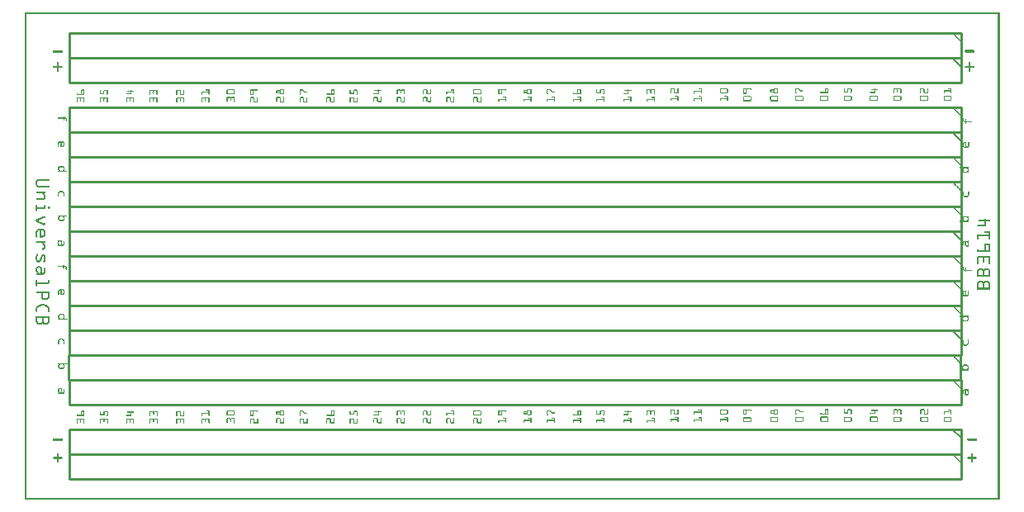
<source format=gto>
G04 MADE WITH FRITZING*
G04 WWW.FRITZING.ORG*
G04 DOUBLE SIDED*
G04 HOLES PLATED*
G04 CONTOUR ON CENTER OF CONTOUR VECTOR*
%ASAXBY*%
%FSLAX23Y23*%
%MOIN*%
%OFA0B0*%
%SFA1.0B1.0*%
%ADD10C,0.010000*%
%ADD11C,0.005000*%
%ADD12R,0.001000X0.001000*%
%LNSILK1*%
G90*
G70*
G54D10*
X3781Y1785D02*
X181Y1785D01*
D02*
X181Y1785D02*
X181Y1685D01*
D02*
X181Y1685D02*
X3781Y1685D01*
D02*
X3781Y1685D02*
X3781Y1785D01*
G54D11*
D02*
X3746Y1785D02*
X3781Y1750D01*
G54D10*
D02*
X3780Y1885D02*
X180Y1885D01*
D02*
X180Y1885D02*
X180Y1785D01*
D02*
X180Y1785D02*
X3780Y1785D01*
D02*
X3780Y1785D02*
X3780Y1885D01*
D02*
X3780Y1485D02*
X180Y1485D01*
D02*
X180Y1485D02*
X180Y1385D01*
D02*
X180Y1385D02*
X3780Y1385D01*
D02*
X3780Y1385D02*
X3780Y1485D01*
G54D11*
D02*
X3745Y1485D02*
X3780Y1450D01*
G54D10*
D02*
X3780Y1285D02*
X180Y1285D01*
D02*
X180Y1285D02*
X180Y1185D01*
D02*
X180Y1185D02*
X3780Y1185D01*
D02*
X3780Y1185D02*
X3780Y1285D01*
D02*
X3780Y1585D02*
X180Y1585D01*
D02*
X180Y1585D02*
X180Y1485D01*
D02*
X180Y1485D02*
X3780Y1485D01*
D02*
X3780Y1485D02*
X3780Y1585D01*
D02*
X3781Y1385D02*
X181Y1385D01*
D02*
X181Y1385D02*
X181Y1285D01*
D02*
X181Y1285D02*
X3781Y1285D01*
D02*
X3781Y1285D02*
X3781Y1385D01*
D02*
X3780Y1185D02*
X180Y1185D01*
D02*
X180Y1185D02*
X180Y1085D01*
D02*
X180Y1085D02*
X3780Y1085D01*
D02*
X3780Y1085D02*
X3780Y1185D01*
D02*
X3781Y186D02*
X181Y186D01*
D02*
X181Y186D02*
X181Y86D01*
D02*
X181Y86D02*
X3781Y86D01*
D02*
X3781Y86D02*
X3781Y186D01*
D02*
X3780Y286D02*
X180Y286D01*
D02*
X180Y286D02*
X180Y186D01*
D02*
X180Y186D02*
X3780Y186D01*
D02*
X3780Y186D02*
X3780Y286D01*
G54D11*
D02*
X3745Y286D02*
X3780Y251D01*
G54D10*
D02*
X3780Y685D02*
X180Y685D01*
D02*
X180Y685D02*
X180Y585D01*
D02*
X180Y585D02*
X3780Y585D01*
D02*
X3780Y585D02*
X3780Y685D01*
G54D11*
D02*
X3745Y685D02*
X3780Y650D01*
G54D10*
D02*
X3780Y485D02*
X180Y485D01*
D02*
X180Y485D02*
X180Y385D01*
D02*
X180Y385D02*
X3780Y385D01*
D02*
X3780Y385D02*
X3780Y485D01*
D02*
X3780Y785D02*
X180Y785D01*
D02*
X180Y785D02*
X180Y685D01*
D02*
X180Y685D02*
X3780Y685D01*
D02*
X3780Y685D02*
X3780Y785D01*
D02*
X3780Y885D02*
X180Y885D01*
D02*
X180Y885D02*
X180Y785D01*
D02*
X180Y785D02*
X3780Y785D01*
D02*
X3780Y785D02*
X3780Y885D01*
D02*
X3779Y585D02*
X179Y585D01*
D02*
X179Y585D02*
X179Y485D01*
D02*
X179Y485D02*
X3779Y485D01*
D02*
X3779Y485D02*
X3779Y585D01*
D02*
X3780Y1085D02*
X180Y1085D01*
D02*
X180Y1085D02*
X180Y985D01*
D02*
X180Y985D02*
X3780Y985D01*
D02*
X3780Y985D02*
X3780Y1085D01*
G54D11*
D02*
X3745Y1085D02*
X3780Y1050D01*
G54D10*
D02*
X3780Y985D02*
X180Y985D01*
D02*
X180Y985D02*
X180Y885D01*
D02*
X180Y885D02*
X3780Y885D01*
D02*
X3780Y885D02*
X3780Y985D01*
G54D12*
X0Y1969D02*
X3936Y1969D01*
X0Y1968D02*
X3936Y1968D01*
X0Y1967D02*
X3936Y1967D01*
X0Y1966D02*
X3936Y1966D01*
X0Y1965D02*
X3936Y1965D01*
X0Y1964D02*
X3936Y1964D01*
X0Y1963D02*
X3936Y1963D01*
X0Y1962D02*
X3936Y1962D01*
X0Y1961D02*
X7Y1961D01*
X3929Y1961D02*
X3936Y1961D01*
X0Y1960D02*
X7Y1960D01*
X3929Y1960D02*
X3936Y1960D01*
X0Y1959D02*
X7Y1959D01*
X3929Y1959D02*
X3936Y1959D01*
X0Y1958D02*
X7Y1958D01*
X3929Y1958D02*
X3936Y1958D01*
X0Y1957D02*
X7Y1957D01*
X3929Y1957D02*
X3936Y1957D01*
X0Y1956D02*
X7Y1956D01*
X3929Y1956D02*
X3936Y1956D01*
X0Y1955D02*
X7Y1955D01*
X3929Y1955D02*
X3936Y1955D01*
X0Y1954D02*
X7Y1954D01*
X3929Y1954D02*
X3936Y1954D01*
X0Y1953D02*
X7Y1953D01*
X3929Y1953D02*
X3936Y1953D01*
X0Y1952D02*
X7Y1952D01*
X3929Y1952D02*
X3936Y1952D01*
X0Y1951D02*
X7Y1951D01*
X3929Y1951D02*
X3936Y1951D01*
X0Y1950D02*
X7Y1950D01*
X3929Y1950D02*
X3936Y1950D01*
X0Y1949D02*
X7Y1949D01*
X3929Y1949D02*
X3936Y1949D01*
X0Y1948D02*
X7Y1948D01*
X3929Y1948D02*
X3936Y1948D01*
X0Y1947D02*
X7Y1947D01*
X3929Y1947D02*
X3936Y1947D01*
X0Y1946D02*
X7Y1946D01*
X3929Y1946D02*
X3936Y1946D01*
X0Y1945D02*
X7Y1945D01*
X3929Y1945D02*
X3936Y1945D01*
X0Y1944D02*
X7Y1944D01*
X3929Y1944D02*
X3936Y1944D01*
X0Y1943D02*
X7Y1943D01*
X3929Y1943D02*
X3936Y1943D01*
X0Y1942D02*
X7Y1942D01*
X3929Y1942D02*
X3936Y1942D01*
X0Y1941D02*
X7Y1941D01*
X3929Y1941D02*
X3936Y1941D01*
X0Y1940D02*
X7Y1940D01*
X3929Y1940D02*
X3936Y1940D01*
X0Y1939D02*
X7Y1939D01*
X3929Y1939D02*
X3936Y1939D01*
X0Y1938D02*
X7Y1938D01*
X3929Y1938D02*
X3936Y1938D01*
X0Y1937D02*
X7Y1937D01*
X3929Y1937D02*
X3936Y1937D01*
X0Y1936D02*
X7Y1936D01*
X3929Y1936D02*
X3936Y1936D01*
X0Y1935D02*
X7Y1935D01*
X3929Y1935D02*
X3936Y1935D01*
X0Y1934D02*
X7Y1934D01*
X3929Y1934D02*
X3936Y1934D01*
X0Y1933D02*
X7Y1933D01*
X3929Y1933D02*
X3936Y1933D01*
X0Y1932D02*
X7Y1932D01*
X3929Y1932D02*
X3936Y1932D01*
X0Y1931D02*
X7Y1931D01*
X3929Y1931D02*
X3936Y1931D01*
X0Y1930D02*
X7Y1930D01*
X3929Y1930D02*
X3936Y1930D01*
X0Y1929D02*
X7Y1929D01*
X3929Y1929D02*
X3936Y1929D01*
X0Y1928D02*
X7Y1928D01*
X3929Y1928D02*
X3936Y1928D01*
X0Y1927D02*
X7Y1927D01*
X3929Y1927D02*
X3936Y1927D01*
X0Y1926D02*
X7Y1926D01*
X3929Y1926D02*
X3936Y1926D01*
X0Y1925D02*
X7Y1925D01*
X3929Y1925D02*
X3936Y1925D01*
X0Y1924D02*
X7Y1924D01*
X3929Y1924D02*
X3936Y1924D01*
X0Y1923D02*
X7Y1923D01*
X3929Y1923D02*
X3936Y1923D01*
X0Y1922D02*
X7Y1922D01*
X3929Y1922D02*
X3936Y1922D01*
X0Y1921D02*
X7Y1921D01*
X3929Y1921D02*
X3936Y1921D01*
X0Y1920D02*
X7Y1920D01*
X3929Y1920D02*
X3936Y1920D01*
X0Y1919D02*
X7Y1919D01*
X3929Y1919D02*
X3936Y1919D01*
X0Y1918D02*
X7Y1918D01*
X3929Y1918D02*
X3936Y1918D01*
X0Y1917D02*
X7Y1917D01*
X3929Y1917D02*
X3936Y1917D01*
X0Y1916D02*
X7Y1916D01*
X3929Y1916D02*
X3936Y1916D01*
X0Y1915D02*
X7Y1915D01*
X3929Y1915D02*
X3936Y1915D01*
X0Y1914D02*
X7Y1914D01*
X3929Y1914D02*
X3936Y1914D01*
X0Y1913D02*
X7Y1913D01*
X3929Y1913D02*
X3936Y1913D01*
X0Y1912D02*
X7Y1912D01*
X3929Y1912D02*
X3936Y1912D01*
X0Y1911D02*
X7Y1911D01*
X3929Y1911D02*
X3936Y1911D01*
X0Y1910D02*
X7Y1910D01*
X3929Y1910D02*
X3936Y1910D01*
X0Y1909D02*
X7Y1909D01*
X3929Y1909D02*
X3936Y1909D01*
X0Y1908D02*
X7Y1908D01*
X3929Y1908D02*
X3936Y1908D01*
X0Y1907D02*
X7Y1907D01*
X3929Y1907D02*
X3936Y1907D01*
X0Y1906D02*
X7Y1906D01*
X3929Y1906D02*
X3936Y1906D01*
X0Y1905D02*
X7Y1905D01*
X3929Y1905D02*
X3936Y1905D01*
X0Y1904D02*
X7Y1904D01*
X3929Y1904D02*
X3936Y1904D01*
X0Y1903D02*
X7Y1903D01*
X3929Y1903D02*
X3936Y1903D01*
X0Y1902D02*
X7Y1902D01*
X3929Y1902D02*
X3936Y1902D01*
X0Y1901D02*
X7Y1901D01*
X3929Y1901D02*
X3936Y1901D01*
X0Y1900D02*
X7Y1900D01*
X3929Y1900D02*
X3936Y1900D01*
X0Y1899D02*
X7Y1899D01*
X3929Y1899D02*
X3936Y1899D01*
X0Y1898D02*
X7Y1898D01*
X3929Y1898D02*
X3936Y1898D01*
X0Y1897D02*
X7Y1897D01*
X3929Y1897D02*
X3936Y1897D01*
X0Y1896D02*
X7Y1896D01*
X3929Y1896D02*
X3936Y1896D01*
X0Y1895D02*
X7Y1895D01*
X3929Y1895D02*
X3936Y1895D01*
X0Y1894D02*
X7Y1894D01*
X3929Y1894D02*
X3936Y1894D01*
X0Y1893D02*
X7Y1893D01*
X3929Y1893D02*
X3936Y1893D01*
X0Y1892D02*
X7Y1892D01*
X3929Y1892D02*
X3936Y1892D01*
X0Y1891D02*
X7Y1891D01*
X3929Y1891D02*
X3936Y1891D01*
X0Y1890D02*
X7Y1890D01*
X3929Y1890D02*
X3936Y1890D01*
X0Y1889D02*
X7Y1889D01*
X3929Y1889D02*
X3936Y1889D01*
X0Y1888D02*
X7Y1888D01*
X3929Y1888D02*
X3936Y1888D01*
X0Y1887D02*
X7Y1887D01*
X3746Y1887D02*
X3747Y1887D01*
X3929Y1887D02*
X3936Y1887D01*
X0Y1886D02*
X7Y1886D01*
X3745Y1886D02*
X3748Y1886D01*
X3929Y1886D02*
X3936Y1886D01*
X0Y1885D02*
X7Y1885D01*
X3744Y1885D02*
X3749Y1885D01*
X3929Y1885D02*
X3936Y1885D01*
X0Y1884D02*
X7Y1884D01*
X3744Y1884D02*
X3750Y1884D01*
X3929Y1884D02*
X3936Y1884D01*
X0Y1883D02*
X7Y1883D01*
X3745Y1883D02*
X3751Y1883D01*
X3929Y1883D02*
X3936Y1883D01*
X0Y1882D02*
X7Y1882D01*
X3746Y1882D02*
X3752Y1882D01*
X3929Y1882D02*
X3936Y1882D01*
X0Y1881D02*
X7Y1881D01*
X3747Y1881D02*
X3753Y1881D01*
X3929Y1881D02*
X3936Y1881D01*
X0Y1880D02*
X7Y1880D01*
X3748Y1880D02*
X3754Y1880D01*
X3929Y1880D02*
X3936Y1880D01*
X0Y1879D02*
X7Y1879D01*
X3749Y1879D02*
X3755Y1879D01*
X3929Y1879D02*
X3936Y1879D01*
X0Y1878D02*
X7Y1878D01*
X3750Y1878D02*
X3756Y1878D01*
X3929Y1878D02*
X3936Y1878D01*
X0Y1877D02*
X7Y1877D01*
X3751Y1877D02*
X3757Y1877D01*
X3929Y1877D02*
X3936Y1877D01*
X0Y1876D02*
X7Y1876D01*
X3752Y1876D02*
X3758Y1876D01*
X3929Y1876D02*
X3936Y1876D01*
X0Y1875D02*
X7Y1875D01*
X3753Y1875D02*
X3759Y1875D01*
X3929Y1875D02*
X3936Y1875D01*
X0Y1874D02*
X7Y1874D01*
X3754Y1874D02*
X3760Y1874D01*
X3929Y1874D02*
X3936Y1874D01*
X0Y1873D02*
X7Y1873D01*
X3755Y1873D02*
X3761Y1873D01*
X3929Y1873D02*
X3936Y1873D01*
X0Y1872D02*
X7Y1872D01*
X3756Y1872D02*
X3762Y1872D01*
X3929Y1872D02*
X3936Y1872D01*
X0Y1871D02*
X7Y1871D01*
X3757Y1871D02*
X3763Y1871D01*
X3929Y1871D02*
X3936Y1871D01*
X0Y1870D02*
X7Y1870D01*
X3759Y1870D02*
X3764Y1870D01*
X3929Y1870D02*
X3936Y1870D01*
X0Y1869D02*
X7Y1869D01*
X3760Y1869D02*
X3765Y1869D01*
X3929Y1869D02*
X3936Y1869D01*
X0Y1868D02*
X7Y1868D01*
X3761Y1868D02*
X3766Y1868D01*
X3929Y1868D02*
X3936Y1868D01*
X0Y1867D02*
X7Y1867D01*
X3762Y1867D02*
X3767Y1867D01*
X3929Y1867D02*
X3936Y1867D01*
X0Y1866D02*
X7Y1866D01*
X3763Y1866D02*
X3768Y1866D01*
X3929Y1866D02*
X3936Y1866D01*
X0Y1865D02*
X7Y1865D01*
X3764Y1865D02*
X3769Y1865D01*
X3929Y1865D02*
X3936Y1865D01*
X0Y1864D02*
X7Y1864D01*
X3764Y1864D02*
X3770Y1864D01*
X3929Y1864D02*
X3936Y1864D01*
X0Y1863D02*
X7Y1863D01*
X3765Y1863D02*
X3771Y1863D01*
X3929Y1863D02*
X3936Y1863D01*
X0Y1862D02*
X7Y1862D01*
X3766Y1862D02*
X3772Y1862D01*
X3929Y1862D02*
X3936Y1862D01*
X0Y1861D02*
X7Y1861D01*
X3767Y1861D02*
X3773Y1861D01*
X3929Y1861D02*
X3936Y1861D01*
X0Y1860D02*
X7Y1860D01*
X3768Y1860D02*
X3774Y1860D01*
X3929Y1860D02*
X3936Y1860D01*
X0Y1859D02*
X7Y1859D01*
X3769Y1859D02*
X3775Y1859D01*
X3929Y1859D02*
X3936Y1859D01*
X0Y1858D02*
X7Y1858D01*
X3770Y1858D02*
X3776Y1858D01*
X3929Y1858D02*
X3936Y1858D01*
X0Y1857D02*
X7Y1857D01*
X3771Y1857D02*
X3777Y1857D01*
X3929Y1857D02*
X3936Y1857D01*
X0Y1856D02*
X7Y1856D01*
X3772Y1856D02*
X3778Y1856D01*
X3929Y1856D02*
X3936Y1856D01*
X0Y1855D02*
X7Y1855D01*
X3773Y1855D02*
X3779Y1855D01*
X3929Y1855D02*
X3936Y1855D01*
X0Y1854D02*
X7Y1854D01*
X3774Y1854D02*
X3780Y1854D01*
X3929Y1854D02*
X3936Y1854D01*
X0Y1853D02*
X7Y1853D01*
X3775Y1853D02*
X3781Y1853D01*
X3929Y1853D02*
X3936Y1853D01*
X0Y1852D02*
X7Y1852D01*
X3776Y1852D02*
X3780Y1852D01*
X3929Y1852D02*
X3936Y1852D01*
X0Y1851D02*
X7Y1851D01*
X3777Y1851D02*
X3779Y1851D01*
X3929Y1851D02*
X3936Y1851D01*
X0Y1850D02*
X7Y1850D01*
X3778Y1850D02*
X3778Y1850D01*
X3929Y1850D02*
X3936Y1850D01*
X0Y1849D02*
X7Y1849D01*
X3929Y1849D02*
X3936Y1849D01*
X0Y1848D02*
X7Y1848D01*
X3929Y1848D02*
X3936Y1848D01*
X0Y1847D02*
X7Y1847D01*
X3929Y1847D02*
X3936Y1847D01*
X0Y1846D02*
X7Y1846D01*
X3929Y1846D02*
X3936Y1846D01*
X0Y1845D02*
X7Y1845D01*
X3929Y1845D02*
X3936Y1845D01*
X0Y1844D02*
X7Y1844D01*
X3929Y1844D02*
X3936Y1844D01*
X0Y1843D02*
X7Y1843D01*
X3929Y1843D02*
X3936Y1843D01*
X0Y1842D02*
X7Y1842D01*
X3929Y1842D02*
X3936Y1842D01*
X0Y1841D02*
X7Y1841D01*
X3929Y1841D02*
X3936Y1841D01*
X0Y1840D02*
X7Y1840D01*
X3929Y1840D02*
X3936Y1840D01*
X0Y1839D02*
X7Y1839D01*
X3929Y1839D02*
X3936Y1839D01*
X0Y1838D02*
X7Y1838D01*
X3929Y1838D02*
X3936Y1838D01*
X0Y1837D02*
X7Y1837D01*
X3929Y1837D02*
X3936Y1837D01*
X0Y1836D02*
X7Y1836D01*
X3929Y1836D02*
X3936Y1836D01*
X0Y1835D02*
X7Y1835D01*
X3929Y1835D02*
X3936Y1835D01*
X0Y1834D02*
X7Y1834D01*
X3929Y1834D02*
X3936Y1834D01*
X0Y1833D02*
X7Y1833D01*
X3929Y1833D02*
X3936Y1833D01*
X0Y1832D02*
X7Y1832D01*
X3929Y1832D02*
X3936Y1832D01*
X0Y1831D02*
X7Y1831D01*
X3929Y1831D02*
X3936Y1831D01*
X0Y1830D02*
X7Y1830D01*
X3929Y1830D02*
X3936Y1830D01*
X0Y1829D02*
X7Y1829D01*
X3929Y1829D02*
X3936Y1829D01*
X0Y1828D02*
X7Y1828D01*
X3929Y1828D02*
X3936Y1828D01*
X0Y1827D02*
X7Y1827D01*
X3929Y1827D02*
X3936Y1827D01*
X0Y1826D02*
X7Y1826D01*
X3929Y1826D02*
X3936Y1826D01*
X0Y1825D02*
X7Y1825D01*
X3929Y1825D02*
X3936Y1825D01*
X0Y1824D02*
X7Y1824D01*
X3929Y1824D02*
X3936Y1824D01*
X0Y1823D02*
X7Y1823D01*
X3929Y1823D02*
X3936Y1823D01*
X0Y1822D02*
X7Y1822D01*
X3929Y1822D02*
X3936Y1822D01*
X0Y1821D02*
X7Y1821D01*
X3929Y1821D02*
X3936Y1821D01*
X0Y1820D02*
X7Y1820D01*
X3929Y1820D02*
X3936Y1820D01*
X0Y1819D02*
X7Y1819D01*
X3929Y1819D02*
X3936Y1819D01*
X0Y1818D02*
X7Y1818D01*
X3929Y1818D02*
X3936Y1818D01*
X0Y1817D02*
X7Y1817D01*
X3799Y1817D02*
X3832Y1817D01*
X3929Y1817D02*
X3936Y1817D01*
X0Y1816D02*
X7Y1816D01*
X117Y1816D02*
X152Y1816D01*
X3797Y1816D02*
X3833Y1816D01*
X3929Y1816D02*
X3936Y1816D01*
X0Y1815D02*
X7Y1815D01*
X116Y1815D02*
X153Y1815D01*
X3797Y1815D02*
X3834Y1815D01*
X3929Y1815D02*
X3936Y1815D01*
X0Y1814D02*
X7Y1814D01*
X116Y1814D02*
X153Y1814D01*
X3796Y1814D02*
X3834Y1814D01*
X3929Y1814D02*
X3936Y1814D01*
X0Y1813D02*
X7Y1813D01*
X115Y1813D02*
X154Y1813D01*
X3796Y1813D02*
X3834Y1813D01*
X3929Y1813D02*
X3936Y1813D01*
X0Y1812D02*
X7Y1812D01*
X115Y1812D02*
X154Y1812D01*
X3796Y1812D02*
X3834Y1812D01*
X3929Y1812D02*
X3936Y1812D01*
X0Y1811D02*
X7Y1811D01*
X115Y1811D02*
X154Y1811D01*
X3796Y1811D02*
X3834Y1811D01*
X3929Y1811D02*
X3936Y1811D01*
X0Y1810D02*
X7Y1810D01*
X115Y1810D02*
X154Y1810D01*
X3796Y1810D02*
X3834Y1810D01*
X3929Y1810D02*
X3936Y1810D01*
X0Y1809D02*
X7Y1809D01*
X116Y1809D02*
X153Y1809D01*
X3796Y1809D02*
X3834Y1809D01*
X3929Y1809D02*
X3936Y1809D01*
X0Y1808D02*
X7Y1808D01*
X116Y1808D02*
X153Y1808D01*
X3797Y1808D02*
X3834Y1808D01*
X3929Y1808D02*
X3936Y1808D01*
X0Y1807D02*
X7Y1807D01*
X116Y1807D02*
X153Y1807D01*
X3798Y1807D02*
X3833Y1807D01*
X3929Y1807D02*
X3936Y1807D01*
X0Y1806D02*
X7Y1806D01*
X118Y1806D02*
X151Y1806D01*
X3929Y1806D02*
X3936Y1806D01*
X0Y1805D02*
X7Y1805D01*
X3929Y1805D02*
X3936Y1805D01*
X0Y1804D02*
X7Y1804D01*
X3929Y1804D02*
X3936Y1804D01*
X0Y1803D02*
X7Y1803D01*
X3929Y1803D02*
X3936Y1803D01*
X0Y1802D02*
X7Y1802D01*
X3929Y1802D02*
X3936Y1802D01*
X0Y1801D02*
X7Y1801D01*
X3929Y1801D02*
X3936Y1801D01*
X0Y1800D02*
X7Y1800D01*
X3929Y1800D02*
X3936Y1800D01*
X0Y1799D02*
X7Y1799D01*
X3929Y1799D02*
X3936Y1799D01*
X0Y1798D02*
X7Y1798D01*
X3929Y1798D02*
X3936Y1798D01*
X0Y1797D02*
X7Y1797D01*
X3929Y1797D02*
X3936Y1797D01*
X0Y1796D02*
X7Y1796D01*
X3929Y1796D02*
X3936Y1796D01*
X0Y1795D02*
X7Y1795D01*
X3929Y1795D02*
X3936Y1795D01*
X0Y1794D02*
X7Y1794D01*
X3929Y1794D02*
X3936Y1794D01*
X0Y1793D02*
X7Y1793D01*
X3929Y1793D02*
X3936Y1793D01*
X0Y1792D02*
X7Y1792D01*
X3929Y1792D02*
X3936Y1792D01*
X0Y1791D02*
X7Y1791D01*
X3929Y1791D02*
X3936Y1791D01*
X0Y1790D02*
X7Y1790D01*
X3929Y1790D02*
X3936Y1790D01*
X0Y1789D02*
X7Y1789D01*
X3929Y1789D02*
X3936Y1789D01*
X0Y1788D02*
X7Y1788D01*
X3929Y1788D02*
X3936Y1788D01*
X0Y1787D02*
X7Y1787D01*
X3929Y1787D02*
X3936Y1787D01*
X0Y1786D02*
X7Y1786D01*
X3929Y1786D02*
X3936Y1786D01*
X0Y1785D02*
X7Y1785D01*
X3929Y1785D02*
X3936Y1785D01*
X0Y1784D02*
X7Y1784D01*
X3929Y1784D02*
X3936Y1784D01*
X0Y1783D02*
X7Y1783D01*
X3929Y1783D02*
X3936Y1783D01*
X0Y1782D02*
X7Y1782D01*
X3929Y1782D02*
X3936Y1782D01*
X0Y1781D02*
X7Y1781D01*
X3929Y1781D02*
X3936Y1781D01*
X0Y1780D02*
X7Y1780D01*
X3929Y1780D02*
X3936Y1780D01*
X0Y1779D02*
X7Y1779D01*
X3929Y1779D02*
X3936Y1779D01*
X0Y1778D02*
X7Y1778D01*
X3929Y1778D02*
X3936Y1778D01*
X0Y1777D02*
X7Y1777D01*
X3929Y1777D02*
X3936Y1777D01*
X0Y1776D02*
X7Y1776D01*
X3929Y1776D02*
X3936Y1776D01*
X0Y1775D02*
X7Y1775D01*
X3929Y1775D02*
X3936Y1775D01*
X0Y1774D02*
X7Y1774D01*
X3929Y1774D02*
X3936Y1774D01*
X0Y1773D02*
X7Y1773D01*
X3929Y1773D02*
X3936Y1773D01*
X0Y1772D02*
X7Y1772D01*
X3929Y1772D02*
X3936Y1772D01*
X0Y1771D02*
X7Y1771D01*
X3929Y1771D02*
X3936Y1771D01*
X0Y1770D02*
X7Y1770D01*
X3929Y1770D02*
X3936Y1770D01*
X0Y1769D02*
X7Y1769D01*
X3929Y1769D02*
X3936Y1769D01*
X0Y1768D02*
X7Y1768D01*
X3814Y1768D02*
X3815Y1768D01*
X3929Y1768D02*
X3936Y1768D01*
X0Y1767D02*
X7Y1767D01*
X132Y1767D02*
X136Y1767D01*
X3813Y1767D02*
X3817Y1767D01*
X3929Y1767D02*
X3936Y1767D01*
X0Y1766D02*
X7Y1766D01*
X131Y1766D02*
X137Y1766D01*
X3812Y1766D02*
X3818Y1766D01*
X3929Y1766D02*
X3936Y1766D01*
X0Y1765D02*
X7Y1765D01*
X131Y1765D02*
X137Y1765D01*
X3811Y1765D02*
X3818Y1765D01*
X3929Y1765D02*
X3936Y1765D01*
X0Y1764D02*
X7Y1764D01*
X131Y1764D02*
X137Y1764D01*
X3811Y1764D02*
X3818Y1764D01*
X3929Y1764D02*
X3936Y1764D01*
X0Y1763D02*
X7Y1763D01*
X131Y1763D02*
X137Y1763D01*
X3811Y1763D02*
X3818Y1763D01*
X3929Y1763D02*
X3936Y1763D01*
X0Y1762D02*
X7Y1762D01*
X131Y1762D02*
X137Y1762D01*
X3811Y1762D02*
X3818Y1762D01*
X3929Y1762D02*
X3936Y1762D01*
X0Y1761D02*
X7Y1761D01*
X131Y1761D02*
X137Y1761D01*
X3811Y1761D02*
X3818Y1761D01*
X3929Y1761D02*
X3936Y1761D01*
X0Y1760D02*
X7Y1760D01*
X131Y1760D02*
X137Y1760D01*
X3811Y1760D02*
X3818Y1760D01*
X3929Y1760D02*
X3936Y1760D01*
X0Y1759D02*
X7Y1759D01*
X131Y1759D02*
X137Y1759D01*
X3811Y1759D02*
X3818Y1759D01*
X3929Y1759D02*
X3936Y1759D01*
X0Y1758D02*
X7Y1758D01*
X131Y1758D02*
X137Y1758D01*
X3811Y1758D02*
X3818Y1758D01*
X3929Y1758D02*
X3936Y1758D01*
X0Y1757D02*
X7Y1757D01*
X131Y1757D02*
X137Y1757D01*
X3811Y1757D02*
X3818Y1757D01*
X3929Y1757D02*
X3936Y1757D01*
X0Y1756D02*
X7Y1756D01*
X131Y1756D02*
X137Y1756D01*
X3811Y1756D02*
X3818Y1756D01*
X3929Y1756D02*
X3936Y1756D01*
X0Y1755D02*
X7Y1755D01*
X131Y1755D02*
X137Y1755D01*
X3811Y1755D02*
X3818Y1755D01*
X3929Y1755D02*
X3936Y1755D01*
X0Y1754D02*
X7Y1754D01*
X131Y1754D02*
X137Y1754D01*
X3811Y1754D02*
X3818Y1754D01*
X3929Y1754D02*
X3936Y1754D01*
X0Y1753D02*
X7Y1753D01*
X131Y1753D02*
X137Y1753D01*
X3811Y1753D02*
X3818Y1753D01*
X3929Y1753D02*
X3936Y1753D01*
X0Y1752D02*
X7Y1752D01*
X118Y1752D02*
X150Y1752D01*
X3798Y1752D02*
X3832Y1752D01*
X3929Y1752D02*
X3936Y1752D01*
X0Y1751D02*
X7Y1751D01*
X116Y1751D02*
X152Y1751D01*
X3797Y1751D02*
X3833Y1751D01*
X3929Y1751D02*
X3936Y1751D01*
X0Y1750D02*
X7Y1750D01*
X115Y1750D02*
X153Y1750D01*
X3796Y1750D02*
X3834Y1750D01*
X3929Y1750D02*
X3936Y1750D01*
X0Y1749D02*
X7Y1749D01*
X115Y1749D02*
X153Y1749D01*
X3796Y1749D02*
X3834Y1749D01*
X3929Y1749D02*
X3936Y1749D01*
X0Y1748D02*
X7Y1748D01*
X115Y1748D02*
X153Y1748D01*
X3796Y1748D02*
X3834Y1748D01*
X3929Y1748D02*
X3936Y1748D01*
X0Y1747D02*
X7Y1747D01*
X115Y1747D02*
X153Y1747D01*
X3796Y1747D02*
X3834Y1747D01*
X3929Y1747D02*
X3936Y1747D01*
X0Y1746D02*
X7Y1746D01*
X116Y1746D02*
X152Y1746D01*
X3797Y1746D02*
X3833Y1746D01*
X3929Y1746D02*
X3936Y1746D01*
X0Y1745D02*
X7Y1745D01*
X117Y1745D02*
X151Y1745D01*
X3798Y1745D02*
X3831Y1745D01*
X3929Y1745D02*
X3936Y1745D01*
X0Y1744D02*
X7Y1744D01*
X130Y1744D02*
X138Y1744D01*
X3811Y1744D02*
X3818Y1744D01*
X3929Y1744D02*
X3936Y1744D01*
X0Y1743D02*
X7Y1743D01*
X131Y1743D02*
X137Y1743D01*
X3811Y1743D02*
X3818Y1743D01*
X3929Y1743D02*
X3936Y1743D01*
X0Y1742D02*
X7Y1742D01*
X131Y1742D02*
X137Y1742D01*
X3811Y1742D02*
X3818Y1742D01*
X3929Y1742D02*
X3936Y1742D01*
X0Y1741D02*
X7Y1741D01*
X131Y1741D02*
X137Y1741D01*
X3811Y1741D02*
X3818Y1741D01*
X3929Y1741D02*
X3936Y1741D01*
X0Y1740D02*
X7Y1740D01*
X131Y1740D02*
X137Y1740D01*
X3811Y1740D02*
X3818Y1740D01*
X3929Y1740D02*
X3936Y1740D01*
X0Y1739D02*
X7Y1739D01*
X131Y1739D02*
X137Y1739D01*
X3811Y1739D02*
X3818Y1739D01*
X3929Y1739D02*
X3936Y1739D01*
X0Y1738D02*
X7Y1738D01*
X131Y1738D02*
X137Y1738D01*
X3811Y1738D02*
X3818Y1738D01*
X3929Y1738D02*
X3936Y1738D01*
X0Y1737D02*
X7Y1737D01*
X131Y1737D02*
X137Y1737D01*
X3811Y1737D02*
X3818Y1737D01*
X3929Y1737D02*
X3936Y1737D01*
X0Y1736D02*
X7Y1736D01*
X131Y1736D02*
X137Y1736D01*
X3811Y1736D02*
X3818Y1736D01*
X3929Y1736D02*
X3936Y1736D01*
X0Y1735D02*
X7Y1735D01*
X131Y1735D02*
X137Y1735D01*
X3811Y1735D02*
X3818Y1735D01*
X3929Y1735D02*
X3936Y1735D01*
X0Y1734D02*
X7Y1734D01*
X131Y1734D02*
X137Y1734D01*
X3811Y1734D02*
X3818Y1734D01*
X3929Y1734D02*
X3936Y1734D01*
X0Y1733D02*
X7Y1733D01*
X131Y1733D02*
X137Y1733D01*
X3811Y1733D02*
X3818Y1733D01*
X3929Y1733D02*
X3936Y1733D01*
X0Y1732D02*
X7Y1732D01*
X131Y1732D02*
X137Y1732D01*
X3811Y1732D02*
X3818Y1732D01*
X3929Y1732D02*
X3936Y1732D01*
X0Y1731D02*
X7Y1731D01*
X131Y1731D02*
X137Y1731D01*
X3812Y1731D02*
X3818Y1731D01*
X3929Y1731D02*
X3936Y1731D01*
X0Y1730D02*
X7Y1730D01*
X132Y1730D02*
X136Y1730D01*
X3813Y1730D02*
X3817Y1730D01*
X3929Y1730D02*
X3936Y1730D01*
X0Y1729D02*
X7Y1729D01*
X133Y1729D02*
X135Y1729D01*
X3929Y1729D02*
X3936Y1729D01*
X0Y1728D02*
X7Y1728D01*
X3929Y1728D02*
X3936Y1728D01*
X0Y1727D02*
X7Y1727D01*
X3929Y1727D02*
X3936Y1727D01*
X0Y1726D02*
X7Y1726D01*
X3929Y1726D02*
X3936Y1726D01*
X0Y1725D02*
X7Y1725D01*
X3929Y1725D02*
X3936Y1725D01*
X0Y1724D02*
X7Y1724D01*
X3929Y1724D02*
X3936Y1724D01*
X0Y1723D02*
X7Y1723D01*
X3929Y1723D02*
X3936Y1723D01*
X0Y1722D02*
X7Y1722D01*
X3929Y1722D02*
X3936Y1722D01*
X0Y1721D02*
X7Y1721D01*
X3929Y1721D02*
X3936Y1721D01*
X0Y1720D02*
X7Y1720D01*
X3929Y1720D02*
X3936Y1720D01*
X0Y1719D02*
X7Y1719D01*
X3929Y1719D02*
X3936Y1719D01*
X0Y1718D02*
X7Y1718D01*
X3929Y1718D02*
X3936Y1718D01*
X0Y1717D02*
X7Y1717D01*
X3929Y1717D02*
X3936Y1717D01*
X0Y1716D02*
X7Y1716D01*
X3929Y1716D02*
X3936Y1716D01*
X0Y1715D02*
X7Y1715D01*
X3929Y1715D02*
X3936Y1715D01*
X0Y1714D02*
X7Y1714D01*
X3929Y1714D02*
X3936Y1714D01*
X0Y1713D02*
X7Y1713D01*
X3929Y1713D02*
X3936Y1713D01*
X0Y1712D02*
X7Y1712D01*
X3929Y1712D02*
X3936Y1712D01*
X0Y1711D02*
X7Y1711D01*
X3929Y1711D02*
X3936Y1711D01*
X0Y1710D02*
X7Y1710D01*
X3929Y1710D02*
X3936Y1710D01*
X0Y1709D02*
X7Y1709D01*
X3929Y1709D02*
X3936Y1709D01*
X0Y1708D02*
X7Y1708D01*
X3929Y1708D02*
X3936Y1708D01*
X0Y1707D02*
X7Y1707D01*
X3929Y1707D02*
X3936Y1707D01*
X0Y1706D02*
X7Y1706D01*
X3929Y1706D02*
X3936Y1706D01*
X0Y1705D02*
X7Y1705D01*
X3929Y1705D02*
X3936Y1705D01*
X0Y1704D02*
X7Y1704D01*
X3929Y1704D02*
X3936Y1704D01*
X0Y1703D02*
X7Y1703D01*
X3929Y1703D02*
X3936Y1703D01*
X0Y1702D02*
X7Y1702D01*
X3929Y1702D02*
X3936Y1702D01*
X0Y1701D02*
X7Y1701D01*
X3929Y1701D02*
X3936Y1701D01*
X0Y1700D02*
X7Y1700D01*
X3929Y1700D02*
X3936Y1700D01*
X0Y1699D02*
X7Y1699D01*
X3929Y1699D02*
X3936Y1699D01*
X0Y1698D02*
X7Y1698D01*
X3929Y1698D02*
X3936Y1698D01*
X0Y1697D02*
X7Y1697D01*
X3929Y1697D02*
X3936Y1697D01*
X0Y1696D02*
X7Y1696D01*
X3929Y1696D02*
X3936Y1696D01*
X0Y1695D02*
X7Y1695D01*
X3929Y1695D02*
X3936Y1695D01*
X0Y1694D02*
X7Y1694D01*
X3929Y1694D02*
X3936Y1694D01*
X0Y1693D02*
X7Y1693D01*
X3929Y1693D02*
X3936Y1693D01*
X0Y1692D02*
X7Y1692D01*
X3929Y1692D02*
X3936Y1692D01*
X0Y1691D02*
X7Y1691D01*
X3929Y1691D02*
X3936Y1691D01*
X0Y1690D02*
X7Y1690D01*
X3929Y1690D02*
X3936Y1690D01*
X0Y1689D02*
X7Y1689D01*
X3929Y1689D02*
X3936Y1689D01*
X0Y1688D02*
X7Y1688D01*
X3929Y1688D02*
X3936Y1688D01*
X0Y1687D02*
X7Y1687D01*
X3929Y1687D02*
X3936Y1687D01*
X0Y1686D02*
X7Y1686D01*
X3929Y1686D02*
X3936Y1686D01*
X0Y1685D02*
X7Y1685D01*
X3929Y1685D02*
X3936Y1685D01*
X0Y1684D02*
X7Y1684D01*
X3929Y1684D02*
X3936Y1684D01*
X0Y1683D02*
X7Y1683D01*
X3929Y1683D02*
X3936Y1683D01*
X0Y1682D02*
X7Y1682D01*
X3929Y1682D02*
X3936Y1682D01*
X0Y1681D02*
X7Y1681D01*
X3929Y1681D02*
X3936Y1681D01*
X0Y1680D02*
X7Y1680D01*
X3929Y1680D02*
X3936Y1680D01*
X0Y1679D02*
X7Y1679D01*
X3929Y1679D02*
X3936Y1679D01*
X0Y1678D02*
X7Y1678D01*
X3929Y1678D02*
X3936Y1678D01*
X0Y1677D02*
X7Y1677D01*
X3929Y1677D02*
X3936Y1677D01*
X0Y1676D02*
X7Y1676D01*
X3929Y1676D02*
X3936Y1676D01*
X0Y1675D02*
X7Y1675D01*
X3929Y1675D02*
X3936Y1675D01*
X0Y1674D02*
X7Y1674D01*
X3929Y1674D02*
X3936Y1674D01*
X0Y1673D02*
X7Y1673D01*
X3929Y1673D02*
X3936Y1673D01*
X0Y1672D02*
X7Y1672D01*
X3929Y1672D02*
X3936Y1672D01*
X0Y1671D02*
X7Y1671D01*
X3929Y1671D02*
X3936Y1671D01*
X0Y1670D02*
X7Y1670D01*
X3929Y1670D02*
X3936Y1670D01*
X0Y1669D02*
X7Y1669D01*
X3929Y1669D02*
X3936Y1669D01*
X0Y1668D02*
X7Y1668D01*
X3929Y1668D02*
X3936Y1668D01*
X0Y1667D02*
X7Y1667D01*
X3929Y1667D02*
X3936Y1667D01*
X0Y1666D02*
X7Y1666D01*
X3929Y1666D02*
X3936Y1666D01*
X0Y1665D02*
X7Y1665D01*
X3929Y1665D02*
X3936Y1665D01*
X0Y1664D02*
X7Y1664D01*
X3929Y1664D02*
X3936Y1664D01*
X0Y1663D02*
X7Y1663D01*
X3111Y1663D02*
X3123Y1663D01*
X3231Y1663D02*
X3244Y1663D01*
X3308Y1663D02*
X3309Y1663D01*
X3324Y1663D02*
X3336Y1663D01*
X3510Y1663D02*
X3520Y1663D01*
X3526Y1663D02*
X3536Y1663D01*
X3617Y1663D02*
X3630Y1663D01*
X3645Y1663D02*
X3646Y1663D01*
X3929Y1663D02*
X3936Y1663D01*
X0Y1662D02*
X7Y1662D01*
X2609Y1662D02*
X2622Y1662D01*
X2636Y1662D02*
X2638Y1662D01*
X2809Y1662D02*
X2837Y1662D01*
X3027Y1662D02*
X3039Y1662D01*
X3111Y1662D02*
X3125Y1662D01*
X3230Y1662D02*
X3244Y1662D01*
X3307Y1662D02*
X3310Y1662D01*
X3323Y1662D02*
X3337Y1662D01*
X3431Y1662D02*
X3433Y1662D01*
X3508Y1662D02*
X3521Y1662D01*
X3524Y1662D02*
X3537Y1662D01*
X3616Y1662D02*
X3632Y1662D01*
X3644Y1662D02*
X3647Y1662D01*
X3728Y1662D02*
X3741Y1662D01*
X3929Y1662D02*
X3936Y1662D01*
X0Y1661D02*
X7Y1661D01*
X2608Y1661D02*
X2623Y1661D01*
X2636Y1661D02*
X2639Y1661D01*
X2720Y1661D02*
X2733Y1661D01*
X2808Y1661D02*
X2838Y1661D01*
X2902Y1661D02*
X2933Y1661D01*
X3025Y1661D02*
X3040Y1661D01*
X3111Y1661D02*
X3126Y1661D01*
X3230Y1661D02*
X3244Y1661D01*
X3307Y1661D02*
X3310Y1661D01*
X3322Y1661D02*
X3338Y1661D01*
X3430Y1661D02*
X3434Y1661D01*
X3507Y1661D02*
X3538Y1661D01*
X3615Y1661D02*
X3632Y1661D01*
X3644Y1661D02*
X3647Y1661D01*
X3728Y1661D02*
X3742Y1661D01*
X3929Y1661D02*
X3936Y1661D01*
X0Y1660D02*
X7Y1660D01*
X2607Y1660D02*
X2624Y1660D01*
X2635Y1660D02*
X2639Y1660D01*
X2719Y1660D02*
X2733Y1660D01*
X2807Y1660D02*
X2838Y1660D01*
X2901Y1660D02*
X2933Y1660D01*
X3024Y1660D02*
X3041Y1660D01*
X3111Y1660D02*
X3126Y1660D01*
X3230Y1660D02*
X3244Y1660D01*
X3307Y1660D02*
X3310Y1660D01*
X3321Y1660D02*
X3339Y1660D01*
X3416Y1660D02*
X3444Y1660D01*
X3507Y1660D02*
X3539Y1660D01*
X3615Y1660D02*
X3633Y1660D01*
X3644Y1660D02*
X3647Y1660D01*
X3728Y1660D02*
X3742Y1660D01*
X3929Y1660D02*
X3936Y1660D01*
X0Y1659D02*
X7Y1659D01*
X1915Y1659D02*
X1943Y1659D01*
X2030Y1659D02*
X2044Y1659D01*
X2109Y1659D02*
X2122Y1659D01*
X2233Y1659D02*
X2246Y1659D01*
X2310Y1659D02*
X2311Y1659D01*
X2326Y1659D02*
X2338Y1659D01*
X2607Y1659D02*
X2624Y1659D01*
X2635Y1659D02*
X2639Y1659D01*
X2719Y1659D02*
X2733Y1659D01*
X2807Y1659D02*
X2839Y1659D01*
X2901Y1659D02*
X2933Y1659D01*
X3024Y1659D02*
X3041Y1659D01*
X3111Y1659D02*
X3127Y1659D01*
X3230Y1659D02*
X3233Y1659D01*
X3241Y1659D02*
X3244Y1659D01*
X3307Y1659D02*
X3310Y1659D01*
X3321Y1659D02*
X3339Y1659D01*
X3416Y1659D02*
X3444Y1659D01*
X3507Y1659D02*
X3539Y1659D01*
X3615Y1659D02*
X3618Y1659D01*
X3629Y1659D02*
X3633Y1659D01*
X3644Y1659D02*
X3647Y1659D01*
X3728Y1659D02*
X3742Y1659D01*
X3929Y1659D02*
X3936Y1659D01*
X0Y1658D02*
X7Y1658D01*
X819Y1658D02*
X845Y1658D01*
X1033Y1658D02*
X1045Y1658D01*
X1239Y1658D02*
X1248Y1658D01*
X1507Y1658D02*
X1515Y1658D01*
X1523Y1658D02*
X1531Y1658D01*
X1611Y1658D02*
X1624Y1658D01*
X1638Y1658D02*
X1640Y1658D01*
X1723Y1658D02*
X1733Y1658D01*
X1814Y1658D02*
X1841Y1658D01*
X1913Y1658D02*
X1945Y1658D01*
X2029Y1658D02*
X2045Y1658D01*
X2109Y1658D02*
X2123Y1658D01*
X2232Y1658D02*
X2246Y1658D01*
X2309Y1658D02*
X2312Y1658D01*
X2324Y1658D02*
X2339Y1658D01*
X2436Y1658D02*
X2437Y1658D01*
X2513Y1658D02*
X2526Y1658D01*
X2529Y1658D02*
X2542Y1658D01*
X2607Y1658D02*
X2610Y1658D01*
X2621Y1658D02*
X2624Y1658D01*
X2635Y1658D02*
X2639Y1658D01*
X2720Y1658D02*
X2733Y1658D01*
X2807Y1658D02*
X2810Y1658D01*
X2835Y1658D02*
X2839Y1658D01*
X2901Y1658D02*
X2933Y1658D01*
X3011Y1658D02*
X3028Y1658D01*
X3038Y1658D02*
X3042Y1658D01*
X3111Y1658D02*
X3114Y1658D01*
X3123Y1658D02*
X3128Y1658D01*
X3230Y1658D02*
X3233Y1658D01*
X3241Y1658D02*
X3244Y1658D01*
X3307Y1658D02*
X3310Y1658D01*
X3321Y1658D02*
X3324Y1658D01*
X3335Y1658D02*
X3339Y1658D01*
X3416Y1658D02*
X3444Y1658D01*
X3507Y1658D02*
X3510Y1658D01*
X3521Y1658D02*
X3525Y1658D01*
X3535Y1658D02*
X3539Y1658D01*
X3615Y1658D02*
X3618Y1658D01*
X3629Y1658D02*
X3633Y1658D01*
X3644Y1658D02*
X3647Y1658D01*
X3738Y1658D02*
X3742Y1658D01*
X3929Y1658D02*
X3936Y1658D01*
X0Y1657D02*
X7Y1657D01*
X230Y1657D02*
X241Y1657D01*
X733Y1657D02*
X746Y1657D01*
X817Y1657D02*
X847Y1657D01*
X911Y1657D02*
X942Y1657D01*
X1031Y1657D02*
X1047Y1657D01*
X1110Y1657D02*
X1124Y1657D01*
X1237Y1657D02*
X1250Y1657D01*
X1314Y1657D02*
X1315Y1657D01*
X1330Y1657D02*
X1342Y1657D01*
X1427Y1657D02*
X1429Y1657D01*
X1505Y1657D02*
X1518Y1657D01*
X1521Y1657D02*
X1534Y1657D01*
X1610Y1657D02*
X1625Y1657D01*
X1637Y1657D02*
X1641Y1657D01*
X1721Y1657D02*
X1735Y1657D01*
X1813Y1657D02*
X1842Y1657D01*
X1913Y1657D02*
X1945Y1657D01*
X2029Y1657D02*
X2046Y1657D01*
X2109Y1657D02*
X2124Y1657D01*
X2232Y1657D02*
X2246Y1657D01*
X2309Y1657D02*
X2312Y1657D01*
X2324Y1657D02*
X2340Y1657D01*
X2435Y1657D02*
X2438Y1657D01*
X2512Y1657D02*
X2543Y1657D01*
X2607Y1657D02*
X2610Y1657D01*
X2621Y1657D02*
X2624Y1657D01*
X2635Y1657D02*
X2639Y1657D01*
X2730Y1657D02*
X2733Y1657D01*
X2807Y1657D02*
X2810Y1657D01*
X2835Y1657D02*
X2839Y1657D01*
X2901Y1657D02*
X2904Y1657D01*
X2912Y1657D02*
X2915Y1657D01*
X2930Y1657D02*
X2933Y1657D01*
X3010Y1657D02*
X3027Y1657D01*
X3038Y1657D02*
X3042Y1657D01*
X3111Y1657D02*
X3114Y1657D01*
X3124Y1657D02*
X3129Y1657D01*
X3230Y1657D02*
X3233Y1657D01*
X3241Y1657D02*
X3244Y1657D01*
X3307Y1657D02*
X3310Y1657D01*
X3321Y1657D02*
X3324Y1657D01*
X3335Y1657D02*
X3339Y1657D01*
X3417Y1657D02*
X3444Y1657D01*
X3507Y1657D02*
X3510Y1657D01*
X3521Y1657D02*
X3524Y1657D01*
X3535Y1657D02*
X3539Y1657D01*
X3615Y1657D02*
X3618Y1657D01*
X3629Y1657D02*
X3633Y1657D01*
X3644Y1657D02*
X3647Y1657D01*
X3738Y1657D02*
X3742Y1657D01*
X3929Y1657D02*
X3936Y1657D01*
X0Y1656D02*
X7Y1656D01*
X229Y1656D02*
X242Y1656D01*
X306Y1656D02*
X307Y1656D01*
X322Y1656D02*
X334Y1656D01*
X507Y1656D02*
X518Y1656D01*
X523Y1656D02*
X534Y1656D01*
X615Y1656D02*
X629Y1656D01*
X642Y1656D02*
X645Y1656D01*
X733Y1656D02*
X746Y1656D01*
X816Y1656D02*
X847Y1656D01*
X910Y1656D02*
X942Y1656D01*
X1031Y1656D02*
X1047Y1656D01*
X1110Y1656D02*
X1125Y1656D01*
X1237Y1656D02*
X1251Y1656D01*
X1313Y1656D02*
X1316Y1656D01*
X1329Y1656D02*
X1344Y1656D01*
X1427Y1656D02*
X1430Y1656D01*
X1504Y1656D02*
X1534Y1656D01*
X1609Y1656D02*
X1626Y1656D01*
X1637Y1656D02*
X1641Y1656D01*
X1721Y1656D02*
X1735Y1656D01*
X1812Y1656D02*
X1843Y1656D01*
X1913Y1656D02*
X1945Y1656D01*
X2029Y1656D02*
X2046Y1656D01*
X2109Y1656D02*
X2124Y1656D01*
X2232Y1656D02*
X2246Y1656D01*
X2309Y1656D02*
X2312Y1656D01*
X2323Y1656D02*
X2341Y1656D01*
X2422Y1656D02*
X2448Y1656D01*
X2512Y1656D02*
X2543Y1656D01*
X2607Y1656D02*
X2610Y1656D01*
X2621Y1656D02*
X2624Y1656D01*
X2635Y1656D02*
X2639Y1656D01*
X2730Y1656D02*
X2733Y1656D01*
X2807Y1656D02*
X2810Y1656D01*
X2835Y1656D02*
X2839Y1656D01*
X2901Y1656D02*
X2904Y1656D01*
X2912Y1656D02*
X2915Y1656D01*
X2931Y1656D02*
X2932Y1656D01*
X3009Y1656D02*
X3027Y1656D01*
X3038Y1656D02*
X3042Y1656D01*
X3111Y1656D02*
X3114Y1656D01*
X3125Y1656D02*
X3130Y1656D01*
X3230Y1656D02*
X3233Y1656D01*
X3241Y1656D02*
X3244Y1656D01*
X3307Y1656D02*
X3310Y1656D01*
X3321Y1656D02*
X3324Y1656D01*
X3335Y1656D02*
X3339Y1656D01*
X3430Y1656D02*
X3434Y1656D01*
X3507Y1656D02*
X3510Y1656D01*
X3521Y1656D02*
X3524Y1656D01*
X3535Y1656D02*
X3539Y1656D01*
X3615Y1656D02*
X3618Y1656D01*
X3629Y1656D02*
X3633Y1656D01*
X3644Y1656D02*
X3647Y1656D01*
X3738Y1656D02*
X3742Y1656D01*
X3929Y1656D02*
X3936Y1656D01*
X0Y1655D02*
X7Y1655D01*
X228Y1655D02*
X242Y1655D01*
X305Y1655D02*
X308Y1655D01*
X320Y1655D02*
X336Y1655D01*
X429Y1655D02*
X431Y1655D01*
X506Y1655D02*
X520Y1655D01*
X522Y1655D02*
X536Y1655D01*
X614Y1655D02*
X630Y1655D01*
X642Y1655D02*
X645Y1655D01*
X733Y1655D02*
X747Y1655D01*
X816Y1655D02*
X848Y1655D01*
X910Y1655D02*
X942Y1655D01*
X1030Y1655D02*
X1048Y1655D01*
X1110Y1655D02*
X1125Y1655D01*
X1237Y1655D02*
X1251Y1655D01*
X1313Y1655D02*
X1316Y1655D01*
X1328Y1655D02*
X1345Y1655D01*
X1413Y1655D02*
X1440Y1655D01*
X1503Y1655D02*
X1535Y1655D01*
X1609Y1655D02*
X1626Y1655D01*
X1637Y1655D02*
X1641Y1655D01*
X1721Y1655D02*
X1735Y1655D01*
X1812Y1655D02*
X1843Y1655D01*
X1913Y1655D02*
X1945Y1655D01*
X2015Y1655D02*
X2032Y1655D01*
X2043Y1655D02*
X2046Y1655D01*
X2109Y1655D02*
X2125Y1655D01*
X2232Y1655D02*
X2235Y1655D01*
X2243Y1655D02*
X2246Y1655D01*
X2309Y1655D02*
X2312Y1655D01*
X2323Y1655D02*
X2341Y1655D01*
X2421Y1655D02*
X2449Y1655D01*
X2512Y1655D02*
X2543Y1655D01*
X2607Y1655D02*
X2610Y1655D01*
X2621Y1655D02*
X2624Y1655D01*
X2635Y1655D02*
X2639Y1655D01*
X2730Y1655D02*
X2733Y1655D01*
X2807Y1655D02*
X2810Y1655D01*
X2835Y1655D02*
X2839Y1655D01*
X2901Y1655D02*
X2904Y1655D01*
X2912Y1655D02*
X2915Y1655D01*
X3009Y1655D02*
X3027Y1655D01*
X3038Y1655D02*
X3042Y1655D01*
X3111Y1655D02*
X3114Y1655D01*
X3126Y1655D02*
X3131Y1655D01*
X3230Y1655D02*
X3233Y1655D01*
X3241Y1655D02*
X3244Y1655D01*
X3307Y1655D02*
X3310Y1655D01*
X3321Y1655D02*
X3324Y1655D01*
X3335Y1655D02*
X3339Y1655D01*
X3430Y1655D02*
X3433Y1655D01*
X3507Y1655D02*
X3510Y1655D01*
X3521Y1655D02*
X3524Y1655D01*
X3535Y1655D02*
X3539Y1655D01*
X3615Y1655D02*
X3618Y1655D01*
X3629Y1655D02*
X3633Y1655D01*
X3644Y1655D02*
X3647Y1655D01*
X3738Y1655D02*
X3742Y1655D01*
X3929Y1655D02*
X3936Y1655D01*
X0Y1654D02*
X7Y1654D01*
X228Y1654D02*
X242Y1654D01*
X305Y1654D02*
X308Y1654D01*
X320Y1654D02*
X336Y1654D01*
X428Y1654D02*
X432Y1654D01*
X505Y1654D02*
X536Y1654D01*
X613Y1654D02*
X630Y1654D01*
X642Y1654D02*
X645Y1654D01*
X733Y1654D02*
X747Y1654D01*
X816Y1654D02*
X819Y1654D01*
X844Y1654D02*
X848Y1654D01*
X910Y1654D02*
X942Y1654D01*
X1018Y1654D02*
X1034Y1654D01*
X1044Y1654D02*
X1048Y1654D01*
X1110Y1654D02*
X1126Y1654D01*
X1237Y1654D02*
X1251Y1654D01*
X1313Y1654D02*
X1316Y1654D01*
X1328Y1654D02*
X1345Y1654D01*
X1412Y1654D02*
X1441Y1654D01*
X1503Y1654D02*
X1535Y1654D01*
X1609Y1654D02*
X1612Y1654D01*
X1623Y1654D02*
X1626Y1654D01*
X1637Y1654D02*
X1641Y1654D01*
X1722Y1654D02*
X1735Y1654D01*
X1811Y1654D02*
X1815Y1654D01*
X1840Y1654D02*
X1843Y1654D01*
X1913Y1654D02*
X1916Y1654D01*
X1924Y1654D02*
X1927Y1654D01*
X1942Y1654D02*
X1945Y1654D01*
X2014Y1654D02*
X2032Y1654D01*
X2043Y1654D02*
X2046Y1654D01*
X2109Y1654D02*
X2112Y1654D01*
X2121Y1654D02*
X2126Y1654D01*
X2232Y1654D02*
X2235Y1654D01*
X2243Y1654D02*
X2246Y1654D01*
X2309Y1654D02*
X2312Y1654D01*
X2323Y1654D02*
X2326Y1654D01*
X2337Y1654D02*
X2341Y1654D01*
X2421Y1654D02*
X2449Y1654D01*
X2511Y1654D02*
X2515Y1654D01*
X2525Y1654D02*
X2530Y1654D01*
X2540Y1654D02*
X2544Y1654D01*
X2607Y1654D02*
X2610Y1654D01*
X2621Y1654D02*
X2624Y1654D01*
X2635Y1654D02*
X2639Y1654D01*
X2730Y1654D02*
X2733Y1654D01*
X2807Y1654D02*
X2810Y1654D01*
X2835Y1654D02*
X2839Y1654D01*
X2901Y1654D02*
X2904Y1654D01*
X2912Y1654D02*
X2915Y1654D01*
X3009Y1654D02*
X3027Y1654D01*
X3038Y1654D02*
X3042Y1654D01*
X3111Y1654D02*
X3114Y1654D01*
X3127Y1654D02*
X3142Y1654D01*
X3230Y1654D02*
X3233Y1654D01*
X3241Y1654D02*
X3244Y1654D01*
X3307Y1654D02*
X3310Y1654D01*
X3321Y1654D02*
X3324Y1654D01*
X3335Y1654D02*
X3339Y1654D01*
X3430Y1654D02*
X3433Y1654D01*
X3507Y1654D02*
X3510Y1654D01*
X3521Y1654D02*
X3524Y1654D01*
X3535Y1654D02*
X3539Y1654D01*
X3615Y1654D02*
X3618Y1654D01*
X3629Y1654D02*
X3633Y1654D01*
X3644Y1654D02*
X3647Y1654D01*
X3710Y1654D02*
X3742Y1654D01*
X3929Y1654D02*
X3936Y1654D01*
X0Y1653D02*
X7Y1653D01*
X228Y1653D02*
X242Y1653D01*
X305Y1653D02*
X308Y1653D01*
X319Y1653D02*
X337Y1653D01*
X414Y1653D02*
X442Y1653D01*
X505Y1653D02*
X537Y1653D01*
X613Y1653D02*
X631Y1653D01*
X642Y1653D02*
X645Y1653D01*
X743Y1653D02*
X747Y1653D01*
X816Y1653D02*
X819Y1653D01*
X845Y1653D02*
X848Y1653D01*
X910Y1653D02*
X914Y1653D01*
X921Y1653D02*
X924Y1653D01*
X939Y1653D02*
X942Y1653D01*
X1016Y1653D02*
X1033Y1653D01*
X1045Y1653D02*
X1048Y1653D01*
X1110Y1653D02*
X1114Y1653D01*
X1123Y1653D02*
X1127Y1653D01*
X1237Y1653D02*
X1240Y1653D01*
X1247Y1653D02*
X1251Y1653D01*
X1313Y1653D02*
X1316Y1653D01*
X1327Y1653D02*
X1331Y1653D01*
X1341Y1653D02*
X1345Y1653D01*
X1412Y1653D02*
X1441Y1653D01*
X1503Y1653D02*
X1506Y1653D01*
X1517Y1653D02*
X1521Y1653D01*
X1532Y1653D02*
X1535Y1653D01*
X1609Y1653D02*
X1612Y1653D01*
X1623Y1653D02*
X1626Y1653D01*
X1637Y1653D02*
X1641Y1653D01*
X1732Y1653D02*
X1735Y1653D01*
X1811Y1653D02*
X1815Y1653D01*
X1840Y1653D02*
X1844Y1653D01*
X1913Y1653D02*
X1916Y1653D01*
X1924Y1653D02*
X1927Y1653D01*
X1943Y1653D02*
X1944Y1653D01*
X2014Y1653D02*
X2032Y1653D01*
X2043Y1653D02*
X2046Y1653D01*
X2109Y1653D02*
X2112Y1653D01*
X2122Y1653D02*
X2127Y1653D01*
X2232Y1653D02*
X2235Y1653D01*
X2243Y1653D02*
X2246Y1653D01*
X2309Y1653D02*
X2312Y1653D01*
X2323Y1653D02*
X2326Y1653D01*
X2337Y1653D02*
X2341Y1653D01*
X2421Y1653D02*
X2449Y1653D01*
X2511Y1653D02*
X2515Y1653D01*
X2526Y1653D02*
X2529Y1653D01*
X2540Y1653D02*
X2544Y1653D01*
X2607Y1653D02*
X2610Y1653D01*
X2621Y1653D02*
X2624Y1653D01*
X2635Y1653D02*
X2639Y1653D01*
X2701Y1653D02*
X2733Y1653D01*
X2807Y1653D02*
X2810Y1653D01*
X2835Y1653D02*
X2839Y1653D01*
X2901Y1653D02*
X2904Y1653D01*
X2912Y1653D02*
X2915Y1653D01*
X3009Y1653D02*
X3013Y1653D01*
X3024Y1653D02*
X3027Y1653D01*
X3038Y1653D02*
X3042Y1653D01*
X3111Y1653D02*
X3114Y1653D01*
X3128Y1653D02*
X3143Y1653D01*
X3230Y1653D02*
X3233Y1653D01*
X3241Y1653D02*
X3244Y1653D01*
X3307Y1653D02*
X3310Y1653D01*
X3321Y1653D02*
X3324Y1653D01*
X3335Y1653D02*
X3339Y1653D01*
X3430Y1653D02*
X3433Y1653D01*
X3507Y1653D02*
X3510Y1653D01*
X3521Y1653D02*
X3524Y1653D01*
X3535Y1653D02*
X3539Y1653D01*
X3615Y1653D02*
X3618Y1653D01*
X3629Y1653D02*
X3633Y1653D01*
X3644Y1653D02*
X3647Y1653D01*
X3710Y1653D02*
X3742Y1653D01*
X3929Y1653D02*
X3936Y1653D01*
X0Y1652D02*
X7Y1652D01*
X228Y1652D02*
X231Y1652D01*
X239Y1652D02*
X242Y1652D01*
X305Y1652D02*
X308Y1652D01*
X319Y1652D02*
X323Y1652D01*
X333Y1652D02*
X337Y1652D01*
X414Y1652D02*
X442Y1652D01*
X505Y1652D02*
X508Y1652D01*
X518Y1652D02*
X524Y1652D01*
X533Y1652D02*
X537Y1652D01*
X613Y1652D02*
X616Y1652D01*
X627Y1652D02*
X631Y1652D01*
X642Y1652D02*
X645Y1652D01*
X743Y1652D02*
X747Y1652D01*
X816Y1652D02*
X819Y1652D01*
X845Y1652D02*
X848Y1652D01*
X910Y1652D02*
X914Y1652D01*
X921Y1652D02*
X924Y1652D01*
X940Y1652D02*
X942Y1652D01*
X1016Y1652D02*
X1033Y1652D01*
X1045Y1652D02*
X1048Y1652D01*
X1110Y1652D02*
X1114Y1652D01*
X1123Y1652D02*
X1128Y1652D01*
X1237Y1652D02*
X1240Y1652D01*
X1247Y1652D02*
X1251Y1652D01*
X1313Y1652D02*
X1316Y1652D01*
X1327Y1652D02*
X1331Y1652D01*
X1342Y1652D02*
X1345Y1652D01*
X1413Y1652D02*
X1440Y1652D01*
X1503Y1652D02*
X1506Y1652D01*
X1517Y1652D02*
X1521Y1652D01*
X1532Y1652D02*
X1535Y1652D01*
X1609Y1652D02*
X1612Y1652D01*
X1623Y1652D02*
X1626Y1652D01*
X1637Y1652D02*
X1641Y1652D01*
X1732Y1652D02*
X1735Y1652D01*
X1811Y1652D02*
X1815Y1652D01*
X1840Y1652D02*
X1844Y1652D01*
X1913Y1652D02*
X1916Y1652D01*
X1924Y1652D02*
X1927Y1652D01*
X2014Y1652D02*
X2032Y1652D01*
X2043Y1652D02*
X2046Y1652D01*
X2109Y1652D02*
X2112Y1652D01*
X2123Y1652D02*
X2128Y1652D01*
X2232Y1652D02*
X2235Y1652D01*
X2243Y1652D02*
X2246Y1652D01*
X2309Y1652D02*
X2312Y1652D01*
X2323Y1652D02*
X2326Y1652D01*
X2337Y1652D02*
X2341Y1652D01*
X2435Y1652D02*
X2439Y1652D01*
X2511Y1652D02*
X2515Y1652D01*
X2526Y1652D02*
X2529Y1652D01*
X2540Y1652D02*
X2544Y1652D01*
X2607Y1652D02*
X2610Y1652D01*
X2621Y1652D02*
X2624Y1652D01*
X2635Y1652D02*
X2639Y1652D01*
X2701Y1652D02*
X2733Y1652D01*
X2807Y1652D02*
X2810Y1652D01*
X2835Y1652D02*
X2839Y1652D01*
X2901Y1652D02*
X2904Y1652D01*
X2912Y1652D02*
X2915Y1652D01*
X3009Y1652D02*
X3013Y1652D01*
X3024Y1652D02*
X3027Y1652D01*
X3038Y1652D02*
X3042Y1652D01*
X3111Y1652D02*
X3114Y1652D01*
X3129Y1652D02*
X3143Y1652D01*
X3230Y1652D02*
X3233Y1652D01*
X3241Y1652D02*
X3244Y1652D01*
X3307Y1652D02*
X3310Y1652D01*
X3321Y1652D02*
X3324Y1652D01*
X3335Y1652D02*
X3339Y1652D01*
X3430Y1652D02*
X3433Y1652D01*
X3507Y1652D02*
X3510Y1652D01*
X3521Y1652D02*
X3524Y1652D01*
X3535Y1652D02*
X3539Y1652D01*
X3615Y1652D02*
X3618Y1652D01*
X3629Y1652D02*
X3633Y1652D01*
X3644Y1652D02*
X3647Y1652D01*
X3710Y1652D02*
X3742Y1652D01*
X3929Y1652D02*
X3936Y1652D01*
X0Y1651D02*
X7Y1651D01*
X228Y1651D02*
X231Y1651D01*
X239Y1651D02*
X242Y1651D01*
X305Y1651D02*
X308Y1651D01*
X319Y1651D02*
X322Y1651D01*
X333Y1651D02*
X337Y1651D01*
X414Y1651D02*
X442Y1651D01*
X505Y1651D02*
X508Y1651D01*
X519Y1651D02*
X523Y1651D01*
X533Y1651D02*
X537Y1651D01*
X613Y1651D02*
X616Y1651D01*
X627Y1651D02*
X631Y1651D01*
X642Y1651D02*
X645Y1651D01*
X743Y1651D02*
X747Y1651D01*
X816Y1651D02*
X819Y1651D01*
X845Y1651D02*
X848Y1651D01*
X910Y1651D02*
X914Y1651D01*
X921Y1651D02*
X924Y1651D01*
X1016Y1651D02*
X1033Y1651D01*
X1045Y1651D02*
X1048Y1651D01*
X1110Y1651D02*
X1114Y1651D01*
X1124Y1651D02*
X1129Y1651D01*
X1237Y1651D02*
X1240Y1651D01*
X1247Y1651D02*
X1251Y1651D01*
X1313Y1651D02*
X1316Y1651D01*
X1327Y1651D02*
X1331Y1651D01*
X1342Y1651D02*
X1345Y1651D01*
X1426Y1651D02*
X1430Y1651D01*
X1503Y1651D02*
X1506Y1651D01*
X1517Y1651D02*
X1521Y1651D01*
X1532Y1651D02*
X1535Y1651D01*
X1609Y1651D02*
X1612Y1651D01*
X1623Y1651D02*
X1626Y1651D01*
X1637Y1651D02*
X1641Y1651D01*
X1732Y1651D02*
X1735Y1651D01*
X1811Y1651D02*
X1815Y1651D01*
X1840Y1651D02*
X1844Y1651D01*
X1913Y1651D02*
X1916Y1651D01*
X1924Y1651D02*
X1927Y1651D01*
X2014Y1651D02*
X2018Y1651D01*
X2029Y1651D02*
X2032Y1651D01*
X2043Y1651D02*
X2046Y1651D01*
X2109Y1651D02*
X2112Y1651D01*
X2124Y1651D02*
X2129Y1651D01*
X2232Y1651D02*
X2235Y1651D01*
X2243Y1651D02*
X2246Y1651D01*
X2309Y1651D02*
X2312Y1651D01*
X2323Y1651D02*
X2326Y1651D01*
X2337Y1651D02*
X2341Y1651D01*
X2435Y1651D02*
X2438Y1651D01*
X2511Y1651D02*
X2515Y1651D01*
X2526Y1651D02*
X2529Y1651D01*
X2540Y1651D02*
X2544Y1651D01*
X2607Y1651D02*
X2610Y1651D01*
X2621Y1651D02*
X2624Y1651D01*
X2635Y1651D02*
X2639Y1651D01*
X2701Y1651D02*
X2733Y1651D01*
X2807Y1651D02*
X2810Y1651D01*
X2835Y1651D02*
X2839Y1651D01*
X2901Y1651D02*
X2904Y1651D01*
X2912Y1651D02*
X2915Y1651D01*
X3009Y1651D02*
X3013Y1651D01*
X3024Y1651D02*
X3027Y1651D01*
X3038Y1651D02*
X3042Y1651D01*
X3111Y1651D02*
X3114Y1651D01*
X3130Y1651D02*
X3142Y1651D01*
X3230Y1651D02*
X3233Y1651D01*
X3241Y1651D02*
X3244Y1651D01*
X3307Y1651D02*
X3310Y1651D01*
X3321Y1651D02*
X3324Y1651D01*
X3335Y1651D02*
X3339Y1651D01*
X3430Y1651D02*
X3433Y1651D01*
X3507Y1651D02*
X3510Y1651D01*
X3521Y1651D02*
X3524Y1651D01*
X3535Y1651D02*
X3539Y1651D01*
X3615Y1651D02*
X3618Y1651D01*
X3629Y1651D02*
X3633Y1651D01*
X3644Y1651D02*
X3647Y1651D01*
X3710Y1651D02*
X3742Y1651D01*
X3929Y1651D02*
X3936Y1651D01*
X0Y1650D02*
X7Y1650D01*
X228Y1650D02*
X231Y1650D01*
X239Y1650D02*
X242Y1650D01*
X305Y1650D02*
X308Y1650D01*
X319Y1650D02*
X322Y1650D01*
X333Y1650D02*
X337Y1650D01*
X415Y1650D02*
X441Y1650D01*
X505Y1650D02*
X508Y1650D01*
X519Y1650D02*
X522Y1650D01*
X533Y1650D02*
X537Y1650D01*
X613Y1650D02*
X616Y1650D01*
X627Y1650D02*
X631Y1650D01*
X642Y1650D02*
X645Y1650D01*
X743Y1650D02*
X747Y1650D01*
X816Y1650D02*
X819Y1650D01*
X845Y1650D02*
X848Y1650D01*
X910Y1650D02*
X914Y1650D01*
X921Y1650D02*
X924Y1650D01*
X1016Y1650D02*
X1033Y1650D01*
X1045Y1650D02*
X1048Y1650D01*
X1110Y1650D02*
X1114Y1650D01*
X1125Y1650D02*
X1130Y1650D01*
X1237Y1650D02*
X1240Y1650D01*
X1247Y1650D02*
X1251Y1650D01*
X1313Y1650D02*
X1316Y1650D01*
X1327Y1650D02*
X1331Y1650D01*
X1342Y1650D02*
X1345Y1650D01*
X1427Y1650D02*
X1430Y1650D01*
X1503Y1650D02*
X1506Y1650D01*
X1517Y1650D02*
X1521Y1650D01*
X1532Y1650D02*
X1535Y1650D01*
X1609Y1650D02*
X1612Y1650D01*
X1623Y1650D02*
X1626Y1650D01*
X1637Y1650D02*
X1641Y1650D01*
X1732Y1650D02*
X1735Y1650D01*
X1811Y1650D02*
X1815Y1650D01*
X1840Y1650D02*
X1844Y1650D01*
X1913Y1650D02*
X1916Y1650D01*
X1924Y1650D02*
X1927Y1650D01*
X2014Y1650D02*
X2017Y1650D01*
X2029Y1650D02*
X2032Y1650D01*
X2043Y1650D02*
X2046Y1650D01*
X2109Y1650D02*
X2112Y1650D01*
X2125Y1650D02*
X2140Y1650D01*
X2232Y1650D02*
X2235Y1650D01*
X2243Y1650D02*
X2246Y1650D01*
X2309Y1650D02*
X2312Y1650D01*
X2323Y1650D02*
X2326Y1650D01*
X2337Y1650D02*
X2341Y1650D01*
X2435Y1650D02*
X2438Y1650D01*
X2511Y1650D02*
X2515Y1650D01*
X2526Y1650D02*
X2529Y1650D01*
X2540Y1650D02*
X2544Y1650D01*
X2607Y1650D02*
X2610Y1650D01*
X2621Y1650D02*
X2624Y1650D01*
X2635Y1650D02*
X2639Y1650D01*
X2701Y1650D02*
X2733Y1650D01*
X2807Y1650D02*
X2810Y1650D01*
X2835Y1650D02*
X2839Y1650D01*
X2901Y1650D02*
X2904Y1650D01*
X2912Y1650D02*
X2915Y1650D01*
X3009Y1650D02*
X3013Y1650D01*
X3024Y1650D02*
X3027Y1650D01*
X3038Y1650D02*
X3042Y1650D01*
X3111Y1650D02*
X3114Y1650D01*
X3230Y1650D02*
X3233Y1650D01*
X3241Y1650D02*
X3244Y1650D01*
X3307Y1650D02*
X3324Y1650D01*
X3335Y1650D02*
X3339Y1650D01*
X3430Y1650D02*
X3433Y1650D01*
X3507Y1650D02*
X3510Y1650D01*
X3521Y1650D02*
X3524Y1650D01*
X3535Y1650D02*
X3539Y1650D01*
X3615Y1650D02*
X3618Y1650D01*
X3629Y1650D02*
X3633Y1650D01*
X3644Y1650D02*
X3647Y1650D01*
X3710Y1650D02*
X3713Y1650D01*
X3738Y1650D02*
X3742Y1650D01*
X3929Y1650D02*
X3936Y1650D01*
X0Y1649D02*
X7Y1649D01*
X228Y1649D02*
X231Y1649D01*
X239Y1649D02*
X242Y1649D01*
X305Y1649D02*
X308Y1649D01*
X319Y1649D02*
X322Y1649D01*
X333Y1649D02*
X337Y1649D01*
X428Y1649D02*
X431Y1649D01*
X505Y1649D02*
X508Y1649D01*
X519Y1649D02*
X522Y1649D01*
X533Y1649D02*
X537Y1649D01*
X613Y1649D02*
X616Y1649D01*
X627Y1649D02*
X631Y1649D01*
X642Y1649D02*
X645Y1649D01*
X715Y1649D02*
X747Y1649D01*
X816Y1649D02*
X819Y1649D01*
X845Y1649D02*
X848Y1649D01*
X910Y1649D02*
X914Y1649D01*
X921Y1649D02*
X924Y1649D01*
X1016Y1649D02*
X1019Y1649D01*
X1030Y1649D02*
X1033Y1649D01*
X1045Y1649D02*
X1048Y1649D01*
X1110Y1649D02*
X1114Y1649D01*
X1126Y1649D02*
X1141Y1649D01*
X1237Y1649D02*
X1240Y1649D01*
X1247Y1649D02*
X1251Y1649D01*
X1313Y1649D02*
X1316Y1649D01*
X1327Y1649D02*
X1331Y1649D01*
X1342Y1649D02*
X1345Y1649D01*
X1427Y1649D02*
X1430Y1649D01*
X1503Y1649D02*
X1506Y1649D01*
X1517Y1649D02*
X1521Y1649D01*
X1532Y1649D02*
X1535Y1649D01*
X1609Y1649D02*
X1612Y1649D01*
X1623Y1649D02*
X1626Y1649D01*
X1637Y1649D02*
X1641Y1649D01*
X1703Y1649D02*
X1735Y1649D01*
X1811Y1649D02*
X1815Y1649D01*
X1840Y1649D02*
X1844Y1649D01*
X1913Y1649D02*
X1916Y1649D01*
X1924Y1649D02*
X1927Y1649D01*
X2014Y1649D02*
X2017Y1649D01*
X2029Y1649D02*
X2032Y1649D01*
X2043Y1649D02*
X2046Y1649D01*
X2109Y1649D02*
X2112Y1649D01*
X2126Y1649D02*
X2141Y1649D01*
X2232Y1649D02*
X2235Y1649D01*
X2243Y1649D02*
X2246Y1649D01*
X2309Y1649D02*
X2312Y1649D01*
X2323Y1649D02*
X2326Y1649D01*
X2337Y1649D02*
X2341Y1649D01*
X2435Y1649D02*
X2438Y1649D01*
X2511Y1649D02*
X2515Y1649D01*
X2526Y1649D02*
X2529Y1649D01*
X2540Y1649D02*
X2544Y1649D01*
X2607Y1649D02*
X2610Y1649D01*
X2621Y1649D02*
X2624Y1649D01*
X2635Y1649D02*
X2639Y1649D01*
X2701Y1649D02*
X2705Y1649D01*
X2730Y1649D02*
X2733Y1649D01*
X2807Y1649D02*
X2810Y1649D01*
X2835Y1649D02*
X2839Y1649D01*
X2901Y1649D02*
X2904Y1649D01*
X2912Y1649D02*
X2915Y1649D01*
X3009Y1649D02*
X3027Y1649D01*
X3038Y1649D02*
X3042Y1649D01*
X3111Y1649D02*
X3114Y1649D01*
X3214Y1649D02*
X3214Y1649D01*
X3230Y1649D02*
X3233Y1649D01*
X3241Y1649D02*
X3244Y1649D01*
X3307Y1649D02*
X3324Y1649D01*
X3335Y1649D02*
X3339Y1649D01*
X3430Y1649D02*
X3433Y1649D01*
X3507Y1649D02*
X3510Y1649D01*
X3521Y1649D02*
X3524Y1649D01*
X3535Y1649D02*
X3539Y1649D01*
X3615Y1649D02*
X3618Y1649D01*
X3629Y1649D02*
X3633Y1649D01*
X3644Y1649D02*
X3647Y1649D01*
X3710Y1649D02*
X3713Y1649D01*
X3738Y1649D02*
X3742Y1649D01*
X3929Y1649D02*
X3936Y1649D01*
X0Y1648D02*
X7Y1648D01*
X228Y1648D02*
X231Y1648D01*
X239Y1648D02*
X242Y1648D01*
X305Y1648D02*
X308Y1648D01*
X319Y1648D02*
X322Y1648D01*
X333Y1648D02*
X337Y1648D01*
X428Y1648D02*
X431Y1648D01*
X505Y1648D02*
X508Y1648D01*
X519Y1648D02*
X522Y1648D01*
X533Y1648D02*
X537Y1648D01*
X613Y1648D02*
X616Y1648D01*
X627Y1648D02*
X631Y1648D01*
X642Y1648D02*
X645Y1648D01*
X714Y1648D02*
X747Y1648D01*
X816Y1648D02*
X819Y1648D01*
X845Y1648D02*
X848Y1648D01*
X910Y1648D02*
X914Y1648D01*
X921Y1648D02*
X924Y1648D01*
X1016Y1648D02*
X1019Y1648D01*
X1030Y1648D02*
X1033Y1648D01*
X1045Y1648D02*
X1048Y1648D01*
X1110Y1648D02*
X1114Y1648D01*
X1127Y1648D02*
X1142Y1648D01*
X1237Y1648D02*
X1240Y1648D01*
X1247Y1648D02*
X1251Y1648D01*
X1313Y1648D02*
X1316Y1648D01*
X1327Y1648D02*
X1331Y1648D01*
X1342Y1648D02*
X1345Y1648D01*
X1427Y1648D02*
X1430Y1648D01*
X1503Y1648D02*
X1506Y1648D01*
X1517Y1648D02*
X1521Y1648D01*
X1532Y1648D02*
X1535Y1648D01*
X1609Y1648D02*
X1612Y1648D01*
X1623Y1648D02*
X1626Y1648D01*
X1637Y1648D02*
X1641Y1648D01*
X1703Y1648D02*
X1735Y1648D01*
X1811Y1648D02*
X1815Y1648D01*
X1840Y1648D02*
X1844Y1648D01*
X1913Y1648D02*
X1916Y1648D01*
X1924Y1648D02*
X1927Y1648D01*
X2014Y1648D02*
X2017Y1648D01*
X2029Y1648D02*
X2032Y1648D01*
X2043Y1648D02*
X2046Y1648D01*
X2109Y1648D02*
X2112Y1648D01*
X2127Y1648D02*
X2141Y1648D01*
X2232Y1648D02*
X2235Y1648D01*
X2243Y1648D02*
X2246Y1648D01*
X2309Y1648D02*
X2312Y1648D01*
X2323Y1648D02*
X2326Y1648D01*
X2337Y1648D02*
X2341Y1648D01*
X2435Y1648D02*
X2438Y1648D01*
X2511Y1648D02*
X2515Y1648D01*
X2526Y1648D02*
X2529Y1648D01*
X2540Y1648D02*
X2544Y1648D01*
X2607Y1648D02*
X2610Y1648D01*
X2621Y1648D02*
X2624Y1648D01*
X2635Y1648D02*
X2639Y1648D01*
X2701Y1648D02*
X2704Y1648D01*
X2730Y1648D02*
X2733Y1648D01*
X2807Y1648D02*
X2810Y1648D01*
X2835Y1648D02*
X2839Y1648D01*
X2901Y1648D02*
X2904Y1648D01*
X2912Y1648D02*
X2915Y1648D01*
X3009Y1648D02*
X3027Y1648D01*
X3038Y1648D02*
X3042Y1648D01*
X3111Y1648D02*
X3114Y1648D01*
X3213Y1648D02*
X3215Y1648D01*
X3230Y1648D02*
X3233Y1648D01*
X3241Y1648D02*
X3244Y1648D01*
X3307Y1648D02*
X3324Y1648D01*
X3335Y1648D02*
X3339Y1648D01*
X3414Y1648D02*
X3433Y1648D01*
X3507Y1648D02*
X3510Y1648D01*
X3521Y1648D02*
X3524Y1648D01*
X3535Y1648D02*
X3539Y1648D01*
X3615Y1648D02*
X3618Y1648D01*
X3629Y1648D02*
X3633Y1648D01*
X3644Y1648D02*
X3647Y1648D01*
X3710Y1648D02*
X3713Y1648D01*
X3738Y1648D02*
X3742Y1648D01*
X3929Y1648D02*
X3936Y1648D01*
X0Y1647D02*
X7Y1647D01*
X228Y1647D02*
X231Y1647D01*
X239Y1647D02*
X242Y1647D01*
X305Y1647D02*
X308Y1647D01*
X319Y1647D02*
X322Y1647D01*
X333Y1647D02*
X337Y1647D01*
X428Y1647D02*
X431Y1647D01*
X505Y1647D02*
X508Y1647D01*
X519Y1647D02*
X522Y1647D01*
X533Y1647D02*
X537Y1647D01*
X613Y1647D02*
X616Y1647D01*
X627Y1647D02*
X631Y1647D01*
X642Y1647D02*
X645Y1647D01*
X714Y1647D02*
X747Y1647D01*
X816Y1647D02*
X819Y1647D01*
X845Y1647D02*
X848Y1647D01*
X910Y1647D02*
X914Y1647D01*
X921Y1647D02*
X924Y1647D01*
X1016Y1647D02*
X1019Y1647D01*
X1030Y1647D02*
X1033Y1647D01*
X1045Y1647D02*
X1048Y1647D01*
X1110Y1647D02*
X1114Y1647D01*
X1128Y1647D02*
X1142Y1647D01*
X1237Y1647D02*
X1240Y1647D01*
X1247Y1647D02*
X1251Y1647D01*
X1313Y1647D02*
X1316Y1647D01*
X1327Y1647D02*
X1331Y1647D01*
X1342Y1647D02*
X1345Y1647D01*
X1427Y1647D02*
X1430Y1647D01*
X1503Y1647D02*
X1506Y1647D01*
X1517Y1647D02*
X1521Y1647D01*
X1532Y1647D02*
X1535Y1647D01*
X1609Y1647D02*
X1612Y1647D01*
X1623Y1647D02*
X1626Y1647D01*
X1637Y1647D02*
X1641Y1647D01*
X1703Y1647D02*
X1735Y1647D01*
X1811Y1647D02*
X1815Y1647D01*
X1840Y1647D02*
X1844Y1647D01*
X1913Y1647D02*
X1916Y1647D01*
X1924Y1647D02*
X1927Y1647D01*
X2014Y1647D02*
X2032Y1647D01*
X2043Y1647D02*
X2046Y1647D01*
X2109Y1647D02*
X2112Y1647D01*
X2128Y1647D02*
X2140Y1647D01*
X2232Y1647D02*
X2235Y1647D01*
X2243Y1647D02*
X2246Y1647D01*
X2309Y1647D02*
X2312Y1647D01*
X2323Y1647D02*
X2326Y1647D01*
X2337Y1647D02*
X2341Y1647D01*
X2435Y1647D02*
X2438Y1647D01*
X2511Y1647D02*
X2515Y1647D01*
X2526Y1647D02*
X2529Y1647D01*
X2540Y1647D02*
X2544Y1647D01*
X2607Y1647D02*
X2610Y1647D01*
X2621Y1647D02*
X2624Y1647D01*
X2635Y1647D02*
X2639Y1647D01*
X2701Y1647D02*
X2704Y1647D01*
X2730Y1647D02*
X2733Y1647D01*
X2807Y1647D02*
X2810Y1647D01*
X2835Y1647D02*
X2839Y1647D01*
X2901Y1647D02*
X2904Y1647D01*
X2912Y1647D02*
X2915Y1647D01*
X3010Y1647D02*
X3027Y1647D01*
X3038Y1647D02*
X3042Y1647D01*
X3111Y1647D02*
X3114Y1647D01*
X3212Y1647D02*
X3244Y1647D01*
X3307Y1647D02*
X3324Y1647D01*
X3335Y1647D02*
X3338Y1647D01*
X3413Y1647D02*
X3433Y1647D01*
X3507Y1647D02*
X3510Y1647D01*
X3522Y1647D02*
X3524Y1647D01*
X3535Y1647D02*
X3539Y1647D01*
X3615Y1647D02*
X3618Y1647D01*
X3629Y1647D02*
X3633Y1647D01*
X3644Y1647D02*
X3647Y1647D01*
X3710Y1647D02*
X3713Y1647D01*
X3738Y1647D02*
X3742Y1647D01*
X3929Y1647D02*
X3936Y1647D01*
X0Y1646D02*
X7Y1646D01*
X228Y1646D02*
X231Y1646D01*
X239Y1646D02*
X242Y1646D01*
X305Y1646D02*
X308Y1646D01*
X319Y1646D02*
X322Y1646D01*
X333Y1646D02*
X337Y1646D01*
X428Y1646D02*
X431Y1646D01*
X505Y1646D02*
X508Y1646D01*
X519Y1646D02*
X522Y1646D01*
X533Y1646D02*
X537Y1646D01*
X613Y1646D02*
X616Y1646D01*
X627Y1646D02*
X631Y1646D01*
X642Y1646D02*
X645Y1646D01*
X714Y1646D02*
X747Y1646D01*
X816Y1646D02*
X819Y1646D01*
X845Y1646D02*
X848Y1646D01*
X910Y1646D02*
X914Y1646D01*
X921Y1646D02*
X924Y1646D01*
X1016Y1646D02*
X1019Y1646D01*
X1030Y1646D02*
X1033Y1646D01*
X1045Y1646D02*
X1048Y1646D01*
X1110Y1646D02*
X1114Y1646D01*
X1129Y1646D02*
X1142Y1646D01*
X1237Y1646D02*
X1240Y1646D01*
X1247Y1646D02*
X1251Y1646D01*
X1313Y1646D02*
X1316Y1646D01*
X1327Y1646D02*
X1331Y1646D01*
X1342Y1646D02*
X1345Y1646D01*
X1427Y1646D02*
X1430Y1646D01*
X1503Y1646D02*
X1506Y1646D01*
X1517Y1646D02*
X1521Y1646D01*
X1532Y1646D02*
X1535Y1646D01*
X1609Y1646D02*
X1612Y1646D01*
X1623Y1646D02*
X1626Y1646D01*
X1637Y1646D02*
X1641Y1646D01*
X1703Y1646D02*
X1735Y1646D01*
X1811Y1646D02*
X1815Y1646D01*
X1840Y1646D02*
X1844Y1646D01*
X1913Y1646D02*
X1916Y1646D01*
X1924Y1646D02*
X1927Y1646D01*
X2014Y1646D02*
X2032Y1646D01*
X2043Y1646D02*
X2046Y1646D01*
X2109Y1646D02*
X2112Y1646D01*
X2232Y1646D02*
X2235Y1646D01*
X2243Y1646D02*
X2246Y1646D01*
X2309Y1646D02*
X2326Y1646D01*
X2337Y1646D02*
X2341Y1646D01*
X2435Y1646D02*
X2438Y1646D01*
X2511Y1646D02*
X2515Y1646D01*
X2526Y1646D02*
X2529Y1646D01*
X2540Y1646D02*
X2544Y1646D01*
X2607Y1646D02*
X2610Y1646D01*
X2621Y1646D02*
X2625Y1646D01*
X2635Y1646D02*
X2639Y1646D01*
X2701Y1646D02*
X2704Y1646D01*
X2730Y1646D02*
X2733Y1646D01*
X2807Y1646D02*
X2810Y1646D01*
X2835Y1646D02*
X2839Y1646D01*
X2901Y1646D02*
X2904Y1646D01*
X2912Y1646D02*
X2915Y1646D01*
X3010Y1646D02*
X3027Y1646D01*
X3038Y1646D02*
X3042Y1646D01*
X3111Y1646D02*
X3115Y1646D01*
X3212Y1646D02*
X3244Y1646D01*
X3334Y1646D02*
X3338Y1646D01*
X3412Y1646D02*
X3433Y1646D01*
X3507Y1646D02*
X3510Y1646D01*
X3535Y1646D02*
X3539Y1646D01*
X3615Y1646D02*
X3618Y1646D01*
X3630Y1646D02*
X3647Y1646D01*
X3710Y1646D02*
X3713Y1646D01*
X3738Y1646D02*
X3742Y1646D01*
X3929Y1646D02*
X3936Y1646D01*
X0Y1645D02*
X7Y1645D01*
X228Y1645D02*
X231Y1645D01*
X239Y1645D02*
X242Y1645D01*
X305Y1645D02*
X308Y1645D01*
X319Y1645D02*
X322Y1645D01*
X333Y1645D02*
X337Y1645D01*
X428Y1645D02*
X431Y1645D01*
X505Y1645D02*
X508Y1645D01*
X519Y1645D02*
X522Y1645D01*
X533Y1645D02*
X537Y1645D01*
X613Y1645D02*
X616Y1645D01*
X627Y1645D02*
X631Y1645D01*
X642Y1645D02*
X645Y1645D01*
X714Y1645D02*
X747Y1645D01*
X816Y1645D02*
X819Y1645D01*
X845Y1645D02*
X848Y1645D01*
X910Y1645D02*
X914Y1645D01*
X921Y1645D02*
X924Y1645D01*
X1016Y1645D02*
X1033Y1645D01*
X1045Y1645D02*
X1048Y1645D01*
X1110Y1645D02*
X1114Y1645D01*
X1130Y1645D02*
X1140Y1645D01*
X1237Y1645D02*
X1240Y1645D01*
X1247Y1645D02*
X1251Y1645D01*
X1313Y1645D02*
X1317Y1645D01*
X1327Y1645D02*
X1331Y1645D01*
X1342Y1645D02*
X1345Y1645D01*
X1427Y1645D02*
X1430Y1645D01*
X1503Y1645D02*
X1506Y1645D01*
X1517Y1645D02*
X1521Y1645D01*
X1532Y1645D02*
X1535Y1645D01*
X1609Y1645D02*
X1612Y1645D01*
X1623Y1645D02*
X1626Y1645D01*
X1637Y1645D02*
X1641Y1645D01*
X1703Y1645D02*
X1707Y1645D01*
X1732Y1645D02*
X1735Y1645D01*
X1811Y1645D02*
X1815Y1645D01*
X1840Y1645D02*
X1844Y1645D01*
X1913Y1645D02*
X1916Y1645D01*
X1924Y1645D02*
X1927Y1645D01*
X2014Y1645D02*
X2032Y1645D01*
X2043Y1645D02*
X2046Y1645D01*
X2109Y1645D02*
X2112Y1645D01*
X2216Y1645D02*
X2216Y1645D01*
X2232Y1645D02*
X2235Y1645D01*
X2243Y1645D02*
X2246Y1645D01*
X2309Y1645D02*
X2326Y1645D01*
X2337Y1645D02*
X2341Y1645D01*
X2435Y1645D02*
X2438Y1645D01*
X2511Y1645D02*
X2515Y1645D01*
X2526Y1645D02*
X2529Y1645D01*
X2540Y1645D02*
X2544Y1645D01*
X2607Y1645D02*
X2610Y1645D01*
X2621Y1645D02*
X2639Y1645D01*
X2701Y1645D02*
X2704Y1645D01*
X2730Y1645D02*
X2733Y1645D01*
X2807Y1645D02*
X2839Y1645D01*
X2901Y1645D02*
X2915Y1645D01*
X3024Y1645D02*
X3041Y1645D01*
X3111Y1645D02*
X3116Y1645D01*
X3212Y1645D02*
X3244Y1645D01*
X3334Y1645D02*
X3338Y1645D01*
X3412Y1645D02*
X3433Y1645D01*
X3507Y1645D02*
X3510Y1645D01*
X3535Y1645D02*
X3539Y1645D01*
X3615Y1645D02*
X3618Y1645D01*
X3630Y1645D02*
X3647Y1645D01*
X3710Y1645D02*
X3713Y1645D01*
X3738Y1645D02*
X3742Y1645D01*
X3929Y1645D02*
X3936Y1645D01*
X0Y1644D02*
X7Y1644D01*
X228Y1644D02*
X231Y1644D01*
X239Y1644D02*
X242Y1644D01*
X305Y1644D02*
X308Y1644D01*
X319Y1644D02*
X322Y1644D01*
X333Y1644D02*
X337Y1644D01*
X428Y1644D02*
X431Y1644D01*
X505Y1644D02*
X508Y1644D01*
X519Y1644D02*
X522Y1644D01*
X533Y1644D02*
X537Y1644D01*
X613Y1644D02*
X616Y1644D01*
X627Y1644D02*
X631Y1644D01*
X642Y1644D02*
X645Y1644D01*
X714Y1644D02*
X718Y1644D01*
X743Y1644D02*
X747Y1644D01*
X816Y1644D02*
X819Y1644D01*
X845Y1644D02*
X848Y1644D01*
X910Y1644D02*
X914Y1644D01*
X921Y1644D02*
X924Y1644D01*
X1016Y1644D02*
X1033Y1644D01*
X1045Y1644D02*
X1048Y1644D01*
X1110Y1644D02*
X1114Y1644D01*
X1237Y1644D02*
X1240Y1644D01*
X1247Y1644D02*
X1251Y1644D01*
X1313Y1644D02*
X1331Y1644D01*
X1342Y1644D02*
X1345Y1644D01*
X1427Y1644D02*
X1430Y1644D01*
X1503Y1644D02*
X1506Y1644D01*
X1517Y1644D02*
X1521Y1644D01*
X1532Y1644D02*
X1535Y1644D01*
X1609Y1644D02*
X1612Y1644D01*
X1623Y1644D02*
X1626Y1644D01*
X1637Y1644D02*
X1641Y1644D01*
X1703Y1644D02*
X1706Y1644D01*
X1732Y1644D02*
X1735Y1644D01*
X1811Y1644D02*
X1815Y1644D01*
X1840Y1644D02*
X1844Y1644D01*
X1913Y1644D02*
X1916Y1644D01*
X1924Y1644D02*
X1927Y1644D01*
X2015Y1644D02*
X2032Y1644D01*
X2043Y1644D02*
X2046Y1644D01*
X2109Y1644D02*
X2112Y1644D01*
X2214Y1644D02*
X2217Y1644D01*
X2232Y1644D02*
X2235Y1644D01*
X2243Y1644D02*
X2246Y1644D01*
X2309Y1644D02*
X2326Y1644D01*
X2337Y1644D02*
X2341Y1644D01*
X2435Y1644D02*
X2438Y1644D01*
X2511Y1644D02*
X2515Y1644D01*
X2526Y1644D02*
X2529Y1644D01*
X2540Y1644D02*
X2544Y1644D01*
X2607Y1644D02*
X2610Y1644D01*
X2622Y1644D02*
X2639Y1644D01*
X2701Y1644D02*
X2704Y1644D01*
X2730Y1644D02*
X2733Y1644D01*
X2807Y1644D02*
X2838Y1644D01*
X2901Y1644D02*
X2915Y1644D01*
X3024Y1644D02*
X3041Y1644D01*
X3111Y1644D02*
X3116Y1644D01*
X3212Y1644D02*
X3244Y1644D01*
X3334Y1644D02*
X3337Y1644D01*
X3414Y1644D02*
X3433Y1644D01*
X3507Y1644D02*
X3510Y1644D01*
X3536Y1644D02*
X3539Y1644D01*
X3615Y1644D02*
X3618Y1644D01*
X3630Y1644D02*
X3647Y1644D01*
X3710Y1644D02*
X3713Y1644D01*
X3738Y1644D02*
X3742Y1644D01*
X3929Y1644D02*
X3936Y1644D01*
X0Y1643D02*
X7Y1643D01*
X228Y1643D02*
X231Y1643D01*
X239Y1643D02*
X242Y1643D01*
X305Y1643D02*
X322Y1643D01*
X333Y1643D02*
X337Y1643D01*
X428Y1643D02*
X431Y1643D01*
X505Y1643D02*
X508Y1643D01*
X519Y1643D02*
X522Y1643D01*
X533Y1643D02*
X537Y1643D01*
X613Y1643D02*
X616Y1643D01*
X627Y1643D02*
X631Y1643D01*
X642Y1643D02*
X645Y1643D01*
X714Y1643D02*
X718Y1643D01*
X743Y1643D02*
X747Y1643D01*
X816Y1643D02*
X819Y1643D01*
X845Y1643D02*
X848Y1643D01*
X910Y1643D02*
X914Y1643D01*
X921Y1643D02*
X924Y1643D01*
X1016Y1643D02*
X1033Y1643D01*
X1045Y1643D02*
X1048Y1643D01*
X1110Y1643D02*
X1114Y1643D01*
X1220Y1643D02*
X1221Y1643D01*
X1237Y1643D02*
X1240Y1643D01*
X1247Y1643D02*
X1251Y1643D01*
X1313Y1643D02*
X1331Y1643D01*
X1342Y1643D02*
X1345Y1643D01*
X1426Y1643D02*
X1430Y1643D01*
X1503Y1643D02*
X1506Y1643D01*
X1518Y1643D02*
X1521Y1643D01*
X1532Y1643D02*
X1535Y1643D01*
X1609Y1643D02*
X1612Y1643D01*
X1623Y1643D02*
X1626Y1643D01*
X1637Y1643D02*
X1641Y1643D01*
X1703Y1643D02*
X1706Y1643D01*
X1732Y1643D02*
X1735Y1643D01*
X1811Y1643D02*
X1815Y1643D01*
X1840Y1643D02*
X1844Y1643D01*
X1913Y1643D02*
X1916Y1643D01*
X1924Y1643D02*
X1927Y1643D01*
X2028Y1643D02*
X2046Y1643D01*
X2109Y1643D02*
X2112Y1643D01*
X2214Y1643D02*
X2246Y1643D01*
X2309Y1643D02*
X2326Y1643D01*
X2337Y1643D02*
X2340Y1643D01*
X2418Y1643D02*
X2438Y1643D01*
X2511Y1643D02*
X2515Y1643D01*
X2526Y1643D02*
X2529Y1643D01*
X2540Y1643D02*
X2544Y1643D01*
X2607Y1643D02*
X2610Y1643D01*
X2622Y1643D02*
X2639Y1643D01*
X2701Y1643D02*
X2704Y1643D01*
X2730Y1643D02*
X2733Y1643D01*
X2808Y1643D02*
X2838Y1643D01*
X2901Y1643D02*
X2915Y1643D01*
X3025Y1643D02*
X3041Y1643D01*
X3111Y1643D02*
X3116Y1643D01*
X3213Y1643D02*
X3243Y1643D01*
X3334Y1643D02*
X3337Y1643D01*
X3507Y1643D02*
X3510Y1643D01*
X3536Y1643D02*
X3538Y1643D01*
X3616Y1643D02*
X3618Y1643D01*
X3632Y1643D02*
X3647Y1643D01*
X3710Y1643D02*
X3713Y1643D01*
X3739Y1643D02*
X3741Y1643D01*
X3929Y1643D02*
X3936Y1643D01*
X0Y1642D02*
X7Y1642D01*
X211Y1642D02*
X212Y1642D01*
X228Y1642D02*
X231Y1642D01*
X239Y1642D02*
X242Y1642D01*
X305Y1642D02*
X322Y1642D01*
X333Y1642D02*
X337Y1642D01*
X428Y1642D02*
X431Y1642D01*
X505Y1642D02*
X508Y1642D01*
X519Y1642D02*
X522Y1642D01*
X533Y1642D02*
X537Y1642D01*
X613Y1642D02*
X616Y1642D01*
X627Y1642D02*
X631Y1642D01*
X642Y1642D02*
X645Y1642D01*
X714Y1642D02*
X718Y1642D01*
X743Y1642D02*
X747Y1642D01*
X816Y1642D02*
X819Y1642D01*
X845Y1642D02*
X848Y1642D01*
X910Y1642D02*
X914Y1642D01*
X921Y1642D02*
X924Y1642D01*
X1017Y1642D02*
X1033Y1642D01*
X1045Y1642D02*
X1048Y1642D01*
X1110Y1642D02*
X1114Y1642D01*
X1219Y1642D02*
X1222Y1642D01*
X1237Y1642D02*
X1240Y1642D01*
X1247Y1642D02*
X1251Y1642D01*
X1313Y1642D02*
X1331Y1642D01*
X1341Y1642D02*
X1345Y1642D01*
X1409Y1642D02*
X1430Y1642D01*
X1503Y1642D02*
X1506Y1642D01*
X1518Y1642D02*
X1520Y1642D01*
X1532Y1642D02*
X1535Y1642D01*
X1609Y1642D02*
X1612Y1642D01*
X1623Y1642D02*
X1627Y1642D01*
X1637Y1642D02*
X1641Y1642D01*
X1703Y1642D02*
X1706Y1642D01*
X1732Y1642D02*
X1735Y1642D01*
X1811Y1642D02*
X1815Y1642D01*
X1840Y1642D02*
X1844Y1642D01*
X1913Y1642D02*
X1927Y1642D01*
X2029Y1642D02*
X2046Y1642D01*
X2109Y1642D02*
X2113Y1642D01*
X2214Y1642D02*
X2246Y1642D01*
X2336Y1642D02*
X2340Y1642D01*
X2417Y1642D02*
X2438Y1642D01*
X2511Y1642D02*
X2515Y1642D01*
X2540Y1642D02*
X2544Y1642D01*
X2608Y1642D02*
X2609Y1642D01*
X2624Y1642D02*
X2639Y1642D01*
X2701Y1642D02*
X2704Y1642D01*
X2730Y1642D02*
X2733Y1642D01*
X2809Y1642D02*
X2836Y1642D01*
X2901Y1642D02*
X2915Y1642D01*
X3026Y1642D02*
X3040Y1642D01*
X3113Y1642D02*
X3114Y1642D01*
X3711Y1642D02*
X3712Y1642D01*
X3740Y1642D02*
X3740Y1642D01*
X3929Y1642D02*
X3936Y1642D01*
X0Y1641D02*
X7Y1641D01*
X210Y1641D02*
X213Y1641D01*
X228Y1641D02*
X231Y1641D01*
X239Y1641D02*
X242Y1641D01*
X305Y1641D02*
X322Y1641D01*
X333Y1641D02*
X337Y1641D01*
X411Y1641D02*
X431Y1641D01*
X505Y1641D02*
X508Y1641D01*
X519Y1641D02*
X522Y1641D01*
X533Y1641D02*
X537Y1641D01*
X613Y1641D02*
X616Y1641D01*
X627Y1641D02*
X631Y1641D01*
X642Y1641D02*
X645Y1641D01*
X714Y1641D02*
X718Y1641D01*
X743Y1641D02*
X747Y1641D01*
X816Y1641D02*
X848Y1641D01*
X910Y1641D02*
X914Y1641D01*
X921Y1641D02*
X924Y1641D01*
X1030Y1641D02*
X1048Y1641D01*
X1110Y1641D02*
X1114Y1641D01*
X1219Y1641D02*
X1251Y1641D01*
X1313Y1641D02*
X1331Y1641D01*
X1341Y1641D02*
X1345Y1641D01*
X1409Y1641D02*
X1430Y1641D01*
X1503Y1641D02*
X1506Y1641D01*
X1532Y1641D02*
X1535Y1641D01*
X1609Y1641D02*
X1612Y1641D01*
X1623Y1641D02*
X1641Y1641D01*
X1703Y1641D02*
X1706Y1641D01*
X1732Y1641D02*
X1735Y1641D01*
X1812Y1641D02*
X1843Y1641D01*
X1913Y1641D02*
X1927Y1641D01*
X2029Y1641D02*
X2046Y1641D01*
X2109Y1641D02*
X2114Y1641D01*
X2214Y1641D02*
X2246Y1641D01*
X2336Y1641D02*
X2340Y1641D01*
X2417Y1641D02*
X2438Y1641D01*
X2511Y1641D02*
X2515Y1641D01*
X2540Y1641D02*
X2544Y1641D01*
X2703Y1641D02*
X2703Y1641D01*
X2731Y1641D02*
X2732Y1641D01*
X2903Y1641D02*
X2914Y1641D01*
X3929Y1641D02*
X3936Y1641D01*
X0Y1640D02*
X7Y1640D01*
X210Y1640D02*
X242Y1640D01*
X305Y1640D02*
X322Y1640D01*
X333Y1640D02*
X336Y1640D01*
X410Y1640D02*
X431Y1640D01*
X505Y1640D02*
X508Y1640D01*
X520Y1640D02*
X521Y1640D01*
X533Y1640D02*
X537Y1640D01*
X613Y1640D02*
X616Y1640D01*
X627Y1640D02*
X631Y1640D01*
X641Y1640D02*
X645Y1640D01*
X714Y1640D02*
X718Y1640D01*
X743Y1640D02*
X747Y1640D01*
X816Y1640D02*
X848Y1640D01*
X910Y1640D02*
X924Y1640D01*
X1030Y1640D02*
X1048Y1640D01*
X1110Y1640D02*
X1115Y1640D01*
X1219Y1640D02*
X1251Y1640D01*
X1341Y1640D02*
X1344Y1640D01*
X1409Y1640D02*
X1430Y1640D01*
X1503Y1640D02*
X1506Y1640D01*
X1532Y1640D02*
X1535Y1640D01*
X1609Y1640D02*
X1612Y1640D01*
X1624Y1640D02*
X1641Y1640D01*
X1703Y1640D02*
X1706Y1640D01*
X1732Y1640D02*
X1735Y1640D01*
X1812Y1640D02*
X1843Y1640D01*
X1913Y1640D02*
X1927Y1640D01*
X2030Y1640D02*
X2045Y1640D01*
X2109Y1640D02*
X2114Y1640D01*
X2214Y1640D02*
X2246Y1640D01*
X2336Y1640D02*
X2339Y1640D01*
X2418Y1640D02*
X2438Y1640D01*
X2512Y1640D02*
X2515Y1640D01*
X2540Y1640D02*
X2544Y1640D01*
X3929Y1640D02*
X3936Y1640D01*
X0Y1639D02*
X7Y1639D01*
X210Y1639D02*
X242Y1639D01*
X332Y1639D02*
X336Y1639D01*
X410Y1639D02*
X431Y1639D01*
X505Y1639D02*
X508Y1639D01*
X533Y1639D02*
X537Y1639D01*
X613Y1639D02*
X616Y1639D01*
X628Y1639D02*
X645Y1639D01*
X714Y1639D02*
X718Y1639D01*
X743Y1639D02*
X747Y1639D01*
X817Y1639D02*
X847Y1639D01*
X910Y1639D02*
X924Y1639D01*
X1031Y1639D02*
X1047Y1639D01*
X1110Y1639D02*
X1115Y1639D01*
X1219Y1639D02*
X1251Y1639D01*
X1340Y1639D02*
X1344Y1639D01*
X1410Y1639D02*
X1430Y1639D01*
X1503Y1639D02*
X1506Y1639D01*
X1532Y1639D02*
X1535Y1639D01*
X1609Y1639D02*
X1612Y1639D01*
X1624Y1639D02*
X1641Y1639D01*
X1703Y1639D02*
X1706Y1639D01*
X1732Y1639D02*
X1735Y1639D01*
X1812Y1639D02*
X1843Y1639D01*
X1913Y1639D02*
X1927Y1639D01*
X2032Y1639D02*
X2043Y1639D01*
X2109Y1639D02*
X2113Y1639D01*
X2216Y1639D02*
X2245Y1639D01*
X2336Y1639D02*
X2338Y1639D01*
X2512Y1639D02*
X2515Y1639D01*
X2541Y1639D02*
X2543Y1639D01*
X3929Y1639D02*
X3936Y1639D01*
X0Y1638D02*
X7Y1638D01*
X210Y1638D02*
X242Y1638D01*
X332Y1638D02*
X335Y1638D01*
X411Y1638D02*
X431Y1638D01*
X505Y1638D02*
X508Y1638D01*
X533Y1638D02*
X537Y1638D01*
X613Y1638D02*
X616Y1638D01*
X628Y1638D02*
X645Y1638D01*
X715Y1638D02*
X718Y1638D01*
X743Y1638D02*
X746Y1638D01*
X818Y1638D02*
X846Y1638D01*
X910Y1638D02*
X924Y1638D01*
X1032Y1638D02*
X1046Y1638D01*
X1110Y1638D02*
X1115Y1638D01*
X1219Y1638D02*
X1250Y1638D01*
X1340Y1638D02*
X1343Y1638D01*
X1503Y1638D02*
X1506Y1638D01*
X1532Y1638D02*
X1535Y1638D01*
X1610Y1638D02*
X1611Y1638D01*
X1626Y1638D02*
X1641Y1638D01*
X1703Y1638D02*
X1706Y1638D01*
X1732Y1638D02*
X1735Y1638D01*
X1813Y1638D02*
X1841Y1638D01*
X1915Y1638D02*
X1925Y1638D01*
X2513Y1638D02*
X2513Y1638D01*
X2542Y1638D02*
X2542Y1638D01*
X3929Y1638D02*
X3936Y1638D01*
X0Y1637D02*
X7Y1637D01*
X211Y1637D02*
X242Y1637D01*
X332Y1637D02*
X335Y1637D01*
X505Y1637D02*
X508Y1637D01*
X534Y1637D02*
X537Y1637D01*
X613Y1637D02*
X616Y1637D01*
X629Y1637D02*
X645Y1637D01*
X715Y1637D02*
X717Y1637D01*
X744Y1637D02*
X746Y1637D01*
X911Y1637D02*
X923Y1637D01*
X1111Y1637D02*
X1114Y1637D01*
X1220Y1637D02*
X1249Y1637D01*
X1341Y1637D02*
X1343Y1637D01*
X1505Y1637D02*
X1505Y1637D01*
X1705Y1637D02*
X1705Y1637D01*
X3929Y1637D02*
X3936Y1637D01*
X0Y1636D02*
X7Y1636D01*
X213Y1636D02*
X240Y1636D01*
X332Y1636D02*
X334Y1636D01*
X505Y1636D02*
X507Y1636D01*
X534Y1636D02*
X536Y1636D01*
X614Y1636D02*
X615Y1636D01*
X630Y1636D02*
X645Y1636D01*
X3929Y1636D02*
X3936Y1636D01*
X0Y1635D02*
X7Y1635D01*
X3929Y1635D02*
X3936Y1635D01*
X0Y1634D02*
X7Y1634D01*
X3929Y1634D02*
X3936Y1634D01*
X0Y1633D02*
X7Y1633D01*
X3215Y1633D02*
X3241Y1633D01*
X3415Y1633D02*
X3441Y1633D01*
X3929Y1633D02*
X3936Y1633D01*
X0Y1632D02*
X7Y1632D01*
X2627Y1632D02*
X2636Y1632D01*
X2827Y1632D02*
X2836Y1632D01*
X3114Y1632D02*
X3140Y1632D01*
X3214Y1632D02*
X3243Y1632D01*
X3309Y1632D02*
X3336Y1632D01*
X3414Y1632D02*
X3443Y1632D01*
X3509Y1632D02*
X3536Y1632D01*
X3617Y1632D02*
X3645Y1632D01*
X3713Y1632D02*
X3738Y1632D01*
X3929Y1632D02*
X3936Y1632D01*
X0Y1631D02*
X7Y1631D01*
X2625Y1631D02*
X2638Y1631D01*
X2720Y1631D02*
X2732Y1631D01*
X2825Y1631D02*
X2838Y1631D01*
X2904Y1631D02*
X2930Y1631D01*
X3012Y1631D02*
X3039Y1631D01*
X3112Y1631D02*
X3142Y1631D01*
X3213Y1631D02*
X3244Y1631D01*
X3308Y1631D02*
X3338Y1631D01*
X3413Y1631D02*
X3444Y1631D01*
X3508Y1631D02*
X3538Y1631D01*
X3616Y1631D02*
X3646Y1631D01*
X3711Y1631D02*
X3740Y1631D01*
X3929Y1631D02*
X3936Y1631D01*
X0Y1630D02*
X7Y1630D01*
X2625Y1630D02*
X2639Y1630D01*
X2719Y1630D02*
X2733Y1630D01*
X2825Y1630D02*
X2839Y1630D01*
X2902Y1630D02*
X2932Y1630D01*
X3010Y1630D02*
X3041Y1630D01*
X3111Y1630D02*
X3142Y1630D01*
X3212Y1630D02*
X3244Y1630D01*
X3307Y1630D02*
X3338Y1630D01*
X3412Y1630D02*
X3444Y1630D01*
X3507Y1630D02*
X3538Y1630D01*
X3615Y1630D02*
X3647Y1630D01*
X3710Y1630D02*
X3741Y1630D01*
X3929Y1630D02*
X3936Y1630D01*
X0Y1629D02*
X7Y1629D01*
X2033Y1629D02*
X2045Y1629D01*
X2233Y1629D02*
X2245Y1629D01*
X2625Y1629D02*
X2639Y1629D01*
X2719Y1629D02*
X2733Y1629D01*
X2825Y1629D02*
X2839Y1629D01*
X2902Y1629D02*
X2933Y1629D01*
X3010Y1629D02*
X3041Y1629D01*
X3111Y1629D02*
X3143Y1629D01*
X3212Y1629D02*
X3244Y1629D01*
X3307Y1629D02*
X3339Y1629D01*
X3412Y1629D02*
X3444Y1629D01*
X3507Y1629D02*
X3539Y1629D01*
X3615Y1629D02*
X3647Y1629D01*
X3710Y1629D02*
X3741Y1629D01*
X3929Y1629D02*
X3936Y1629D01*
X0Y1628D02*
X7Y1628D01*
X1413Y1628D02*
X1422Y1628D01*
X1439Y1628D02*
X1439Y1628D01*
X1613Y1628D02*
X1622Y1628D01*
X1639Y1628D02*
X1639Y1628D01*
X1932Y1628D02*
X1944Y1628D01*
X2032Y1628D02*
X2046Y1628D01*
X2127Y1628D02*
X2140Y1628D01*
X2232Y1628D02*
X2246Y1628D01*
X2327Y1628D02*
X2340Y1628D01*
X2435Y1628D02*
X2449Y1628D01*
X2531Y1628D02*
X2542Y1628D01*
X2626Y1628D02*
X2639Y1628D01*
X2720Y1628D02*
X2733Y1628D01*
X2826Y1628D02*
X2839Y1628D01*
X2901Y1628D02*
X2933Y1628D01*
X3010Y1628D02*
X3041Y1628D01*
X3111Y1628D02*
X3114Y1628D01*
X3139Y1628D02*
X3143Y1628D01*
X3212Y1628D02*
X3215Y1628D01*
X3241Y1628D02*
X3244Y1628D01*
X3307Y1628D02*
X3310Y1628D01*
X3335Y1628D02*
X3339Y1628D01*
X3412Y1628D02*
X3415Y1628D01*
X3441Y1628D02*
X3444Y1628D01*
X3507Y1628D02*
X3510Y1628D01*
X3535Y1628D02*
X3539Y1628D01*
X3615Y1628D02*
X3618Y1628D01*
X3644Y1628D02*
X3647Y1628D01*
X3710Y1628D02*
X3742Y1628D01*
X3929Y1628D02*
X3936Y1628D01*
X0Y1627D02*
X7Y1627D01*
X818Y1627D02*
X830Y1627D01*
X834Y1627D02*
X846Y1627D01*
X914Y1627D02*
X924Y1627D01*
X1018Y1627D02*
X1031Y1627D01*
X1045Y1627D02*
X1047Y1627D01*
X1114Y1627D02*
X1124Y1627D01*
X1221Y1627D02*
X1234Y1627D01*
X1248Y1627D02*
X1250Y1627D01*
X1410Y1627D02*
X1425Y1627D01*
X1438Y1627D02*
X1440Y1627D01*
X1506Y1627D02*
X1518Y1627D01*
X1533Y1627D02*
X1534Y1627D01*
X1610Y1627D02*
X1625Y1627D01*
X1638Y1627D02*
X1640Y1627D01*
X1706Y1627D02*
X1718Y1627D01*
X1733Y1627D02*
X1734Y1627D01*
X1814Y1627D02*
X1827Y1627D01*
X1841Y1627D02*
X1843Y1627D01*
X1931Y1627D02*
X1945Y1627D01*
X2032Y1627D02*
X2046Y1627D01*
X2127Y1627D02*
X2141Y1627D01*
X2232Y1627D02*
X2246Y1627D01*
X2327Y1627D02*
X2341Y1627D01*
X2435Y1627D02*
X2449Y1627D01*
X2530Y1627D02*
X2543Y1627D01*
X2635Y1627D02*
X2639Y1627D01*
X2730Y1627D02*
X2733Y1627D01*
X2835Y1627D02*
X2839Y1627D01*
X2901Y1627D02*
X2905Y1627D01*
X2930Y1627D02*
X2933Y1627D01*
X3009Y1627D02*
X3013Y1627D01*
X3038Y1627D02*
X3042Y1627D01*
X3111Y1627D02*
X3114Y1627D01*
X3140Y1627D02*
X3143Y1627D01*
X3212Y1627D02*
X3215Y1627D01*
X3241Y1627D02*
X3244Y1627D01*
X3307Y1627D02*
X3310Y1627D01*
X3335Y1627D02*
X3339Y1627D01*
X3412Y1627D02*
X3415Y1627D01*
X3441Y1627D02*
X3444Y1627D01*
X3507Y1627D02*
X3510Y1627D01*
X3535Y1627D02*
X3539Y1627D01*
X3615Y1627D02*
X3618Y1627D01*
X3644Y1627D02*
X3647Y1627D01*
X3710Y1627D02*
X3713Y1627D01*
X3738Y1627D02*
X3742Y1627D01*
X3929Y1627D02*
X3936Y1627D01*
X0Y1626D02*
X7Y1626D01*
X213Y1626D02*
X224Y1626D01*
X229Y1626D02*
X240Y1626D01*
X413Y1626D02*
X424Y1626D01*
X429Y1626D02*
X440Y1626D01*
X617Y1626D02*
X626Y1626D01*
X633Y1626D02*
X641Y1626D01*
X716Y1626D02*
X729Y1626D01*
X732Y1626D02*
X745Y1626D01*
X817Y1626D02*
X847Y1626D01*
X912Y1626D02*
X926Y1626D01*
X939Y1626D02*
X942Y1626D01*
X1017Y1626D02*
X1032Y1626D01*
X1045Y1626D02*
X1048Y1626D01*
X1112Y1626D02*
X1126Y1626D01*
X1139Y1626D02*
X1142Y1626D01*
X1220Y1626D02*
X1235Y1626D01*
X1248Y1626D02*
X1250Y1626D01*
X1315Y1626D02*
X1329Y1626D01*
X1343Y1626D02*
X1344Y1626D01*
X1409Y1626D02*
X1426Y1626D01*
X1437Y1626D02*
X1441Y1626D01*
X1504Y1626D02*
X1520Y1626D01*
X1532Y1626D02*
X1535Y1626D01*
X1609Y1626D02*
X1626Y1626D01*
X1637Y1626D02*
X1641Y1626D01*
X1704Y1626D02*
X1720Y1626D01*
X1732Y1626D02*
X1735Y1626D01*
X1812Y1626D02*
X1828Y1626D01*
X1840Y1626D02*
X1843Y1626D01*
X1931Y1626D02*
X1945Y1626D01*
X2033Y1626D02*
X2046Y1626D01*
X2127Y1626D02*
X2141Y1626D01*
X2233Y1626D02*
X2246Y1626D01*
X2327Y1626D02*
X2341Y1626D01*
X2435Y1626D02*
X2449Y1626D01*
X2530Y1626D02*
X2544Y1626D01*
X2635Y1626D02*
X2639Y1626D01*
X2730Y1626D02*
X2733Y1626D01*
X2835Y1626D02*
X2839Y1626D01*
X2901Y1626D02*
X2904Y1626D01*
X2930Y1626D02*
X2933Y1626D01*
X3009Y1626D02*
X3013Y1626D01*
X3038Y1626D02*
X3042Y1626D01*
X3111Y1626D02*
X3114Y1626D01*
X3140Y1626D02*
X3143Y1626D01*
X3212Y1626D02*
X3215Y1626D01*
X3241Y1626D02*
X3244Y1626D01*
X3307Y1626D02*
X3310Y1626D01*
X3335Y1626D02*
X3339Y1626D01*
X3412Y1626D02*
X3415Y1626D01*
X3441Y1626D02*
X3444Y1626D01*
X3507Y1626D02*
X3510Y1626D01*
X3535Y1626D02*
X3539Y1626D01*
X3615Y1626D02*
X3618Y1626D01*
X3644Y1626D02*
X3647Y1626D01*
X3710Y1626D02*
X3713Y1626D01*
X3738Y1626D02*
X3742Y1626D01*
X3929Y1626D02*
X3936Y1626D01*
X0Y1625D02*
X7Y1625D01*
X211Y1625D02*
X225Y1625D01*
X227Y1625D02*
X241Y1625D01*
X307Y1625D02*
X319Y1625D01*
X323Y1625D02*
X335Y1625D01*
X411Y1625D02*
X425Y1625D01*
X427Y1625D02*
X441Y1625D01*
X507Y1625D02*
X519Y1625D01*
X523Y1625D02*
X535Y1625D01*
X615Y1625D02*
X628Y1625D01*
X630Y1625D02*
X644Y1625D01*
X715Y1625D02*
X746Y1625D01*
X816Y1625D02*
X847Y1625D01*
X911Y1625D02*
X927Y1625D01*
X939Y1625D02*
X942Y1625D01*
X1016Y1625D02*
X1033Y1625D01*
X1045Y1625D02*
X1048Y1625D01*
X1111Y1625D02*
X1127Y1625D01*
X1139Y1625D02*
X1142Y1625D01*
X1219Y1625D02*
X1236Y1625D01*
X1247Y1625D02*
X1251Y1625D01*
X1314Y1625D02*
X1330Y1625D01*
X1342Y1625D02*
X1345Y1625D01*
X1409Y1625D02*
X1426Y1625D01*
X1437Y1625D02*
X1441Y1625D01*
X1504Y1625D02*
X1520Y1625D01*
X1532Y1625D02*
X1535Y1625D01*
X1609Y1625D02*
X1626Y1625D01*
X1637Y1625D02*
X1641Y1625D01*
X1704Y1625D02*
X1720Y1625D01*
X1732Y1625D02*
X1735Y1625D01*
X1812Y1625D02*
X1829Y1625D01*
X1840Y1625D02*
X1844Y1625D01*
X1931Y1625D02*
X1945Y1625D01*
X2035Y1625D02*
X2046Y1625D01*
X2127Y1625D02*
X2141Y1625D01*
X2235Y1625D02*
X2246Y1625D01*
X2327Y1625D02*
X2341Y1625D01*
X2436Y1625D02*
X2449Y1625D01*
X2530Y1625D02*
X2544Y1625D01*
X2635Y1625D02*
X2639Y1625D01*
X2730Y1625D02*
X2733Y1625D01*
X2835Y1625D02*
X2839Y1625D01*
X2901Y1625D02*
X2904Y1625D01*
X2930Y1625D02*
X2933Y1625D01*
X3009Y1625D02*
X3013Y1625D01*
X3038Y1625D02*
X3042Y1625D01*
X3111Y1625D02*
X3114Y1625D01*
X3140Y1625D02*
X3143Y1625D01*
X3212Y1625D02*
X3215Y1625D01*
X3241Y1625D02*
X3244Y1625D01*
X3307Y1625D02*
X3310Y1625D01*
X3335Y1625D02*
X3339Y1625D01*
X3412Y1625D02*
X3415Y1625D01*
X3441Y1625D02*
X3444Y1625D01*
X3507Y1625D02*
X3510Y1625D01*
X3535Y1625D02*
X3539Y1625D01*
X3615Y1625D02*
X3618Y1625D01*
X3644Y1625D02*
X3647Y1625D01*
X3710Y1625D02*
X3713Y1625D01*
X3738Y1625D02*
X3742Y1625D01*
X3929Y1625D02*
X3936Y1625D01*
X0Y1624D02*
X7Y1624D01*
X211Y1624D02*
X242Y1624D01*
X306Y1624D02*
X336Y1624D01*
X411Y1624D02*
X442Y1624D01*
X506Y1624D02*
X536Y1624D01*
X614Y1624D02*
X644Y1624D01*
X715Y1624D02*
X746Y1624D01*
X816Y1624D02*
X848Y1624D01*
X911Y1624D02*
X928Y1624D01*
X939Y1624D02*
X942Y1624D01*
X1016Y1624D02*
X1033Y1624D01*
X1045Y1624D02*
X1048Y1624D01*
X1111Y1624D02*
X1128Y1624D01*
X1139Y1624D02*
X1142Y1624D01*
X1219Y1624D02*
X1236Y1624D01*
X1247Y1624D02*
X1251Y1624D01*
X1313Y1624D02*
X1330Y1624D01*
X1342Y1624D02*
X1345Y1624D01*
X1409Y1624D02*
X1426Y1624D01*
X1437Y1624D02*
X1441Y1624D01*
X1503Y1624D02*
X1521Y1624D01*
X1532Y1624D02*
X1535Y1624D01*
X1609Y1624D02*
X1626Y1624D01*
X1637Y1624D02*
X1641Y1624D01*
X1703Y1624D02*
X1721Y1624D01*
X1732Y1624D02*
X1735Y1624D01*
X1812Y1624D02*
X1829Y1624D01*
X1840Y1624D02*
X1844Y1624D01*
X1941Y1624D02*
X1945Y1624D01*
X2043Y1624D02*
X2046Y1624D01*
X2137Y1624D02*
X2141Y1624D01*
X2243Y1624D02*
X2246Y1624D01*
X2337Y1624D02*
X2341Y1624D01*
X2446Y1624D02*
X2449Y1624D01*
X2532Y1624D02*
X2544Y1624D01*
X2635Y1624D02*
X2639Y1624D01*
X2730Y1624D02*
X2733Y1624D01*
X2835Y1624D02*
X2839Y1624D01*
X2901Y1624D02*
X2904Y1624D01*
X2930Y1624D02*
X2933Y1624D01*
X3009Y1624D02*
X3013Y1624D01*
X3038Y1624D02*
X3042Y1624D01*
X3111Y1624D02*
X3114Y1624D01*
X3140Y1624D02*
X3143Y1624D01*
X3212Y1624D02*
X3215Y1624D01*
X3241Y1624D02*
X3244Y1624D01*
X3307Y1624D02*
X3310Y1624D01*
X3335Y1624D02*
X3339Y1624D01*
X3412Y1624D02*
X3415Y1624D01*
X3441Y1624D02*
X3444Y1624D01*
X3507Y1624D02*
X3510Y1624D01*
X3535Y1624D02*
X3539Y1624D01*
X3615Y1624D02*
X3618Y1624D01*
X3644Y1624D02*
X3647Y1624D01*
X3710Y1624D02*
X3713Y1624D01*
X3738Y1624D02*
X3742Y1624D01*
X3929Y1624D02*
X3936Y1624D01*
X0Y1623D02*
X7Y1623D01*
X210Y1623D02*
X242Y1623D01*
X305Y1623D02*
X336Y1623D01*
X410Y1623D02*
X442Y1623D01*
X505Y1623D02*
X536Y1623D01*
X613Y1623D02*
X645Y1623D01*
X715Y1623D02*
X746Y1623D01*
X816Y1623D02*
X819Y1623D01*
X829Y1623D02*
X834Y1623D01*
X845Y1623D02*
X848Y1623D01*
X910Y1623D02*
X928Y1623D01*
X939Y1623D02*
X942Y1623D01*
X1016Y1623D02*
X1019Y1623D01*
X1030Y1623D02*
X1033Y1623D01*
X1045Y1623D02*
X1048Y1623D01*
X1110Y1623D02*
X1128Y1623D01*
X1139Y1623D02*
X1142Y1623D01*
X1219Y1623D02*
X1222Y1623D01*
X1233Y1623D02*
X1236Y1623D01*
X1247Y1623D02*
X1251Y1623D01*
X1313Y1623D02*
X1331Y1623D01*
X1342Y1623D02*
X1345Y1623D01*
X1409Y1623D02*
X1412Y1623D01*
X1423Y1623D02*
X1426Y1623D01*
X1437Y1623D02*
X1441Y1623D01*
X1503Y1623D02*
X1507Y1623D01*
X1517Y1623D02*
X1521Y1623D01*
X1532Y1623D02*
X1535Y1623D01*
X1609Y1623D02*
X1612Y1623D01*
X1623Y1623D02*
X1626Y1623D01*
X1637Y1623D02*
X1641Y1623D01*
X1703Y1623D02*
X1707Y1623D01*
X1717Y1623D02*
X1721Y1623D01*
X1732Y1623D02*
X1735Y1623D01*
X1811Y1623D02*
X1815Y1623D01*
X1826Y1623D02*
X1829Y1623D01*
X1840Y1623D02*
X1844Y1623D01*
X1942Y1623D02*
X1945Y1623D01*
X2043Y1623D02*
X2046Y1623D01*
X2137Y1623D02*
X2141Y1623D01*
X2243Y1623D02*
X2246Y1623D01*
X2337Y1623D02*
X2341Y1623D01*
X2446Y1623D02*
X2449Y1623D01*
X2540Y1623D02*
X2544Y1623D01*
X2607Y1623D02*
X2639Y1623D01*
X2730Y1623D02*
X2733Y1623D01*
X2807Y1623D02*
X2839Y1623D01*
X2901Y1623D02*
X2904Y1623D01*
X2930Y1623D02*
X2933Y1623D01*
X3009Y1623D02*
X3013Y1623D01*
X3038Y1623D02*
X3042Y1623D01*
X3111Y1623D02*
X3114Y1623D01*
X3140Y1623D02*
X3143Y1623D01*
X3212Y1623D02*
X3215Y1623D01*
X3241Y1623D02*
X3244Y1623D01*
X3307Y1623D02*
X3310Y1623D01*
X3335Y1623D02*
X3339Y1623D01*
X3412Y1623D02*
X3415Y1623D01*
X3441Y1623D02*
X3444Y1623D01*
X3507Y1623D02*
X3510Y1623D01*
X3535Y1623D02*
X3539Y1623D01*
X3615Y1623D02*
X3618Y1623D01*
X3644Y1623D02*
X3647Y1623D01*
X3710Y1623D02*
X3713Y1623D01*
X3738Y1623D02*
X3742Y1623D01*
X3929Y1623D02*
X3936Y1623D01*
X0Y1622D02*
X7Y1622D01*
X210Y1622D02*
X214Y1622D01*
X223Y1622D02*
X229Y1622D01*
X239Y1622D02*
X242Y1622D01*
X305Y1622D02*
X337Y1622D01*
X410Y1622D02*
X414Y1622D01*
X423Y1622D02*
X429Y1622D01*
X439Y1622D02*
X442Y1622D01*
X505Y1622D02*
X537Y1622D01*
X613Y1622D02*
X645Y1622D01*
X714Y1622D02*
X718Y1622D01*
X728Y1622D02*
X733Y1622D01*
X743Y1622D02*
X747Y1622D01*
X816Y1622D02*
X819Y1622D01*
X830Y1622D02*
X834Y1622D01*
X845Y1622D02*
X848Y1622D01*
X910Y1622D02*
X914Y1622D01*
X925Y1622D02*
X928Y1622D01*
X939Y1622D02*
X942Y1622D01*
X1016Y1622D02*
X1019Y1622D01*
X1030Y1622D02*
X1033Y1622D01*
X1045Y1622D02*
X1048Y1622D01*
X1110Y1622D02*
X1114Y1622D01*
X1125Y1622D02*
X1128Y1622D01*
X1139Y1622D02*
X1142Y1622D01*
X1219Y1622D02*
X1222Y1622D01*
X1233Y1622D02*
X1236Y1622D01*
X1247Y1622D02*
X1251Y1622D01*
X1313Y1622D02*
X1316Y1622D01*
X1327Y1622D02*
X1331Y1622D01*
X1342Y1622D02*
X1345Y1622D01*
X1409Y1622D02*
X1412Y1622D01*
X1423Y1622D02*
X1426Y1622D01*
X1437Y1622D02*
X1441Y1622D01*
X1503Y1622D02*
X1506Y1622D01*
X1518Y1622D02*
X1521Y1622D01*
X1532Y1622D02*
X1535Y1622D01*
X1609Y1622D02*
X1612Y1622D01*
X1623Y1622D02*
X1626Y1622D01*
X1637Y1622D02*
X1641Y1622D01*
X1703Y1622D02*
X1706Y1622D01*
X1718Y1622D02*
X1721Y1622D01*
X1732Y1622D02*
X1735Y1622D01*
X1811Y1622D02*
X1815Y1622D01*
X1826Y1622D02*
X1829Y1622D01*
X1840Y1622D02*
X1844Y1622D01*
X1942Y1622D02*
X1945Y1622D01*
X2043Y1622D02*
X2046Y1622D01*
X2137Y1622D02*
X2141Y1622D01*
X2243Y1622D02*
X2246Y1622D01*
X2337Y1622D02*
X2341Y1622D01*
X2446Y1622D02*
X2449Y1622D01*
X2540Y1622D02*
X2544Y1622D01*
X2607Y1622D02*
X2639Y1622D01*
X2701Y1622D02*
X2733Y1622D01*
X2807Y1622D02*
X2839Y1622D01*
X2901Y1622D02*
X2904Y1622D01*
X2930Y1622D02*
X2933Y1622D01*
X3009Y1622D02*
X3013Y1622D01*
X3038Y1622D02*
X3042Y1622D01*
X3111Y1622D02*
X3114Y1622D01*
X3140Y1622D02*
X3143Y1622D01*
X3212Y1622D02*
X3215Y1622D01*
X3241Y1622D02*
X3244Y1622D01*
X3307Y1622D02*
X3310Y1622D01*
X3335Y1622D02*
X3339Y1622D01*
X3412Y1622D02*
X3415Y1622D01*
X3441Y1622D02*
X3444Y1622D01*
X3507Y1622D02*
X3510Y1622D01*
X3535Y1622D02*
X3539Y1622D01*
X3615Y1622D02*
X3618Y1622D01*
X3644Y1622D02*
X3647Y1622D01*
X3710Y1622D02*
X3713Y1622D01*
X3738Y1622D02*
X3742Y1622D01*
X3929Y1622D02*
X3936Y1622D01*
X0Y1621D02*
X7Y1621D01*
X210Y1621D02*
X213Y1621D01*
X224Y1621D02*
X228Y1621D01*
X239Y1621D02*
X242Y1621D01*
X305Y1621D02*
X308Y1621D01*
X318Y1621D02*
X323Y1621D01*
X333Y1621D02*
X337Y1621D01*
X410Y1621D02*
X413Y1621D01*
X424Y1621D02*
X428Y1621D01*
X439Y1621D02*
X442Y1621D01*
X505Y1621D02*
X508Y1621D01*
X518Y1621D02*
X523Y1621D01*
X533Y1621D02*
X537Y1621D01*
X613Y1621D02*
X616Y1621D01*
X627Y1621D02*
X631Y1621D01*
X642Y1621D02*
X645Y1621D01*
X714Y1621D02*
X718Y1621D01*
X729Y1621D02*
X732Y1621D01*
X743Y1621D02*
X747Y1621D01*
X816Y1621D02*
X819Y1621D01*
X830Y1621D02*
X833Y1621D01*
X845Y1621D02*
X848Y1621D01*
X910Y1621D02*
X914Y1621D01*
X925Y1621D02*
X928Y1621D01*
X939Y1621D02*
X942Y1621D01*
X1016Y1621D02*
X1019Y1621D01*
X1030Y1621D02*
X1033Y1621D01*
X1045Y1621D02*
X1048Y1621D01*
X1110Y1621D02*
X1114Y1621D01*
X1125Y1621D02*
X1128Y1621D01*
X1139Y1621D02*
X1142Y1621D01*
X1219Y1621D02*
X1222Y1621D01*
X1233Y1621D02*
X1236Y1621D01*
X1247Y1621D02*
X1251Y1621D01*
X1313Y1621D02*
X1316Y1621D01*
X1327Y1621D02*
X1331Y1621D01*
X1342Y1621D02*
X1345Y1621D01*
X1409Y1621D02*
X1412Y1621D01*
X1423Y1621D02*
X1426Y1621D01*
X1437Y1621D02*
X1441Y1621D01*
X1503Y1621D02*
X1506Y1621D01*
X1518Y1621D02*
X1521Y1621D01*
X1532Y1621D02*
X1535Y1621D01*
X1609Y1621D02*
X1612Y1621D01*
X1623Y1621D02*
X1626Y1621D01*
X1637Y1621D02*
X1641Y1621D01*
X1703Y1621D02*
X1706Y1621D01*
X1718Y1621D02*
X1721Y1621D01*
X1732Y1621D02*
X1735Y1621D01*
X1811Y1621D02*
X1815Y1621D01*
X1826Y1621D02*
X1829Y1621D01*
X1840Y1621D02*
X1844Y1621D01*
X1942Y1621D02*
X1945Y1621D01*
X2043Y1621D02*
X2046Y1621D01*
X2137Y1621D02*
X2141Y1621D01*
X2243Y1621D02*
X2246Y1621D01*
X2337Y1621D02*
X2341Y1621D01*
X2446Y1621D02*
X2449Y1621D01*
X2540Y1621D02*
X2544Y1621D01*
X2607Y1621D02*
X2639Y1621D01*
X2701Y1621D02*
X2733Y1621D01*
X2807Y1621D02*
X2839Y1621D01*
X2901Y1621D02*
X2904Y1621D01*
X2930Y1621D02*
X2933Y1621D01*
X3009Y1621D02*
X3013Y1621D01*
X3038Y1621D02*
X3042Y1621D01*
X3111Y1621D02*
X3114Y1621D01*
X3140Y1621D02*
X3143Y1621D01*
X3212Y1621D02*
X3215Y1621D01*
X3241Y1621D02*
X3244Y1621D01*
X3307Y1621D02*
X3310Y1621D01*
X3335Y1621D02*
X3339Y1621D01*
X3412Y1621D02*
X3415Y1621D01*
X3441Y1621D02*
X3444Y1621D01*
X3507Y1621D02*
X3510Y1621D01*
X3535Y1621D02*
X3539Y1621D01*
X3615Y1621D02*
X3618Y1621D01*
X3644Y1621D02*
X3647Y1621D01*
X3710Y1621D02*
X3713Y1621D01*
X3738Y1621D02*
X3742Y1621D01*
X3929Y1621D02*
X3936Y1621D01*
X0Y1620D02*
X7Y1620D01*
X210Y1620D02*
X213Y1620D01*
X225Y1620D02*
X228Y1620D01*
X239Y1620D02*
X242Y1620D01*
X305Y1620D02*
X308Y1620D01*
X319Y1620D02*
X323Y1620D01*
X333Y1620D02*
X337Y1620D01*
X410Y1620D02*
X413Y1620D01*
X425Y1620D02*
X428Y1620D01*
X439Y1620D02*
X442Y1620D01*
X505Y1620D02*
X508Y1620D01*
X519Y1620D02*
X523Y1620D01*
X533Y1620D02*
X537Y1620D01*
X613Y1620D02*
X616Y1620D01*
X627Y1620D02*
X631Y1620D01*
X642Y1620D02*
X645Y1620D01*
X714Y1620D02*
X718Y1620D01*
X729Y1620D02*
X732Y1620D01*
X743Y1620D02*
X747Y1620D01*
X816Y1620D02*
X819Y1620D01*
X830Y1620D02*
X833Y1620D01*
X845Y1620D02*
X848Y1620D01*
X910Y1620D02*
X914Y1620D01*
X925Y1620D02*
X928Y1620D01*
X939Y1620D02*
X942Y1620D01*
X1016Y1620D02*
X1019Y1620D01*
X1030Y1620D02*
X1033Y1620D01*
X1045Y1620D02*
X1048Y1620D01*
X1110Y1620D02*
X1114Y1620D01*
X1125Y1620D02*
X1128Y1620D01*
X1139Y1620D02*
X1142Y1620D01*
X1219Y1620D02*
X1222Y1620D01*
X1233Y1620D02*
X1236Y1620D01*
X1247Y1620D02*
X1251Y1620D01*
X1313Y1620D02*
X1316Y1620D01*
X1327Y1620D02*
X1331Y1620D01*
X1342Y1620D02*
X1345Y1620D01*
X1409Y1620D02*
X1412Y1620D01*
X1423Y1620D02*
X1426Y1620D01*
X1437Y1620D02*
X1441Y1620D01*
X1503Y1620D02*
X1506Y1620D01*
X1518Y1620D02*
X1521Y1620D01*
X1532Y1620D02*
X1535Y1620D01*
X1609Y1620D02*
X1612Y1620D01*
X1623Y1620D02*
X1626Y1620D01*
X1637Y1620D02*
X1641Y1620D01*
X1703Y1620D02*
X1706Y1620D01*
X1718Y1620D02*
X1721Y1620D01*
X1732Y1620D02*
X1735Y1620D01*
X1811Y1620D02*
X1815Y1620D01*
X1826Y1620D02*
X1829Y1620D01*
X1840Y1620D02*
X1844Y1620D01*
X1913Y1620D02*
X1945Y1620D01*
X2014Y1620D02*
X2046Y1620D01*
X2109Y1620D02*
X2141Y1620D01*
X2214Y1620D02*
X2246Y1620D01*
X2309Y1620D02*
X2341Y1620D01*
X2417Y1620D02*
X2449Y1620D01*
X2540Y1620D02*
X2544Y1620D01*
X2607Y1620D02*
X2639Y1620D01*
X2701Y1620D02*
X2733Y1620D01*
X2807Y1620D02*
X2839Y1620D01*
X2901Y1620D02*
X2904Y1620D01*
X2930Y1620D02*
X2933Y1620D01*
X3009Y1620D02*
X3013Y1620D01*
X3038Y1620D02*
X3042Y1620D01*
X3111Y1620D02*
X3114Y1620D01*
X3140Y1620D02*
X3143Y1620D01*
X3212Y1620D02*
X3215Y1620D01*
X3241Y1620D02*
X3244Y1620D01*
X3307Y1620D02*
X3310Y1620D01*
X3335Y1620D02*
X3339Y1620D01*
X3412Y1620D02*
X3415Y1620D01*
X3441Y1620D02*
X3444Y1620D01*
X3507Y1620D02*
X3510Y1620D01*
X3535Y1620D02*
X3539Y1620D01*
X3615Y1620D02*
X3618Y1620D01*
X3644Y1620D02*
X3647Y1620D01*
X3710Y1620D02*
X3713Y1620D01*
X3738Y1620D02*
X3742Y1620D01*
X3929Y1620D02*
X3936Y1620D01*
X0Y1619D02*
X7Y1619D01*
X210Y1619D02*
X213Y1619D01*
X225Y1619D02*
X228Y1619D01*
X239Y1619D02*
X242Y1619D01*
X305Y1619D02*
X308Y1619D01*
X319Y1619D02*
X322Y1619D01*
X333Y1619D02*
X337Y1619D01*
X410Y1619D02*
X413Y1619D01*
X425Y1619D02*
X428Y1619D01*
X439Y1619D02*
X442Y1619D01*
X505Y1619D02*
X508Y1619D01*
X519Y1619D02*
X522Y1619D01*
X533Y1619D02*
X537Y1619D01*
X613Y1619D02*
X616Y1619D01*
X627Y1619D02*
X631Y1619D01*
X642Y1619D02*
X645Y1619D01*
X714Y1619D02*
X718Y1619D01*
X729Y1619D02*
X732Y1619D01*
X743Y1619D02*
X747Y1619D01*
X816Y1619D02*
X819Y1619D01*
X830Y1619D02*
X833Y1619D01*
X845Y1619D02*
X848Y1619D01*
X910Y1619D02*
X914Y1619D01*
X925Y1619D02*
X928Y1619D01*
X939Y1619D02*
X942Y1619D01*
X1016Y1619D02*
X1019Y1619D01*
X1030Y1619D02*
X1033Y1619D01*
X1045Y1619D02*
X1048Y1619D01*
X1110Y1619D02*
X1114Y1619D01*
X1125Y1619D02*
X1128Y1619D01*
X1139Y1619D02*
X1142Y1619D01*
X1219Y1619D02*
X1222Y1619D01*
X1233Y1619D02*
X1236Y1619D01*
X1247Y1619D02*
X1251Y1619D01*
X1313Y1619D02*
X1316Y1619D01*
X1327Y1619D02*
X1331Y1619D01*
X1342Y1619D02*
X1345Y1619D01*
X1409Y1619D02*
X1412Y1619D01*
X1423Y1619D02*
X1426Y1619D01*
X1437Y1619D02*
X1441Y1619D01*
X1503Y1619D02*
X1506Y1619D01*
X1518Y1619D02*
X1521Y1619D01*
X1532Y1619D02*
X1535Y1619D01*
X1609Y1619D02*
X1612Y1619D01*
X1623Y1619D02*
X1626Y1619D01*
X1637Y1619D02*
X1641Y1619D01*
X1703Y1619D02*
X1706Y1619D01*
X1718Y1619D02*
X1721Y1619D01*
X1732Y1619D02*
X1735Y1619D01*
X1811Y1619D02*
X1815Y1619D01*
X1826Y1619D02*
X1829Y1619D01*
X1840Y1619D02*
X1844Y1619D01*
X1913Y1619D02*
X1945Y1619D01*
X2014Y1619D02*
X2046Y1619D01*
X2109Y1619D02*
X2141Y1619D01*
X2214Y1619D02*
X2246Y1619D01*
X2309Y1619D02*
X2341Y1619D01*
X2417Y1619D02*
X2449Y1619D01*
X2511Y1619D02*
X2544Y1619D01*
X2607Y1619D02*
X2610Y1619D01*
X2635Y1619D02*
X2639Y1619D01*
X2701Y1619D02*
X2733Y1619D01*
X2807Y1619D02*
X2810Y1619D01*
X2835Y1619D02*
X2839Y1619D01*
X2901Y1619D02*
X2904Y1619D01*
X2930Y1619D02*
X2933Y1619D01*
X3009Y1619D02*
X3013Y1619D01*
X3038Y1619D02*
X3042Y1619D01*
X3111Y1619D02*
X3114Y1619D01*
X3140Y1619D02*
X3143Y1619D01*
X3212Y1619D02*
X3215Y1619D01*
X3241Y1619D02*
X3244Y1619D01*
X3307Y1619D02*
X3310Y1619D01*
X3335Y1619D02*
X3339Y1619D01*
X3412Y1619D02*
X3415Y1619D01*
X3441Y1619D02*
X3444Y1619D01*
X3507Y1619D02*
X3510Y1619D01*
X3535Y1619D02*
X3539Y1619D01*
X3615Y1619D02*
X3618Y1619D01*
X3644Y1619D02*
X3647Y1619D01*
X3710Y1619D02*
X3713Y1619D01*
X3738Y1619D02*
X3742Y1619D01*
X3929Y1619D02*
X3936Y1619D01*
X0Y1618D02*
X7Y1618D01*
X210Y1618D02*
X213Y1618D01*
X225Y1618D02*
X228Y1618D01*
X239Y1618D02*
X242Y1618D01*
X305Y1618D02*
X308Y1618D01*
X319Y1618D02*
X322Y1618D01*
X333Y1618D02*
X337Y1618D01*
X410Y1618D02*
X413Y1618D01*
X425Y1618D02*
X428Y1618D01*
X439Y1618D02*
X442Y1618D01*
X505Y1618D02*
X508Y1618D01*
X519Y1618D02*
X522Y1618D01*
X533Y1618D02*
X537Y1618D01*
X613Y1618D02*
X616Y1618D01*
X627Y1618D02*
X631Y1618D01*
X642Y1618D02*
X645Y1618D01*
X714Y1618D02*
X718Y1618D01*
X729Y1618D02*
X732Y1618D01*
X743Y1618D02*
X747Y1618D01*
X816Y1618D02*
X819Y1618D01*
X830Y1618D02*
X833Y1618D01*
X845Y1618D02*
X848Y1618D01*
X910Y1618D02*
X914Y1618D01*
X925Y1618D02*
X928Y1618D01*
X939Y1618D02*
X942Y1618D01*
X1016Y1618D02*
X1019Y1618D01*
X1030Y1618D02*
X1033Y1618D01*
X1045Y1618D02*
X1048Y1618D01*
X1110Y1618D02*
X1114Y1618D01*
X1125Y1618D02*
X1128Y1618D01*
X1139Y1618D02*
X1142Y1618D01*
X1219Y1618D02*
X1222Y1618D01*
X1233Y1618D02*
X1236Y1618D01*
X1247Y1618D02*
X1251Y1618D01*
X1313Y1618D02*
X1316Y1618D01*
X1327Y1618D02*
X1331Y1618D01*
X1342Y1618D02*
X1345Y1618D01*
X1409Y1618D02*
X1412Y1618D01*
X1423Y1618D02*
X1426Y1618D01*
X1437Y1618D02*
X1441Y1618D01*
X1503Y1618D02*
X1506Y1618D01*
X1518Y1618D02*
X1521Y1618D01*
X1532Y1618D02*
X1535Y1618D01*
X1609Y1618D02*
X1612Y1618D01*
X1623Y1618D02*
X1626Y1618D01*
X1637Y1618D02*
X1641Y1618D01*
X1703Y1618D02*
X1706Y1618D01*
X1718Y1618D02*
X1721Y1618D01*
X1732Y1618D02*
X1735Y1618D01*
X1811Y1618D02*
X1815Y1618D01*
X1826Y1618D02*
X1829Y1618D01*
X1840Y1618D02*
X1844Y1618D01*
X1913Y1618D02*
X1945Y1618D01*
X2014Y1618D02*
X2046Y1618D01*
X2109Y1618D02*
X2141Y1618D01*
X2214Y1618D02*
X2246Y1618D01*
X2309Y1618D02*
X2341Y1618D01*
X2417Y1618D02*
X2449Y1618D01*
X2511Y1618D02*
X2544Y1618D01*
X2607Y1618D02*
X2610Y1618D01*
X2635Y1618D02*
X2639Y1618D01*
X2701Y1618D02*
X2704Y1618D01*
X2730Y1618D02*
X2733Y1618D01*
X2807Y1618D02*
X2810Y1618D01*
X2835Y1618D02*
X2839Y1618D01*
X2901Y1618D02*
X2904Y1618D01*
X2930Y1618D02*
X2933Y1618D01*
X3009Y1618D02*
X3013Y1618D01*
X3038Y1618D02*
X3042Y1618D01*
X3111Y1618D02*
X3114Y1618D01*
X3140Y1618D02*
X3143Y1618D01*
X3212Y1618D02*
X3215Y1618D01*
X3241Y1618D02*
X3244Y1618D01*
X3307Y1618D02*
X3310Y1618D01*
X3335Y1618D02*
X3339Y1618D01*
X3412Y1618D02*
X3415Y1618D01*
X3441Y1618D02*
X3444Y1618D01*
X3507Y1618D02*
X3510Y1618D01*
X3535Y1618D02*
X3539Y1618D01*
X3615Y1618D02*
X3618Y1618D01*
X3644Y1618D02*
X3647Y1618D01*
X3710Y1618D02*
X3713Y1618D01*
X3738Y1618D02*
X3742Y1618D01*
X3929Y1618D02*
X3936Y1618D01*
X0Y1617D02*
X7Y1617D01*
X210Y1617D02*
X213Y1617D01*
X225Y1617D02*
X228Y1617D01*
X239Y1617D02*
X242Y1617D01*
X305Y1617D02*
X308Y1617D01*
X319Y1617D02*
X322Y1617D01*
X333Y1617D02*
X337Y1617D01*
X410Y1617D02*
X413Y1617D01*
X425Y1617D02*
X428Y1617D01*
X439Y1617D02*
X442Y1617D01*
X505Y1617D02*
X508Y1617D01*
X519Y1617D02*
X522Y1617D01*
X533Y1617D02*
X537Y1617D01*
X613Y1617D02*
X616Y1617D01*
X627Y1617D02*
X631Y1617D01*
X642Y1617D02*
X645Y1617D01*
X714Y1617D02*
X718Y1617D01*
X729Y1617D02*
X732Y1617D01*
X743Y1617D02*
X747Y1617D01*
X816Y1617D02*
X819Y1617D01*
X830Y1617D02*
X833Y1617D01*
X845Y1617D02*
X848Y1617D01*
X910Y1617D02*
X914Y1617D01*
X925Y1617D02*
X928Y1617D01*
X939Y1617D02*
X942Y1617D01*
X1016Y1617D02*
X1019Y1617D01*
X1030Y1617D02*
X1033Y1617D01*
X1045Y1617D02*
X1048Y1617D01*
X1110Y1617D02*
X1114Y1617D01*
X1125Y1617D02*
X1128Y1617D01*
X1139Y1617D02*
X1142Y1617D01*
X1219Y1617D02*
X1222Y1617D01*
X1233Y1617D02*
X1236Y1617D01*
X1247Y1617D02*
X1251Y1617D01*
X1313Y1617D02*
X1316Y1617D01*
X1327Y1617D02*
X1331Y1617D01*
X1342Y1617D02*
X1345Y1617D01*
X1409Y1617D02*
X1412Y1617D01*
X1423Y1617D02*
X1426Y1617D01*
X1437Y1617D02*
X1441Y1617D01*
X1503Y1617D02*
X1506Y1617D01*
X1518Y1617D02*
X1521Y1617D01*
X1532Y1617D02*
X1535Y1617D01*
X1609Y1617D02*
X1612Y1617D01*
X1623Y1617D02*
X1626Y1617D01*
X1637Y1617D02*
X1641Y1617D01*
X1703Y1617D02*
X1706Y1617D01*
X1718Y1617D02*
X1721Y1617D01*
X1732Y1617D02*
X1735Y1617D01*
X1811Y1617D02*
X1815Y1617D01*
X1826Y1617D02*
X1829Y1617D01*
X1840Y1617D02*
X1844Y1617D01*
X1913Y1617D02*
X1945Y1617D01*
X2014Y1617D02*
X2046Y1617D01*
X2109Y1617D02*
X2141Y1617D01*
X2214Y1617D02*
X2246Y1617D01*
X2309Y1617D02*
X2341Y1617D01*
X2417Y1617D02*
X2449Y1617D01*
X2511Y1617D02*
X2544Y1617D01*
X2607Y1617D02*
X2610Y1617D01*
X2635Y1617D02*
X2639Y1617D01*
X2701Y1617D02*
X2704Y1617D01*
X2730Y1617D02*
X2733Y1617D01*
X2807Y1617D02*
X2810Y1617D01*
X2835Y1617D02*
X2839Y1617D01*
X2901Y1617D02*
X2904Y1617D01*
X2930Y1617D02*
X2933Y1617D01*
X3009Y1617D02*
X3013Y1617D01*
X3038Y1617D02*
X3042Y1617D01*
X3111Y1617D02*
X3114Y1617D01*
X3140Y1617D02*
X3143Y1617D01*
X3212Y1617D02*
X3215Y1617D01*
X3241Y1617D02*
X3244Y1617D01*
X3307Y1617D02*
X3310Y1617D01*
X3335Y1617D02*
X3339Y1617D01*
X3412Y1617D02*
X3415Y1617D01*
X3441Y1617D02*
X3444Y1617D01*
X3507Y1617D02*
X3510Y1617D01*
X3535Y1617D02*
X3539Y1617D01*
X3615Y1617D02*
X3618Y1617D01*
X3644Y1617D02*
X3647Y1617D01*
X3710Y1617D02*
X3713Y1617D01*
X3738Y1617D02*
X3742Y1617D01*
X3929Y1617D02*
X3936Y1617D01*
X0Y1616D02*
X7Y1616D01*
X210Y1616D02*
X213Y1616D01*
X225Y1616D02*
X228Y1616D01*
X239Y1616D02*
X242Y1616D01*
X305Y1616D02*
X308Y1616D01*
X319Y1616D02*
X322Y1616D01*
X333Y1616D02*
X337Y1616D01*
X410Y1616D02*
X413Y1616D01*
X425Y1616D02*
X428Y1616D01*
X439Y1616D02*
X442Y1616D01*
X505Y1616D02*
X508Y1616D01*
X519Y1616D02*
X522Y1616D01*
X533Y1616D02*
X537Y1616D01*
X613Y1616D02*
X616Y1616D01*
X627Y1616D02*
X631Y1616D01*
X642Y1616D02*
X645Y1616D01*
X714Y1616D02*
X718Y1616D01*
X729Y1616D02*
X732Y1616D01*
X743Y1616D02*
X747Y1616D01*
X816Y1616D02*
X819Y1616D01*
X830Y1616D02*
X833Y1616D01*
X845Y1616D02*
X848Y1616D01*
X910Y1616D02*
X914Y1616D01*
X925Y1616D02*
X928Y1616D01*
X939Y1616D02*
X942Y1616D01*
X1016Y1616D02*
X1019Y1616D01*
X1030Y1616D02*
X1033Y1616D01*
X1045Y1616D02*
X1048Y1616D01*
X1110Y1616D02*
X1114Y1616D01*
X1125Y1616D02*
X1128Y1616D01*
X1139Y1616D02*
X1142Y1616D01*
X1219Y1616D02*
X1222Y1616D01*
X1233Y1616D02*
X1236Y1616D01*
X1247Y1616D02*
X1251Y1616D01*
X1313Y1616D02*
X1316Y1616D01*
X1327Y1616D02*
X1331Y1616D01*
X1342Y1616D02*
X1345Y1616D01*
X1409Y1616D02*
X1412Y1616D01*
X1423Y1616D02*
X1426Y1616D01*
X1437Y1616D02*
X1441Y1616D01*
X1503Y1616D02*
X1506Y1616D01*
X1518Y1616D02*
X1521Y1616D01*
X1532Y1616D02*
X1535Y1616D01*
X1609Y1616D02*
X1612Y1616D01*
X1623Y1616D02*
X1626Y1616D01*
X1637Y1616D02*
X1641Y1616D01*
X1703Y1616D02*
X1706Y1616D01*
X1718Y1616D02*
X1721Y1616D01*
X1732Y1616D02*
X1735Y1616D01*
X1811Y1616D02*
X1815Y1616D01*
X1826Y1616D02*
X1829Y1616D01*
X1840Y1616D02*
X1844Y1616D01*
X1913Y1616D02*
X1945Y1616D01*
X2014Y1616D02*
X2017Y1616D01*
X2043Y1616D02*
X2046Y1616D01*
X2109Y1616D02*
X2141Y1616D01*
X2214Y1616D02*
X2217Y1616D01*
X2243Y1616D02*
X2246Y1616D01*
X2309Y1616D02*
X2341Y1616D01*
X2417Y1616D02*
X2420Y1616D01*
X2446Y1616D02*
X2449Y1616D01*
X2511Y1616D02*
X2544Y1616D01*
X2607Y1616D02*
X2610Y1616D01*
X2635Y1616D02*
X2639Y1616D01*
X2701Y1616D02*
X2704Y1616D01*
X2730Y1616D02*
X2733Y1616D01*
X2807Y1616D02*
X2810Y1616D01*
X2835Y1616D02*
X2839Y1616D01*
X2901Y1616D02*
X2904Y1616D01*
X2930Y1616D02*
X2933Y1616D01*
X3009Y1616D02*
X3013Y1616D01*
X3038Y1616D02*
X3042Y1616D01*
X3111Y1616D02*
X3114Y1616D01*
X3140Y1616D02*
X3143Y1616D01*
X3212Y1616D02*
X3244Y1616D01*
X3307Y1616D02*
X3310Y1616D01*
X3335Y1616D02*
X3339Y1616D01*
X3412Y1616D02*
X3444Y1616D01*
X3507Y1616D02*
X3510Y1616D01*
X3535Y1616D02*
X3539Y1616D01*
X3615Y1616D02*
X3647Y1616D01*
X3710Y1616D02*
X3713Y1616D01*
X3738Y1616D02*
X3742Y1616D01*
X3929Y1616D02*
X3936Y1616D01*
X0Y1615D02*
X7Y1615D01*
X210Y1615D02*
X213Y1615D01*
X225Y1615D02*
X228Y1615D01*
X239Y1615D02*
X242Y1615D01*
X305Y1615D02*
X308Y1615D01*
X319Y1615D02*
X322Y1615D01*
X333Y1615D02*
X337Y1615D01*
X410Y1615D02*
X413Y1615D01*
X425Y1615D02*
X428Y1615D01*
X439Y1615D02*
X442Y1615D01*
X505Y1615D02*
X508Y1615D01*
X519Y1615D02*
X522Y1615D01*
X533Y1615D02*
X537Y1615D01*
X613Y1615D02*
X616Y1615D01*
X627Y1615D02*
X631Y1615D01*
X642Y1615D02*
X645Y1615D01*
X714Y1615D02*
X718Y1615D01*
X729Y1615D02*
X732Y1615D01*
X743Y1615D02*
X747Y1615D01*
X816Y1615D02*
X819Y1615D01*
X830Y1615D02*
X833Y1615D01*
X845Y1615D02*
X848Y1615D01*
X910Y1615D02*
X914Y1615D01*
X925Y1615D02*
X928Y1615D01*
X939Y1615D02*
X942Y1615D01*
X1016Y1615D02*
X1019Y1615D01*
X1030Y1615D02*
X1033Y1615D01*
X1045Y1615D02*
X1048Y1615D01*
X1110Y1615D02*
X1114Y1615D01*
X1125Y1615D02*
X1128Y1615D01*
X1139Y1615D02*
X1142Y1615D01*
X1219Y1615D02*
X1222Y1615D01*
X1233Y1615D02*
X1236Y1615D01*
X1247Y1615D02*
X1251Y1615D01*
X1313Y1615D02*
X1316Y1615D01*
X1327Y1615D02*
X1331Y1615D01*
X1342Y1615D02*
X1345Y1615D01*
X1409Y1615D02*
X1412Y1615D01*
X1423Y1615D02*
X1426Y1615D01*
X1437Y1615D02*
X1441Y1615D01*
X1503Y1615D02*
X1506Y1615D01*
X1518Y1615D02*
X1521Y1615D01*
X1532Y1615D02*
X1535Y1615D01*
X1609Y1615D02*
X1612Y1615D01*
X1623Y1615D02*
X1626Y1615D01*
X1637Y1615D02*
X1641Y1615D01*
X1703Y1615D02*
X1706Y1615D01*
X1718Y1615D02*
X1721Y1615D01*
X1732Y1615D02*
X1735Y1615D01*
X1811Y1615D02*
X1815Y1615D01*
X1826Y1615D02*
X1829Y1615D01*
X1840Y1615D02*
X1844Y1615D01*
X1913Y1615D02*
X1916Y1615D01*
X1942Y1615D02*
X1945Y1615D01*
X2014Y1615D02*
X2017Y1615D01*
X2043Y1615D02*
X2046Y1615D01*
X2109Y1615D02*
X2112Y1615D01*
X2137Y1615D02*
X2141Y1615D01*
X2214Y1615D02*
X2217Y1615D01*
X2243Y1615D02*
X2246Y1615D01*
X2309Y1615D02*
X2312Y1615D01*
X2337Y1615D02*
X2341Y1615D01*
X2417Y1615D02*
X2420Y1615D01*
X2446Y1615D02*
X2449Y1615D01*
X2511Y1615D02*
X2515Y1615D01*
X2540Y1615D02*
X2544Y1615D01*
X2607Y1615D02*
X2610Y1615D01*
X2635Y1615D02*
X2639Y1615D01*
X2701Y1615D02*
X2704Y1615D01*
X2730Y1615D02*
X2733Y1615D01*
X2807Y1615D02*
X2810Y1615D01*
X2835Y1615D02*
X2839Y1615D01*
X2901Y1615D02*
X2904Y1615D01*
X2930Y1615D02*
X2933Y1615D01*
X3009Y1615D02*
X3013Y1615D01*
X3038Y1615D02*
X3042Y1615D01*
X3111Y1615D02*
X3143Y1615D01*
X3212Y1615D02*
X3244Y1615D01*
X3307Y1615D02*
X3339Y1615D01*
X3412Y1615D02*
X3444Y1615D01*
X3507Y1615D02*
X3539Y1615D01*
X3615Y1615D02*
X3647Y1615D01*
X3710Y1615D02*
X3742Y1615D01*
X3929Y1615D02*
X3936Y1615D01*
X0Y1614D02*
X7Y1614D01*
X210Y1614D02*
X213Y1614D01*
X225Y1614D02*
X228Y1614D01*
X239Y1614D02*
X242Y1614D01*
X305Y1614D02*
X308Y1614D01*
X319Y1614D02*
X322Y1614D01*
X333Y1614D02*
X337Y1614D01*
X410Y1614D02*
X413Y1614D01*
X425Y1614D02*
X428Y1614D01*
X439Y1614D02*
X442Y1614D01*
X505Y1614D02*
X508Y1614D01*
X519Y1614D02*
X522Y1614D01*
X533Y1614D02*
X537Y1614D01*
X613Y1614D02*
X616Y1614D01*
X627Y1614D02*
X631Y1614D01*
X642Y1614D02*
X645Y1614D01*
X714Y1614D02*
X718Y1614D01*
X729Y1614D02*
X732Y1614D01*
X743Y1614D02*
X747Y1614D01*
X816Y1614D02*
X819Y1614D01*
X830Y1614D02*
X833Y1614D01*
X845Y1614D02*
X848Y1614D01*
X910Y1614D02*
X914Y1614D01*
X925Y1614D02*
X928Y1614D01*
X939Y1614D02*
X942Y1614D01*
X1016Y1614D02*
X1019Y1614D01*
X1030Y1614D02*
X1033Y1614D01*
X1045Y1614D02*
X1048Y1614D01*
X1110Y1614D02*
X1114Y1614D01*
X1125Y1614D02*
X1128Y1614D01*
X1139Y1614D02*
X1142Y1614D01*
X1219Y1614D02*
X1222Y1614D01*
X1233Y1614D02*
X1236Y1614D01*
X1247Y1614D02*
X1251Y1614D01*
X1313Y1614D02*
X1316Y1614D01*
X1327Y1614D02*
X1331Y1614D01*
X1342Y1614D02*
X1345Y1614D01*
X1409Y1614D02*
X1412Y1614D01*
X1423Y1614D02*
X1426Y1614D01*
X1437Y1614D02*
X1441Y1614D01*
X1503Y1614D02*
X1506Y1614D01*
X1518Y1614D02*
X1521Y1614D01*
X1532Y1614D02*
X1535Y1614D01*
X1609Y1614D02*
X1612Y1614D01*
X1623Y1614D02*
X1626Y1614D01*
X1637Y1614D02*
X1641Y1614D01*
X1703Y1614D02*
X1706Y1614D01*
X1718Y1614D02*
X1721Y1614D01*
X1732Y1614D02*
X1735Y1614D01*
X1811Y1614D02*
X1815Y1614D01*
X1826Y1614D02*
X1829Y1614D01*
X1840Y1614D02*
X1844Y1614D01*
X1913Y1614D02*
X1916Y1614D01*
X1942Y1614D02*
X1945Y1614D01*
X2014Y1614D02*
X2017Y1614D01*
X2043Y1614D02*
X2046Y1614D01*
X2109Y1614D02*
X2112Y1614D01*
X2137Y1614D02*
X2141Y1614D01*
X2214Y1614D02*
X2217Y1614D01*
X2243Y1614D02*
X2246Y1614D01*
X2309Y1614D02*
X2312Y1614D01*
X2337Y1614D02*
X2341Y1614D01*
X2417Y1614D02*
X2420Y1614D01*
X2446Y1614D02*
X2449Y1614D01*
X2511Y1614D02*
X2515Y1614D01*
X2540Y1614D02*
X2544Y1614D01*
X2607Y1614D02*
X2610Y1614D01*
X2635Y1614D02*
X2639Y1614D01*
X2701Y1614D02*
X2704Y1614D01*
X2730Y1614D02*
X2733Y1614D01*
X2807Y1614D02*
X2810Y1614D01*
X2835Y1614D02*
X2839Y1614D01*
X2901Y1614D02*
X2933Y1614D01*
X3010Y1614D02*
X3041Y1614D01*
X3111Y1614D02*
X3143Y1614D01*
X3213Y1614D02*
X3243Y1614D01*
X3307Y1614D02*
X3338Y1614D01*
X3413Y1614D02*
X3443Y1614D01*
X3507Y1614D02*
X3538Y1614D01*
X3616Y1614D02*
X3646Y1614D01*
X3710Y1614D02*
X3741Y1614D01*
X3929Y1614D02*
X3936Y1614D01*
X0Y1613D02*
X7Y1613D01*
X210Y1613D02*
X213Y1613D01*
X225Y1613D02*
X228Y1613D01*
X239Y1613D02*
X242Y1613D01*
X305Y1613D02*
X308Y1613D01*
X319Y1613D02*
X322Y1613D01*
X333Y1613D02*
X337Y1613D01*
X410Y1613D02*
X413Y1613D01*
X425Y1613D02*
X428Y1613D01*
X439Y1613D02*
X442Y1613D01*
X505Y1613D02*
X508Y1613D01*
X519Y1613D02*
X522Y1613D01*
X533Y1613D02*
X537Y1613D01*
X613Y1613D02*
X616Y1613D01*
X627Y1613D02*
X631Y1613D01*
X642Y1613D02*
X645Y1613D01*
X714Y1613D02*
X718Y1613D01*
X729Y1613D02*
X732Y1613D01*
X743Y1613D02*
X747Y1613D01*
X816Y1613D02*
X819Y1613D01*
X830Y1613D02*
X833Y1613D01*
X845Y1613D02*
X848Y1613D01*
X910Y1613D02*
X914Y1613D01*
X925Y1613D02*
X928Y1613D01*
X939Y1613D02*
X942Y1613D01*
X1016Y1613D02*
X1019Y1613D01*
X1030Y1613D02*
X1033Y1613D01*
X1045Y1613D02*
X1048Y1613D01*
X1110Y1613D02*
X1114Y1613D01*
X1125Y1613D02*
X1128Y1613D01*
X1139Y1613D02*
X1142Y1613D01*
X1219Y1613D02*
X1222Y1613D01*
X1233Y1613D02*
X1236Y1613D01*
X1247Y1613D02*
X1251Y1613D01*
X1313Y1613D02*
X1316Y1613D01*
X1327Y1613D02*
X1331Y1613D01*
X1342Y1613D02*
X1345Y1613D01*
X1409Y1613D02*
X1412Y1613D01*
X1423Y1613D02*
X1426Y1613D01*
X1437Y1613D02*
X1441Y1613D01*
X1503Y1613D02*
X1506Y1613D01*
X1518Y1613D02*
X1521Y1613D01*
X1532Y1613D02*
X1535Y1613D01*
X1609Y1613D02*
X1612Y1613D01*
X1623Y1613D02*
X1626Y1613D01*
X1637Y1613D02*
X1641Y1613D01*
X1703Y1613D02*
X1706Y1613D01*
X1718Y1613D02*
X1721Y1613D01*
X1732Y1613D02*
X1735Y1613D01*
X1811Y1613D02*
X1815Y1613D01*
X1826Y1613D02*
X1829Y1613D01*
X1840Y1613D02*
X1844Y1613D01*
X1913Y1613D02*
X1916Y1613D01*
X1942Y1613D02*
X1945Y1613D01*
X2014Y1613D02*
X2017Y1613D01*
X2043Y1613D02*
X2046Y1613D01*
X2109Y1613D02*
X2112Y1613D01*
X2137Y1613D02*
X2141Y1613D01*
X2214Y1613D02*
X2217Y1613D01*
X2243Y1613D02*
X2246Y1613D01*
X2309Y1613D02*
X2312Y1613D01*
X2337Y1613D02*
X2341Y1613D01*
X2417Y1613D02*
X2420Y1613D01*
X2446Y1613D02*
X2449Y1613D01*
X2511Y1613D02*
X2515Y1613D01*
X2540Y1613D02*
X2544Y1613D01*
X2607Y1613D02*
X2610Y1613D01*
X2635Y1613D02*
X2639Y1613D01*
X2701Y1613D02*
X2704Y1613D01*
X2730Y1613D02*
X2733Y1613D01*
X2807Y1613D02*
X2810Y1613D01*
X2835Y1613D02*
X2839Y1613D01*
X2901Y1613D02*
X2933Y1613D01*
X3010Y1613D02*
X3041Y1613D01*
X3112Y1613D02*
X3142Y1613D01*
X3214Y1613D02*
X3242Y1613D01*
X3308Y1613D02*
X3338Y1613D01*
X3414Y1613D02*
X3442Y1613D01*
X3508Y1613D02*
X3538Y1613D01*
X3616Y1613D02*
X3646Y1613D01*
X3710Y1613D02*
X3741Y1613D01*
X3929Y1613D02*
X3936Y1613D01*
X0Y1612D02*
X7Y1612D01*
X210Y1612D02*
X213Y1612D01*
X225Y1612D02*
X228Y1612D01*
X239Y1612D02*
X242Y1612D01*
X305Y1612D02*
X308Y1612D01*
X319Y1612D02*
X322Y1612D01*
X333Y1612D02*
X337Y1612D01*
X410Y1612D02*
X413Y1612D01*
X425Y1612D02*
X428Y1612D01*
X439Y1612D02*
X442Y1612D01*
X505Y1612D02*
X508Y1612D01*
X519Y1612D02*
X522Y1612D01*
X533Y1612D02*
X537Y1612D01*
X613Y1612D02*
X616Y1612D01*
X627Y1612D02*
X631Y1612D01*
X642Y1612D02*
X645Y1612D01*
X714Y1612D02*
X718Y1612D01*
X729Y1612D02*
X732Y1612D01*
X743Y1612D02*
X747Y1612D01*
X816Y1612D02*
X819Y1612D01*
X830Y1612D02*
X833Y1612D01*
X845Y1612D02*
X848Y1612D01*
X910Y1612D02*
X914Y1612D01*
X925Y1612D02*
X928Y1612D01*
X939Y1612D02*
X942Y1612D01*
X1016Y1612D02*
X1019Y1612D01*
X1030Y1612D02*
X1033Y1612D01*
X1045Y1612D02*
X1048Y1612D01*
X1110Y1612D02*
X1114Y1612D01*
X1125Y1612D02*
X1128Y1612D01*
X1139Y1612D02*
X1142Y1612D01*
X1219Y1612D02*
X1222Y1612D01*
X1233Y1612D02*
X1236Y1612D01*
X1247Y1612D02*
X1251Y1612D01*
X1313Y1612D02*
X1316Y1612D01*
X1327Y1612D02*
X1331Y1612D01*
X1342Y1612D02*
X1345Y1612D01*
X1409Y1612D02*
X1412Y1612D01*
X1423Y1612D02*
X1426Y1612D01*
X1437Y1612D02*
X1441Y1612D01*
X1503Y1612D02*
X1506Y1612D01*
X1518Y1612D02*
X1521Y1612D01*
X1532Y1612D02*
X1535Y1612D01*
X1609Y1612D02*
X1612Y1612D01*
X1623Y1612D02*
X1626Y1612D01*
X1637Y1612D02*
X1641Y1612D01*
X1703Y1612D02*
X1706Y1612D01*
X1718Y1612D02*
X1721Y1612D01*
X1732Y1612D02*
X1735Y1612D01*
X1811Y1612D02*
X1815Y1612D01*
X1826Y1612D02*
X1829Y1612D01*
X1840Y1612D02*
X1844Y1612D01*
X1913Y1612D02*
X1916Y1612D01*
X1942Y1612D02*
X1945Y1612D01*
X2014Y1612D02*
X2017Y1612D01*
X2043Y1612D02*
X2046Y1612D01*
X2109Y1612D02*
X2112Y1612D01*
X2137Y1612D02*
X2141Y1612D01*
X2214Y1612D02*
X2217Y1612D01*
X2243Y1612D02*
X2246Y1612D01*
X2309Y1612D02*
X2312Y1612D01*
X2337Y1612D02*
X2341Y1612D01*
X2417Y1612D02*
X2420Y1612D01*
X2446Y1612D02*
X2449Y1612D01*
X2511Y1612D02*
X2515Y1612D01*
X2540Y1612D02*
X2544Y1612D01*
X2607Y1612D02*
X2610Y1612D01*
X2636Y1612D02*
X2638Y1612D01*
X2701Y1612D02*
X2704Y1612D01*
X2730Y1612D02*
X2733Y1612D01*
X2807Y1612D02*
X2810Y1612D01*
X2836Y1612D02*
X2838Y1612D01*
X2902Y1612D02*
X2932Y1612D01*
X3011Y1612D02*
X3040Y1612D01*
X3113Y1612D02*
X3141Y1612D01*
X3309Y1612D02*
X3336Y1612D01*
X3509Y1612D02*
X3536Y1612D01*
X3618Y1612D02*
X3644Y1612D01*
X3711Y1612D02*
X3740Y1612D01*
X3929Y1612D02*
X3936Y1612D01*
X0Y1611D02*
X7Y1611D01*
X210Y1611D02*
X213Y1611D01*
X225Y1611D02*
X228Y1611D01*
X239Y1611D02*
X242Y1611D01*
X305Y1611D02*
X308Y1611D01*
X319Y1611D02*
X322Y1611D01*
X333Y1611D02*
X337Y1611D01*
X410Y1611D02*
X413Y1611D01*
X425Y1611D02*
X428Y1611D01*
X439Y1611D02*
X442Y1611D01*
X505Y1611D02*
X508Y1611D01*
X519Y1611D02*
X522Y1611D01*
X533Y1611D02*
X537Y1611D01*
X613Y1611D02*
X616Y1611D01*
X627Y1611D02*
X631Y1611D01*
X642Y1611D02*
X645Y1611D01*
X714Y1611D02*
X718Y1611D01*
X729Y1611D02*
X732Y1611D01*
X743Y1611D02*
X747Y1611D01*
X816Y1611D02*
X819Y1611D01*
X831Y1611D02*
X832Y1611D01*
X845Y1611D02*
X848Y1611D01*
X910Y1611D02*
X914Y1611D01*
X925Y1611D02*
X928Y1611D01*
X939Y1611D02*
X942Y1611D01*
X1016Y1611D02*
X1019Y1611D01*
X1030Y1611D02*
X1034Y1611D01*
X1044Y1611D02*
X1048Y1611D01*
X1110Y1611D02*
X1114Y1611D01*
X1125Y1611D02*
X1128Y1611D01*
X1139Y1611D02*
X1142Y1611D01*
X1219Y1611D02*
X1222Y1611D01*
X1233Y1611D02*
X1236Y1611D01*
X1247Y1611D02*
X1251Y1611D01*
X1313Y1611D02*
X1316Y1611D01*
X1327Y1611D02*
X1331Y1611D01*
X1342Y1611D02*
X1345Y1611D01*
X1409Y1611D02*
X1412Y1611D01*
X1423Y1611D02*
X1441Y1611D01*
X1503Y1611D02*
X1506Y1611D01*
X1518Y1611D02*
X1521Y1611D01*
X1532Y1611D02*
X1535Y1611D01*
X1609Y1611D02*
X1612Y1611D01*
X1623Y1611D02*
X1641Y1611D01*
X1703Y1611D02*
X1706Y1611D01*
X1718Y1611D02*
X1721Y1611D01*
X1732Y1611D02*
X1735Y1611D01*
X1811Y1611D02*
X1815Y1611D01*
X1826Y1611D02*
X1829Y1611D01*
X1840Y1611D02*
X1844Y1611D01*
X1913Y1611D02*
X1916Y1611D01*
X1942Y1611D02*
X1945Y1611D01*
X2014Y1611D02*
X2017Y1611D01*
X2043Y1611D02*
X2046Y1611D01*
X2109Y1611D02*
X2112Y1611D01*
X2137Y1611D02*
X2141Y1611D01*
X2214Y1611D02*
X2217Y1611D01*
X2243Y1611D02*
X2246Y1611D01*
X2309Y1611D02*
X2312Y1611D01*
X2337Y1611D02*
X2341Y1611D01*
X2417Y1611D02*
X2420Y1611D01*
X2446Y1611D02*
X2449Y1611D01*
X2511Y1611D02*
X2515Y1611D01*
X2540Y1611D02*
X2544Y1611D01*
X2608Y1611D02*
X2608Y1611D01*
X2637Y1611D02*
X2637Y1611D01*
X2702Y1611D02*
X2704Y1611D01*
X2731Y1611D02*
X2733Y1611D01*
X2808Y1611D02*
X2808Y1611D01*
X2837Y1611D02*
X2837Y1611D01*
X2903Y1611D02*
X2931Y1611D01*
X3012Y1611D02*
X3039Y1611D01*
X3929Y1611D02*
X3936Y1611D01*
X0Y1610D02*
X7Y1610D01*
X210Y1610D02*
X213Y1610D01*
X225Y1610D02*
X227Y1610D01*
X239Y1610D02*
X242Y1610D01*
X305Y1610D02*
X308Y1610D01*
X319Y1610D02*
X322Y1610D01*
X333Y1610D02*
X337Y1610D01*
X410Y1610D02*
X413Y1610D01*
X425Y1610D02*
X427Y1610D01*
X439Y1610D02*
X442Y1610D01*
X505Y1610D02*
X508Y1610D01*
X519Y1610D02*
X522Y1610D01*
X533Y1610D02*
X537Y1610D01*
X613Y1610D02*
X616Y1610D01*
X628Y1610D02*
X630Y1610D01*
X642Y1610D02*
X645Y1610D01*
X714Y1610D02*
X718Y1610D01*
X743Y1610D02*
X747Y1610D01*
X816Y1610D02*
X819Y1610D01*
X845Y1610D02*
X848Y1610D01*
X910Y1610D02*
X914Y1610D01*
X925Y1610D02*
X942Y1610D01*
X1016Y1610D02*
X1019Y1610D01*
X1030Y1610D02*
X1048Y1610D01*
X1110Y1610D02*
X1114Y1610D01*
X1125Y1610D02*
X1142Y1610D01*
X1219Y1610D02*
X1222Y1610D01*
X1233Y1610D02*
X1251Y1610D01*
X1313Y1610D02*
X1316Y1610D01*
X1328Y1610D02*
X1331Y1610D01*
X1342Y1610D02*
X1345Y1610D01*
X1409Y1610D02*
X1412Y1610D01*
X1423Y1610D02*
X1441Y1610D01*
X1503Y1610D02*
X1506Y1610D01*
X1518Y1610D02*
X1535Y1610D01*
X1609Y1610D02*
X1612Y1610D01*
X1623Y1610D02*
X1641Y1610D01*
X1703Y1610D02*
X1706Y1610D01*
X1718Y1610D02*
X1735Y1610D01*
X1811Y1610D02*
X1815Y1610D01*
X1826Y1610D02*
X1844Y1610D01*
X1913Y1610D02*
X1916Y1610D01*
X1942Y1610D02*
X1945Y1610D01*
X2014Y1610D02*
X2017Y1610D01*
X2043Y1610D02*
X2046Y1610D01*
X2109Y1610D02*
X2112Y1610D01*
X2137Y1610D02*
X2141Y1610D01*
X2214Y1610D02*
X2217Y1610D01*
X2243Y1610D02*
X2246Y1610D01*
X2309Y1610D02*
X2312Y1610D01*
X2337Y1610D02*
X2341Y1610D01*
X2417Y1610D02*
X2420Y1610D01*
X2446Y1610D02*
X2449Y1610D01*
X2511Y1610D02*
X2515Y1610D01*
X2540Y1610D02*
X2544Y1610D01*
X3929Y1610D02*
X3936Y1610D01*
X0Y1609D02*
X7Y1609D01*
X210Y1609D02*
X213Y1609D01*
X239Y1609D02*
X242Y1609D01*
X305Y1609D02*
X308Y1609D01*
X321Y1609D02*
X321Y1609D01*
X333Y1609D02*
X337Y1609D01*
X410Y1609D02*
X413Y1609D01*
X439Y1609D02*
X442Y1609D01*
X505Y1609D02*
X508Y1609D01*
X521Y1609D02*
X521Y1609D01*
X533Y1609D02*
X537Y1609D01*
X613Y1609D02*
X616Y1609D01*
X642Y1609D02*
X645Y1609D01*
X714Y1609D02*
X718Y1609D01*
X743Y1609D02*
X747Y1609D01*
X816Y1609D02*
X819Y1609D01*
X845Y1609D02*
X848Y1609D01*
X910Y1609D02*
X914Y1609D01*
X925Y1609D02*
X942Y1609D01*
X1016Y1609D02*
X1019Y1609D01*
X1031Y1609D02*
X1048Y1609D01*
X1110Y1609D02*
X1114Y1609D01*
X1125Y1609D02*
X1142Y1609D01*
X1219Y1609D02*
X1222Y1609D01*
X1233Y1609D02*
X1251Y1609D01*
X1313Y1609D02*
X1316Y1609D01*
X1328Y1609D02*
X1345Y1609D01*
X1409Y1609D02*
X1412Y1609D01*
X1424Y1609D02*
X1441Y1609D01*
X1503Y1609D02*
X1506Y1609D01*
X1518Y1609D02*
X1535Y1609D01*
X1609Y1609D02*
X1612Y1609D01*
X1624Y1609D02*
X1641Y1609D01*
X1703Y1609D02*
X1706Y1609D01*
X1718Y1609D02*
X1735Y1609D01*
X1811Y1609D02*
X1815Y1609D01*
X1826Y1609D02*
X1844Y1609D01*
X1913Y1609D02*
X1916Y1609D01*
X1942Y1609D02*
X1945Y1609D01*
X2015Y1609D02*
X2017Y1609D01*
X2043Y1609D02*
X2046Y1609D01*
X2109Y1609D02*
X2112Y1609D01*
X2138Y1609D02*
X2141Y1609D01*
X2215Y1609D02*
X2217Y1609D01*
X2243Y1609D02*
X2246Y1609D01*
X2309Y1609D02*
X2312Y1609D01*
X2338Y1609D02*
X2341Y1609D01*
X2417Y1609D02*
X2420Y1609D01*
X2446Y1609D02*
X2449Y1609D01*
X2512Y1609D02*
X2515Y1609D01*
X2540Y1609D02*
X2544Y1609D01*
X3929Y1609D02*
X3936Y1609D01*
X0Y1608D02*
X7Y1608D01*
X210Y1608D02*
X213Y1608D01*
X239Y1608D02*
X242Y1608D01*
X305Y1608D02*
X308Y1608D01*
X333Y1608D02*
X337Y1608D01*
X410Y1608D02*
X413Y1608D01*
X439Y1608D02*
X442Y1608D01*
X505Y1608D02*
X508Y1608D01*
X533Y1608D02*
X537Y1608D01*
X613Y1608D02*
X616Y1608D01*
X642Y1608D02*
X645Y1608D01*
X714Y1608D02*
X718Y1608D01*
X743Y1608D02*
X747Y1608D01*
X816Y1608D02*
X819Y1608D01*
X845Y1608D02*
X848Y1608D01*
X910Y1608D02*
X914Y1608D01*
X925Y1608D02*
X942Y1608D01*
X1016Y1608D02*
X1019Y1608D01*
X1031Y1608D02*
X1048Y1608D01*
X1110Y1608D02*
X1114Y1608D01*
X1125Y1608D02*
X1142Y1608D01*
X1219Y1608D02*
X1222Y1608D01*
X1234Y1608D02*
X1251Y1608D01*
X1313Y1608D02*
X1316Y1608D01*
X1328Y1608D02*
X1345Y1608D01*
X1409Y1608D02*
X1412Y1608D01*
X1425Y1608D02*
X1441Y1608D01*
X1503Y1608D02*
X1506Y1608D01*
X1518Y1608D02*
X1535Y1608D01*
X1609Y1608D02*
X1612Y1608D01*
X1625Y1608D02*
X1641Y1608D01*
X1703Y1608D02*
X1706Y1608D01*
X1718Y1608D02*
X1735Y1608D01*
X1812Y1608D02*
X1815Y1608D01*
X1827Y1608D02*
X1844Y1608D01*
X1914Y1608D02*
X1915Y1608D01*
X1942Y1608D02*
X1944Y1608D01*
X2110Y1608D02*
X2111Y1608D01*
X2138Y1608D02*
X2140Y1608D01*
X2310Y1608D02*
X2311Y1608D01*
X2338Y1608D02*
X2340Y1608D01*
X2418Y1608D02*
X2419Y1608D01*
X2447Y1608D02*
X2448Y1608D01*
X2512Y1608D02*
X2514Y1608D01*
X2541Y1608D02*
X2543Y1608D01*
X3929Y1608D02*
X3936Y1608D01*
X0Y1607D02*
X7Y1607D01*
X210Y1607D02*
X213Y1607D01*
X239Y1607D02*
X242Y1607D01*
X305Y1607D02*
X308Y1607D01*
X333Y1607D02*
X337Y1607D01*
X410Y1607D02*
X413Y1607D01*
X439Y1607D02*
X442Y1607D01*
X505Y1607D02*
X508Y1607D01*
X533Y1607D02*
X537Y1607D01*
X613Y1607D02*
X616Y1607D01*
X642Y1607D02*
X645Y1607D01*
X715Y1607D02*
X717Y1607D01*
X743Y1607D02*
X746Y1607D01*
X817Y1607D02*
X818Y1607D01*
X845Y1607D02*
X847Y1607D01*
X911Y1607D02*
X913Y1607D01*
X926Y1607D02*
X942Y1607D01*
X1017Y1607D02*
X1018Y1607D01*
X1033Y1607D02*
X1048Y1607D01*
X1111Y1607D02*
X1113Y1607D01*
X1126Y1607D02*
X1142Y1607D01*
X1219Y1607D02*
X1221Y1607D01*
X1235Y1607D02*
X1251Y1607D01*
X1313Y1607D02*
X1316Y1607D01*
X1329Y1607D02*
X1345Y1607D01*
X1410Y1607D02*
X1410Y1607D01*
X1427Y1607D02*
X1440Y1607D01*
X1504Y1607D02*
X1506Y1607D01*
X1520Y1607D02*
X1535Y1607D01*
X1610Y1607D02*
X1610Y1607D01*
X1627Y1607D02*
X1640Y1607D01*
X1704Y1607D02*
X1706Y1607D01*
X1720Y1607D02*
X1735Y1607D01*
X1812Y1607D02*
X1814Y1607D01*
X1828Y1607D02*
X1843Y1607D01*
X3929Y1607D02*
X3936Y1607D01*
X0Y1606D02*
X7Y1606D01*
X211Y1606D02*
X213Y1606D01*
X240Y1606D02*
X242Y1606D01*
X305Y1606D02*
X308Y1606D01*
X334Y1606D02*
X337Y1606D01*
X411Y1606D02*
X413Y1606D01*
X440Y1606D02*
X442Y1606D01*
X505Y1606D02*
X508Y1606D01*
X534Y1606D02*
X537Y1606D01*
X613Y1606D02*
X616Y1606D01*
X642Y1606D02*
X645Y1606D01*
X716Y1606D02*
X716Y1606D01*
X744Y1606D02*
X745Y1606D01*
X912Y1606D02*
X912Y1606D01*
X929Y1606D02*
X942Y1606D01*
X1112Y1606D02*
X1112Y1606D01*
X1129Y1606D02*
X1142Y1606D01*
X1314Y1606D02*
X1315Y1606D01*
X1330Y1606D02*
X1345Y1606D01*
X3929Y1606D02*
X3936Y1606D01*
X0Y1605D02*
X7Y1605D01*
X306Y1605D02*
X307Y1605D01*
X335Y1605D02*
X336Y1605D01*
X506Y1605D02*
X507Y1605D01*
X535Y1605D02*
X536Y1605D01*
X3929Y1605D02*
X3936Y1605D01*
X0Y1604D02*
X7Y1604D01*
X3929Y1604D02*
X3936Y1604D01*
X0Y1603D02*
X7Y1603D01*
X3929Y1603D02*
X3936Y1603D01*
X0Y1602D02*
X7Y1602D01*
X3929Y1602D02*
X3936Y1602D01*
X0Y1601D02*
X7Y1601D01*
X3929Y1601D02*
X3936Y1601D01*
X0Y1600D02*
X7Y1600D01*
X3929Y1600D02*
X3936Y1600D01*
X0Y1599D02*
X7Y1599D01*
X3929Y1599D02*
X3936Y1599D01*
X0Y1598D02*
X7Y1598D01*
X3929Y1598D02*
X3936Y1598D01*
X0Y1597D02*
X7Y1597D01*
X3929Y1597D02*
X3936Y1597D01*
X0Y1596D02*
X7Y1596D01*
X3929Y1596D02*
X3936Y1596D01*
X0Y1595D02*
X7Y1595D01*
X3929Y1595D02*
X3936Y1595D01*
X0Y1594D02*
X7Y1594D01*
X3929Y1594D02*
X3936Y1594D01*
X0Y1593D02*
X7Y1593D01*
X3929Y1593D02*
X3936Y1593D01*
X0Y1592D02*
X7Y1592D01*
X3929Y1592D02*
X3936Y1592D01*
X0Y1591D02*
X7Y1591D01*
X3929Y1591D02*
X3936Y1591D01*
X0Y1590D02*
X7Y1590D01*
X3929Y1590D02*
X3936Y1590D01*
X0Y1589D02*
X7Y1589D01*
X3929Y1589D02*
X3936Y1589D01*
X0Y1588D02*
X7Y1588D01*
X3929Y1588D02*
X3936Y1588D01*
X0Y1587D02*
X7Y1587D01*
X3746Y1587D02*
X3747Y1587D01*
X3929Y1587D02*
X3936Y1587D01*
X0Y1586D02*
X7Y1586D01*
X3745Y1586D02*
X3748Y1586D01*
X3929Y1586D02*
X3936Y1586D01*
X0Y1585D02*
X7Y1585D01*
X3744Y1585D02*
X3749Y1585D01*
X3929Y1585D02*
X3936Y1585D01*
X0Y1584D02*
X7Y1584D01*
X3744Y1584D02*
X3750Y1584D01*
X3929Y1584D02*
X3936Y1584D01*
X0Y1583D02*
X7Y1583D01*
X3745Y1583D02*
X3751Y1583D01*
X3929Y1583D02*
X3936Y1583D01*
X0Y1582D02*
X7Y1582D01*
X3746Y1582D02*
X3752Y1582D01*
X3929Y1582D02*
X3936Y1582D01*
X0Y1581D02*
X7Y1581D01*
X3747Y1581D02*
X3753Y1581D01*
X3929Y1581D02*
X3936Y1581D01*
X0Y1580D02*
X7Y1580D01*
X3748Y1580D02*
X3754Y1580D01*
X3929Y1580D02*
X3936Y1580D01*
X0Y1579D02*
X7Y1579D01*
X3749Y1579D02*
X3755Y1579D01*
X3929Y1579D02*
X3936Y1579D01*
X0Y1578D02*
X7Y1578D01*
X3750Y1578D02*
X3756Y1578D01*
X3929Y1578D02*
X3936Y1578D01*
X0Y1577D02*
X7Y1577D01*
X3751Y1577D02*
X3757Y1577D01*
X3929Y1577D02*
X3936Y1577D01*
X0Y1576D02*
X7Y1576D01*
X3752Y1576D02*
X3758Y1576D01*
X3929Y1576D02*
X3936Y1576D01*
X0Y1575D02*
X7Y1575D01*
X3753Y1575D02*
X3759Y1575D01*
X3929Y1575D02*
X3936Y1575D01*
X0Y1574D02*
X7Y1574D01*
X3754Y1574D02*
X3760Y1574D01*
X3929Y1574D02*
X3936Y1574D01*
X0Y1573D02*
X7Y1573D01*
X3755Y1573D02*
X3761Y1573D01*
X3929Y1573D02*
X3936Y1573D01*
X0Y1572D02*
X7Y1572D01*
X3756Y1572D02*
X3762Y1572D01*
X3929Y1572D02*
X3936Y1572D01*
X0Y1571D02*
X7Y1571D01*
X3757Y1571D02*
X3763Y1571D01*
X3929Y1571D02*
X3936Y1571D01*
X0Y1570D02*
X7Y1570D01*
X3758Y1570D02*
X3764Y1570D01*
X3929Y1570D02*
X3936Y1570D01*
X0Y1569D02*
X7Y1569D01*
X3759Y1569D02*
X3765Y1569D01*
X3929Y1569D02*
X3936Y1569D01*
X0Y1568D02*
X7Y1568D01*
X3761Y1568D02*
X3766Y1568D01*
X3929Y1568D02*
X3936Y1568D01*
X0Y1567D02*
X7Y1567D01*
X3762Y1567D02*
X3767Y1567D01*
X3929Y1567D02*
X3936Y1567D01*
X0Y1566D02*
X7Y1566D01*
X3763Y1566D02*
X3768Y1566D01*
X3929Y1566D02*
X3936Y1566D01*
X0Y1565D02*
X7Y1565D01*
X3763Y1565D02*
X3769Y1565D01*
X3929Y1565D02*
X3936Y1565D01*
X0Y1564D02*
X7Y1564D01*
X3764Y1564D02*
X3770Y1564D01*
X3929Y1564D02*
X3936Y1564D01*
X0Y1563D02*
X7Y1563D01*
X3765Y1563D02*
X3771Y1563D01*
X3929Y1563D02*
X3936Y1563D01*
X0Y1562D02*
X7Y1562D01*
X3766Y1562D02*
X3772Y1562D01*
X3929Y1562D02*
X3936Y1562D01*
X0Y1561D02*
X7Y1561D01*
X3767Y1561D02*
X3773Y1561D01*
X3929Y1561D02*
X3936Y1561D01*
X0Y1560D02*
X7Y1560D01*
X3768Y1560D02*
X3774Y1560D01*
X3929Y1560D02*
X3936Y1560D01*
X0Y1559D02*
X7Y1559D01*
X3769Y1559D02*
X3775Y1559D01*
X3929Y1559D02*
X3936Y1559D01*
X0Y1558D02*
X7Y1558D01*
X3770Y1558D02*
X3776Y1558D01*
X3929Y1558D02*
X3936Y1558D01*
X0Y1557D02*
X7Y1557D01*
X3771Y1557D02*
X3777Y1557D01*
X3929Y1557D02*
X3936Y1557D01*
X0Y1556D02*
X7Y1556D01*
X3772Y1556D02*
X3778Y1556D01*
X3929Y1556D02*
X3936Y1556D01*
X0Y1555D02*
X7Y1555D01*
X3773Y1555D02*
X3779Y1555D01*
X3929Y1555D02*
X3936Y1555D01*
X0Y1554D02*
X7Y1554D01*
X3774Y1554D02*
X3780Y1554D01*
X3929Y1554D02*
X3936Y1554D01*
X0Y1553D02*
X7Y1553D01*
X3775Y1553D02*
X3781Y1553D01*
X3929Y1553D02*
X3936Y1553D01*
X0Y1552D02*
X7Y1552D01*
X3776Y1552D02*
X3780Y1552D01*
X3929Y1552D02*
X3936Y1552D01*
X0Y1551D02*
X7Y1551D01*
X3777Y1551D02*
X3779Y1551D01*
X3929Y1551D02*
X3936Y1551D01*
X0Y1550D02*
X7Y1550D01*
X3778Y1550D02*
X3778Y1550D01*
X3929Y1550D02*
X3936Y1550D01*
X0Y1549D02*
X7Y1549D01*
X158Y1549D02*
X160Y1549D01*
X3929Y1549D02*
X3936Y1549D01*
X0Y1548D02*
X7Y1548D01*
X158Y1548D02*
X161Y1548D01*
X3929Y1548D02*
X3936Y1548D01*
X0Y1547D02*
X7Y1547D01*
X157Y1547D02*
X161Y1547D01*
X3929Y1547D02*
X3936Y1547D01*
X0Y1546D02*
X7Y1546D01*
X157Y1546D02*
X161Y1546D01*
X3929Y1546D02*
X3936Y1546D01*
X0Y1545D02*
X7Y1545D01*
X157Y1545D02*
X162Y1545D01*
X3929Y1545D02*
X3936Y1545D01*
X0Y1544D02*
X7Y1544D01*
X136Y1544D02*
X167Y1544D01*
X3929Y1544D02*
X3936Y1544D01*
X0Y1543D02*
X7Y1543D01*
X135Y1543D02*
X168Y1543D01*
X3929Y1543D02*
X3936Y1543D01*
X0Y1542D02*
X7Y1542D01*
X135Y1542D02*
X169Y1542D01*
X3788Y1542D02*
X3789Y1542D01*
X3929Y1542D02*
X3936Y1542D01*
X0Y1541D02*
X7Y1541D01*
X135Y1541D02*
X170Y1541D01*
X3787Y1541D02*
X3790Y1541D01*
X3929Y1541D02*
X3936Y1541D01*
X0Y1540D02*
X7Y1540D01*
X137Y1540D02*
X171Y1540D01*
X3787Y1540D02*
X3791Y1540D01*
X3929Y1540D02*
X3936Y1540D01*
X0Y1539D02*
X7Y1539D01*
X157Y1539D02*
X161Y1539D01*
X166Y1539D02*
X171Y1539D01*
X3787Y1539D02*
X3791Y1539D01*
X3929Y1539D02*
X3936Y1539D01*
X0Y1538D02*
X7Y1538D01*
X157Y1538D02*
X161Y1538D01*
X167Y1538D02*
X171Y1538D01*
X3787Y1538D02*
X3791Y1538D01*
X3929Y1538D02*
X3936Y1538D01*
X0Y1537D02*
X7Y1537D01*
X157Y1537D02*
X161Y1537D01*
X168Y1537D02*
X172Y1537D01*
X3787Y1537D02*
X3791Y1537D01*
X3798Y1537D02*
X3800Y1537D01*
X3929Y1537D02*
X3936Y1537D01*
X0Y1536D02*
X7Y1536D01*
X157Y1536D02*
X161Y1536D01*
X168Y1536D02*
X172Y1536D01*
X3787Y1536D02*
X3791Y1536D01*
X3797Y1536D02*
X3801Y1536D01*
X3929Y1536D02*
X3936Y1536D01*
X0Y1535D02*
X7Y1535D01*
X157Y1535D02*
X161Y1535D01*
X168Y1535D02*
X172Y1535D01*
X3787Y1535D02*
X3791Y1535D01*
X3797Y1535D02*
X3801Y1535D01*
X3929Y1535D02*
X3936Y1535D01*
X0Y1534D02*
X7Y1534D01*
X158Y1534D02*
X161Y1534D01*
X168Y1534D02*
X172Y1534D01*
X3787Y1534D02*
X3791Y1534D01*
X3797Y1534D02*
X3801Y1534D01*
X3929Y1534D02*
X3936Y1534D01*
X0Y1533D02*
X7Y1533D01*
X159Y1533D02*
X160Y1533D01*
X168Y1533D02*
X172Y1533D01*
X3787Y1533D02*
X3791Y1533D01*
X3797Y1533D02*
X3801Y1533D01*
X3929Y1533D02*
X3936Y1533D01*
X0Y1532D02*
X7Y1532D01*
X168Y1532D02*
X172Y1532D01*
X3787Y1532D02*
X3791Y1532D01*
X3797Y1532D02*
X3801Y1532D01*
X3929Y1532D02*
X3936Y1532D01*
X0Y1531D02*
X7Y1531D01*
X168Y1531D02*
X172Y1531D01*
X3787Y1531D02*
X3792Y1531D01*
X3797Y1531D02*
X3801Y1531D01*
X3929Y1531D02*
X3936Y1531D01*
X0Y1530D02*
X7Y1530D01*
X168Y1530D02*
X172Y1530D01*
X3788Y1530D02*
X3822Y1530D01*
X3929Y1530D02*
X3936Y1530D01*
X0Y1529D02*
X7Y1529D01*
X168Y1529D02*
X171Y1529D01*
X3788Y1529D02*
X3823Y1529D01*
X3929Y1529D02*
X3936Y1529D01*
X0Y1528D02*
X7Y1528D01*
X170Y1528D02*
X170Y1528D01*
X3789Y1528D02*
X3824Y1528D01*
X3929Y1528D02*
X3936Y1528D01*
X0Y1527D02*
X7Y1527D01*
X3790Y1527D02*
X3823Y1527D01*
X3929Y1527D02*
X3936Y1527D01*
X0Y1526D02*
X7Y1526D01*
X3792Y1526D02*
X3823Y1526D01*
X3929Y1526D02*
X3936Y1526D01*
X0Y1525D02*
X7Y1525D01*
X3797Y1525D02*
X3801Y1525D01*
X3929Y1525D02*
X3936Y1525D01*
X0Y1524D02*
X7Y1524D01*
X3797Y1524D02*
X3801Y1524D01*
X3929Y1524D02*
X3936Y1524D01*
X0Y1523D02*
X7Y1523D01*
X3797Y1523D02*
X3801Y1523D01*
X3929Y1523D02*
X3936Y1523D01*
X0Y1522D02*
X7Y1522D01*
X3797Y1522D02*
X3801Y1522D01*
X3929Y1522D02*
X3936Y1522D01*
X0Y1521D02*
X7Y1521D01*
X3798Y1521D02*
X3800Y1521D01*
X3929Y1521D02*
X3936Y1521D01*
X0Y1520D02*
X7Y1520D01*
X3929Y1520D02*
X3936Y1520D01*
X0Y1519D02*
X7Y1519D01*
X3929Y1519D02*
X3936Y1519D01*
X0Y1518D02*
X7Y1518D01*
X3929Y1518D02*
X3936Y1518D01*
X0Y1517D02*
X7Y1517D01*
X3929Y1517D02*
X3936Y1517D01*
X0Y1516D02*
X7Y1516D01*
X3929Y1516D02*
X3936Y1516D01*
X0Y1515D02*
X7Y1515D01*
X3929Y1515D02*
X3936Y1515D01*
X0Y1514D02*
X7Y1514D01*
X3929Y1514D02*
X3936Y1514D01*
X0Y1513D02*
X7Y1513D01*
X3929Y1513D02*
X3936Y1513D01*
X0Y1512D02*
X7Y1512D01*
X3929Y1512D02*
X3936Y1512D01*
X0Y1511D02*
X7Y1511D01*
X3929Y1511D02*
X3936Y1511D01*
X0Y1510D02*
X7Y1510D01*
X3929Y1510D02*
X3936Y1510D01*
X0Y1509D02*
X7Y1509D01*
X3929Y1509D02*
X3936Y1509D01*
X0Y1508D02*
X7Y1508D01*
X3929Y1508D02*
X3936Y1508D01*
X0Y1507D02*
X7Y1507D01*
X3929Y1507D02*
X3936Y1507D01*
X0Y1506D02*
X7Y1506D01*
X3929Y1506D02*
X3936Y1506D01*
X0Y1505D02*
X7Y1505D01*
X3929Y1505D02*
X3936Y1505D01*
X0Y1504D02*
X7Y1504D01*
X3929Y1504D02*
X3936Y1504D01*
X0Y1503D02*
X7Y1503D01*
X3929Y1503D02*
X3936Y1503D01*
X0Y1502D02*
X7Y1502D01*
X3929Y1502D02*
X3936Y1502D01*
X0Y1501D02*
X7Y1501D01*
X3929Y1501D02*
X3936Y1501D01*
X0Y1500D02*
X7Y1500D01*
X3929Y1500D02*
X3936Y1500D01*
X0Y1499D02*
X7Y1499D01*
X3929Y1499D02*
X3936Y1499D01*
X0Y1498D02*
X7Y1498D01*
X3929Y1498D02*
X3936Y1498D01*
X0Y1497D02*
X7Y1497D01*
X3929Y1497D02*
X3936Y1497D01*
X0Y1496D02*
X7Y1496D01*
X3929Y1496D02*
X3936Y1496D01*
X0Y1495D02*
X7Y1495D01*
X3929Y1495D02*
X3936Y1495D01*
X0Y1494D02*
X7Y1494D01*
X3929Y1494D02*
X3936Y1494D01*
X0Y1493D02*
X7Y1493D01*
X3929Y1493D02*
X3936Y1493D01*
X0Y1492D02*
X7Y1492D01*
X3929Y1492D02*
X3936Y1492D01*
X0Y1491D02*
X7Y1491D01*
X3929Y1491D02*
X3936Y1491D01*
X0Y1490D02*
X7Y1490D01*
X3929Y1490D02*
X3936Y1490D01*
X0Y1489D02*
X7Y1489D01*
X3929Y1489D02*
X3936Y1489D01*
X0Y1488D02*
X7Y1488D01*
X3929Y1488D02*
X3936Y1488D01*
X0Y1487D02*
X7Y1487D01*
X3929Y1487D02*
X3936Y1487D01*
X0Y1486D02*
X7Y1486D01*
X3929Y1486D02*
X3936Y1486D01*
X0Y1485D02*
X7Y1485D01*
X3929Y1485D02*
X3936Y1485D01*
X0Y1484D02*
X7Y1484D01*
X3929Y1484D02*
X3936Y1484D01*
X0Y1483D02*
X7Y1483D01*
X3929Y1483D02*
X3936Y1483D01*
X0Y1482D02*
X7Y1482D01*
X3929Y1482D02*
X3936Y1482D01*
X0Y1481D02*
X7Y1481D01*
X3929Y1481D02*
X3936Y1481D01*
X0Y1480D02*
X7Y1480D01*
X3929Y1480D02*
X3936Y1480D01*
X0Y1479D02*
X7Y1479D01*
X3929Y1479D02*
X3936Y1479D01*
X0Y1478D02*
X7Y1478D01*
X3929Y1478D02*
X3936Y1478D01*
X0Y1477D02*
X7Y1477D01*
X3929Y1477D02*
X3936Y1477D01*
X0Y1476D02*
X7Y1476D01*
X3929Y1476D02*
X3936Y1476D01*
X0Y1475D02*
X7Y1475D01*
X3929Y1475D02*
X3936Y1475D01*
X0Y1474D02*
X7Y1474D01*
X3929Y1474D02*
X3936Y1474D01*
X0Y1473D02*
X7Y1473D01*
X3929Y1473D02*
X3936Y1473D01*
X0Y1472D02*
X7Y1472D01*
X3929Y1472D02*
X3936Y1472D01*
X0Y1471D02*
X7Y1471D01*
X3929Y1471D02*
X3936Y1471D01*
X0Y1470D02*
X7Y1470D01*
X3929Y1470D02*
X3936Y1470D01*
X0Y1469D02*
X7Y1469D01*
X3929Y1469D02*
X3936Y1469D01*
X0Y1468D02*
X7Y1468D01*
X3929Y1468D02*
X3936Y1468D01*
X0Y1467D02*
X7Y1467D01*
X3929Y1467D02*
X3936Y1467D01*
X0Y1466D02*
X7Y1466D01*
X3929Y1466D02*
X3936Y1466D01*
X0Y1465D02*
X7Y1465D01*
X3929Y1465D02*
X3936Y1465D01*
X0Y1464D02*
X7Y1464D01*
X3929Y1464D02*
X3936Y1464D01*
X0Y1463D02*
X7Y1463D01*
X3929Y1463D02*
X3936Y1463D01*
X0Y1462D02*
X7Y1462D01*
X3929Y1462D02*
X3936Y1462D01*
X0Y1461D02*
X7Y1461D01*
X3929Y1461D02*
X3936Y1461D01*
X0Y1460D02*
X7Y1460D01*
X3929Y1460D02*
X3936Y1460D01*
X0Y1459D02*
X7Y1459D01*
X3929Y1459D02*
X3936Y1459D01*
X0Y1458D02*
X7Y1458D01*
X3929Y1458D02*
X3936Y1458D01*
X0Y1457D02*
X7Y1457D01*
X3929Y1457D02*
X3936Y1457D01*
X0Y1456D02*
X7Y1456D01*
X3929Y1456D02*
X3936Y1456D01*
X0Y1455D02*
X7Y1455D01*
X3929Y1455D02*
X3936Y1455D01*
X0Y1454D02*
X7Y1454D01*
X3929Y1454D02*
X3936Y1454D01*
X0Y1453D02*
X7Y1453D01*
X3929Y1453D02*
X3936Y1453D01*
X0Y1452D02*
X7Y1452D01*
X3929Y1452D02*
X3936Y1452D01*
X0Y1451D02*
X7Y1451D01*
X3929Y1451D02*
X3936Y1451D01*
X0Y1450D02*
X7Y1450D01*
X3929Y1450D02*
X3936Y1450D01*
X0Y1449D02*
X7Y1449D01*
X3929Y1449D02*
X3936Y1449D01*
X0Y1448D02*
X7Y1448D01*
X140Y1448D02*
X155Y1448D01*
X3929Y1448D02*
X3936Y1448D01*
X0Y1447D02*
X7Y1447D01*
X139Y1447D02*
X157Y1447D01*
X3929Y1447D02*
X3936Y1447D01*
X0Y1446D02*
X7Y1446D01*
X138Y1446D02*
X158Y1446D01*
X3795Y1446D02*
X3800Y1446D01*
X3929Y1446D02*
X3936Y1446D01*
X0Y1445D02*
X7Y1445D01*
X137Y1445D02*
X159Y1445D01*
X3791Y1445D02*
X3802Y1445D01*
X3809Y1445D02*
X3812Y1445D01*
X3929Y1445D02*
X3936Y1445D01*
X0Y1444D02*
X7Y1444D01*
X136Y1444D02*
X160Y1444D01*
X3790Y1444D02*
X3802Y1444D01*
X3809Y1444D02*
X3813Y1444D01*
X3929Y1444D02*
X3936Y1444D01*
X0Y1443D02*
X7Y1443D01*
X135Y1443D02*
X141Y1443D01*
X145Y1443D02*
X149Y1443D01*
X155Y1443D02*
X160Y1443D01*
X3789Y1443D02*
X3802Y1443D01*
X3809Y1443D02*
X3813Y1443D01*
X3929Y1443D02*
X3936Y1443D01*
X0Y1442D02*
X7Y1442D01*
X135Y1442D02*
X140Y1442D01*
X145Y1442D02*
X149Y1442D01*
X156Y1442D02*
X161Y1442D01*
X3788Y1442D02*
X3802Y1442D01*
X3809Y1442D02*
X3813Y1442D01*
X3929Y1442D02*
X3936Y1442D01*
X0Y1441D02*
X7Y1441D01*
X135Y1441D02*
X139Y1441D01*
X145Y1441D02*
X149Y1441D01*
X157Y1441D02*
X161Y1441D01*
X3787Y1441D02*
X3794Y1441D01*
X3798Y1441D02*
X3802Y1441D01*
X3809Y1441D02*
X3813Y1441D01*
X3929Y1441D02*
X3936Y1441D01*
X0Y1440D02*
X7Y1440D01*
X135Y1440D02*
X139Y1440D01*
X145Y1440D02*
X149Y1440D01*
X157Y1440D02*
X161Y1440D01*
X3787Y1440D02*
X3792Y1440D01*
X3799Y1440D02*
X3802Y1440D01*
X3809Y1440D02*
X3813Y1440D01*
X3929Y1440D02*
X3936Y1440D01*
X0Y1439D02*
X7Y1439D01*
X135Y1439D02*
X138Y1439D01*
X145Y1439D02*
X149Y1439D01*
X157Y1439D02*
X161Y1439D01*
X3786Y1439D02*
X3791Y1439D01*
X3799Y1439D02*
X3802Y1439D01*
X3809Y1439D02*
X3813Y1439D01*
X3929Y1439D02*
X3936Y1439D01*
X0Y1438D02*
X7Y1438D01*
X135Y1438D02*
X138Y1438D01*
X145Y1438D02*
X149Y1438D01*
X157Y1438D02*
X161Y1438D01*
X3786Y1438D02*
X3790Y1438D01*
X3799Y1438D02*
X3802Y1438D01*
X3809Y1438D02*
X3813Y1438D01*
X3929Y1438D02*
X3936Y1438D01*
X0Y1437D02*
X7Y1437D01*
X135Y1437D02*
X138Y1437D01*
X145Y1437D02*
X149Y1437D01*
X157Y1437D02*
X161Y1437D01*
X3786Y1437D02*
X3790Y1437D01*
X3799Y1437D02*
X3802Y1437D01*
X3809Y1437D02*
X3813Y1437D01*
X3929Y1437D02*
X3936Y1437D01*
X0Y1436D02*
X7Y1436D01*
X135Y1436D02*
X138Y1436D01*
X145Y1436D02*
X149Y1436D01*
X157Y1436D02*
X161Y1436D01*
X3786Y1436D02*
X3790Y1436D01*
X3799Y1436D02*
X3802Y1436D01*
X3809Y1436D02*
X3813Y1436D01*
X3929Y1436D02*
X3936Y1436D01*
X0Y1435D02*
X7Y1435D01*
X135Y1435D02*
X138Y1435D01*
X145Y1435D02*
X149Y1435D01*
X157Y1435D02*
X161Y1435D01*
X3786Y1435D02*
X3790Y1435D01*
X3799Y1435D02*
X3802Y1435D01*
X3809Y1435D02*
X3813Y1435D01*
X3929Y1435D02*
X3936Y1435D01*
X0Y1434D02*
X7Y1434D01*
X135Y1434D02*
X138Y1434D01*
X145Y1434D02*
X149Y1434D01*
X157Y1434D02*
X161Y1434D01*
X3786Y1434D02*
X3790Y1434D01*
X3799Y1434D02*
X3802Y1434D01*
X3809Y1434D02*
X3813Y1434D01*
X3929Y1434D02*
X3936Y1434D01*
X0Y1433D02*
X7Y1433D01*
X135Y1433D02*
X138Y1433D01*
X145Y1433D02*
X149Y1433D01*
X157Y1433D02*
X161Y1433D01*
X3786Y1433D02*
X3790Y1433D01*
X3799Y1433D02*
X3802Y1433D01*
X3809Y1433D02*
X3813Y1433D01*
X3929Y1433D02*
X3936Y1433D01*
X0Y1432D02*
X7Y1432D01*
X135Y1432D02*
X138Y1432D01*
X145Y1432D02*
X149Y1432D01*
X157Y1432D02*
X161Y1432D01*
X3786Y1432D02*
X3790Y1432D01*
X3799Y1432D02*
X3802Y1432D01*
X3809Y1432D02*
X3813Y1432D01*
X3929Y1432D02*
X3936Y1432D01*
X0Y1431D02*
X7Y1431D01*
X135Y1431D02*
X138Y1431D01*
X145Y1431D02*
X149Y1431D01*
X156Y1431D02*
X161Y1431D01*
X3786Y1431D02*
X3790Y1431D01*
X3799Y1431D02*
X3802Y1431D01*
X3809Y1431D02*
X3813Y1431D01*
X3929Y1431D02*
X3936Y1431D01*
X0Y1430D02*
X7Y1430D01*
X135Y1430D02*
X138Y1430D01*
X145Y1430D02*
X149Y1430D01*
X155Y1430D02*
X160Y1430D01*
X3786Y1430D02*
X3790Y1430D01*
X3799Y1430D02*
X3802Y1430D01*
X3809Y1430D02*
X3813Y1430D01*
X3929Y1430D02*
X3936Y1430D01*
X0Y1429D02*
X7Y1429D01*
X135Y1429D02*
X138Y1429D01*
X145Y1429D02*
X159Y1429D01*
X3786Y1429D02*
X3791Y1429D01*
X3799Y1429D02*
X3802Y1429D01*
X3808Y1429D02*
X3812Y1429D01*
X3929Y1429D02*
X3936Y1429D01*
X0Y1428D02*
X7Y1428D01*
X135Y1428D02*
X138Y1428D01*
X145Y1428D02*
X159Y1428D01*
X3787Y1428D02*
X3792Y1428D01*
X3799Y1428D02*
X3802Y1428D01*
X3807Y1428D02*
X3812Y1428D01*
X3929Y1428D02*
X3936Y1428D01*
X0Y1427D02*
X7Y1427D01*
X135Y1427D02*
X138Y1427D01*
X145Y1427D02*
X158Y1427D01*
X3787Y1427D02*
X3793Y1427D01*
X3798Y1427D02*
X3803Y1427D01*
X3806Y1427D02*
X3812Y1427D01*
X3929Y1427D02*
X3936Y1427D01*
X0Y1426D02*
X7Y1426D01*
X135Y1426D02*
X138Y1426D01*
X145Y1426D02*
X157Y1426D01*
X3788Y1426D02*
X3811Y1426D01*
X3929Y1426D02*
X3936Y1426D01*
X0Y1425D02*
X7Y1425D01*
X136Y1425D02*
X137Y1425D01*
X146Y1425D02*
X155Y1425D01*
X3789Y1425D02*
X3810Y1425D01*
X3929Y1425D02*
X3936Y1425D01*
X0Y1424D02*
X7Y1424D01*
X3790Y1424D02*
X3809Y1424D01*
X3929Y1424D02*
X3936Y1424D01*
X0Y1423D02*
X7Y1423D01*
X3791Y1423D02*
X3808Y1423D01*
X3929Y1423D02*
X3936Y1423D01*
X0Y1422D02*
X7Y1422D01*
X3794Y1422D02*
X3805Y1422D01*
X3929Y1422D02*
X3936Y1422D01*
X0Y1421D02*
X7Y1421D01*
X3929Y1421D02*
X3936Y1421D01*
X0Y1420D02*
X7Y1420D01*
X3929Y1420D02*
X3936Y1420D01*
X0Y1419D02*
X7Y1419D01*
X3929Y1419D02*
X3936Y1419D01*
X0Y1418D02*
X7Y1418D01*
X3929Y1418D02*
X3936Y1418D01*
X0Y1417D02*
X7Y1417D01*
X3929Y1417D02*
X3936Y1417D01*
X0Y1416D02*
X7Y1416D01*
X3929Y1416D02*
X3936Y1416D01*
X0Y1415D02*
X7Y1415D01*
X3929Y1415D02*
X3936Y1415D01*
X0Y1414D02*
X7Y1414D01*
X3929Y1414D02*
X3936Y1414D01*
X0Y1413D02*
X7Y1413D01*
X3929Y1413D02*
X3936Y1413D01*
X0Y1412D02*
X7Y1412D01*
X3929Y1412D02*
X3936Y1412D01*
X0Y1411D02*
X7Y1411D01*
X3929Y1411D02*
X3936Y1411D01*
X0Y1410D02*
X7Y1410D01*
X3929Y1410D02*
X3936Y1410D01*
X0Y1409D02*
X7Y1409D01*
X3929Y1409D02*
X3936Y1409D01*
X0Y1408D02*
X7Y1408D01*
X3929Y1408D02*
X3936Y1408D01*
X0Y1407D02*
X7Y1407D01*
X3929Y1407D02*
X3936Y1407D01*
X0Y1406D02*
X7Y1406D01*
X3929Y1406D02*
X3936Y1406D01*
X0Y1405D02*
X7Y1405D01*
X3929Y1405D02*
X3936Y1405D01*
X0Y1404D02*
X7Y1404D01*
X3929Y1404D02*
X3936Y1404D01*
X0Y1403D02*
X7Y1403D01*
X3929Y1403D02*
X3936Y1403D01*
X0Y1402D02*
X7Y1402D01*
X3929Y1402D02*
X3936Y1402D01*
X0Y1401D02*
X7Y1401D01*
X3929Y1401D02*
X3936Y1401D01*
X0Y1400D02*
X7Y1400D01*
X3929Y1400D02*
X3936Y1400D01*
X0Y1399D02*
X7Y1399D01*
X3929Y1399D02*
X3936Y1399D01*
X0Y1398D02*
X7Y1398D01*
X3929Y1398D02*
X3936Y1398D01*
X0Y1397D02*
X7Y1397D01*
X3929Y1397D02*
X3936Y1397D01*
X0Y1396D02*
X7Y1396D01*
X3929Y1396D02*
X3936Y1396D01*
X0Y1395D02*
X7Y1395D01*
X3929Y1395D02*
X3936Y1395D01*
X0Y1394D02*
X7Y1394D01*
X3929Y1394D02*
X3936Y1394D01*
X0Y1393D02*
X7Y1393D01*
X3929Y1393D02*
X3936Y1393D01*
X0Y1392D02*
X7Y1392D01*
X3929Y1392D02*
X3936Y1392D01*
X0Y1391D02*
X7Y1391D01*
X3929Y1391D02*
X3936Y1391D01*
X0Y1390D02*
X7Y1390D01*
X3929Y1390D02*
X3936Y1390D01*
X0Y1389D02*
X7Y1389D01*
X3929Y1389D02*
X3936Y1389D01*
X0Y1388D02*
X7Y1388D01*
X3929Y1388D02*
X3936Y1388D01*
X0Y1387D02*
X7Y1387D01*
X3746Y1387D02*
X3747Y1387D01*
X3929Y1387D02*
X3936Y1387D01*
X0Y1386D02*
X7Y1386D01*
X3745Y1386D02*
X3748Y1386D01*
X3929Y1386D02*
X3936Y1386D01*
X0Y1385D02*
X7Y1385D01*
X3744Y1385D02*
X3749Y1385D01*
X3929Y1385D02*
X3936Y1385D01*
X0Y1384D02*
X7Y1384D01*
X3744Y1384D02*
X3750Y1384D01*
X3929Y1384D02*
X3936Y1384D01*
X0Y1383D02*
X7Y1383D01*
X3745Y1383D02*
X3751Y1383D01*
X3929Y1383D02*
X3936Y1383D01*
X0Y1382D02*
X7Y1382D01*
X3746Y1382D02*
X3752Y1382D01*
X3929Y1382D02*
X3936Y1382D01*
X0Y1381D02*
X7Y1381D01*
X3747Y1381D02*
X3753Y1381D01*
X3929Y1381D02*
X3936Y1381D01*
X0Y1380D02*
X7Y1380D01*
X3748Y1380D02*
X3754Y1380D01*
X3929Y1380D02*
X3936Y1380D01*
X0Y1379D02*
X7Y1379D01*
X3749Y1379D02*
X3755Y1379D01*
X3929Y1379D02*
X3936Y1379D01*
X0Y1378D02*
X7Y1378D01*
X3750Y1378D02*
X3756Y1378D01*
X3929Y1378D02*
X3936Y1378D01*
X0Y1377D02*
X7Y1377D01*
X3751Y1377D02*
X3757Y1377D01*
X3929Y1377D02*
X3936Y1377D01*
X0Y1376D02*
X7Y1376D01*
X3752Y1376D02*
X3758Y1376D01*
X3929Y1376D02*
X3936Y1376D01*
X0Y1375D02*
X7Y1375D01*
X3753Y1375D02*
X3759Y1375D01*
X3929Y1375D02*
X3936Y1375D01*
X0Y1374D02*
X7Y1374D01*
X3754Y1374D02*
X3760Y1374D01*
X3929Y1374D02*
X3936Y1374D01*
X0Y1373D02*
X7Y1373D01*
X3755Y1373D02*
X3761Y1373D01*
X3929Y1373D02*
X3936Y1373D01*
X0Y1372D02*
X7Y1372D01*
X3756Y1372D02*
X3762Y1372D01*
X3929Y1372D02*
X3936Y1372D01*
X0Y1371D02*
X7Y1371D01*
X3757Y1371D02*
X3763Y1371D01*
X3929Y1371D02*
X3936Y1371D01*
X0Y1370D02*
X7Y1370D01*
X3759Y1370D02*
X3764Y1370D01*
X3929Y1370D02*
X3936Y1370D01*
X0Y1369D02*
X7Y1369D01*
X3760Y1369D02*
X3765Y1369D01*
X3929Y1369D02*
X3936Y1369D01*
X0Y1368D02*
X7Y1368D01*
X3761Y1368D02*
X3766Y1368D01*
X3929Y1368D02*
X3936Y1368D01*
X0Y1367D02*
X7Y1367D01*
X3762Y1367D02*
X3767Y1367D01*
X3929Y1367D02*
X3936Y1367D01*
X0Y1366D02*
X7Y1366D01*
X3763Y1366D02*
X3768Y1366D01*
X3929Y1366D02*
X3936Y1366D01*
X0Y1365D02*
X7Y1365D01*
X3764Y1365D02*
X3769Y1365D01*
X3929Y1365D02*
X3936Y1365D01*
X0Y1364D02*
X7Y1364D01*
X3765Y1364D02*
X3770Y1364D01*
X3929Y1364D02*
X3936Y1364D01*
X0Y1363D02*
X7Y1363D01*
X3765Y1363D02*
X3771Y1363D01*
X3929Y1363D02*
X3936Y1363D01*
X0Y1362D02*
X7Y1362D01*
X3766Y1362D02*
X3772Y1362D01*
X3929Y1362D02*
X3936Y1362D01*
X0Y1361D02*
X7Y1361D01*
X3767Y1361D02*
X3773Y1361D01*
X3929Y1361D02*
X3936Y1361D01*
X0Y1360D02*
X7Y1360D01*
X3768Y1360D02*
X3774Y1360D01*
X3929Y1360D02*
X3936Y1360D01*
X0Y1359D02*
X7Y1359D01*
X3769Y1359D02*
X3775Y1359D01*
X3929Y1359D02*
X3936Y1359D01*
X0Y1358D02*
X7Y1358D01*
X3770Y1358D02*
X3776Y1358D01*
X3929Y1358D02*
X3936Y1358D01*
X0Y1357D02*
X7Y1357D01*
X3771Y1357D02*
X3777Y1357D01*
X3929Y1357D02*
X3936Y1357D01*
X0Y1356D02*
X7Y1356D01*
X3772Y1356D02*
X3778Y1356D01*
X3929Y1356D02*
X3936Y1356D01*
X0Y1355D02*
X7Y1355D01*
X3773Y1355D02*
X3779Y1355D01*
X3929Y1355D02*
X3936Y1355D01*
X0Y1354D02*
X7Y1354D01*
X3774Y1354D02*
X3780Y1354D01*
X3929Y1354D02*
X3936Y1354D01*
X0Y1353D02*
X7Y1353D01*
X3775Y1353D02*
X3781Y1353D01*
X3929Y1353D02*
X3936Y1353D01*
X0Y1352D02*
X7Y1352D01*
X3776Y1352D02*
X3780Y1352D01*
X3929Y1352D02*
X3936Y1352D01*
X0Y1351D02*
X7Y1351D01*
X3777Y1351D02*
X3779Y1351D01*
X3929Y1351D02*
X3936Y1351D01*
X0Y1350D02*
X7Y1350D01*
X3778Y1350D02*
X3778Y1350D01*
X3929Y1350D02*
X3936Y1350D01*
X0Y1349D02*
X7Y1349D01*
X3929Y1349D02*
X3936Y1349D01*
X0Y1348D02*
X7Y1348D01*
X140Y1348D02*
X156Y1348D01*
X3929Y1348D02*
X3936Y1348D01*
X0Y1347D02*
X7Y1347D01*
X139Y1347D02*
X158Y1347D01*
X3929Y1347D02*
X3936Y1347D01*
X0Y1346D02*
X7Y1346D01*
X138Y1346D02*
X159Y1346D01*
X3929Y1346D02*
X3936Y1346D01*
X0Y1345D02*
X7Y1345D01*
X137Y1345D02*
X160Y1345D01*
X3777Y1345D02*
X3810Y1345D01*
X3929Y1345D02*
X3936Y1345D01*
X0Y1344D02*
X7Y1344D01*
X136Y1344D02*
X160Y1344D01*
X3775Y1344D02*
X3812Y1344D01*
X3929Y1344D02*
X3936Y1344D01*
X0Y1343D02*
X7Y1343D01*
X136Y1343D02*
X141Y1343D01*
X156Y1343D02*
X161Y1343D01*
X3775Y1343D02*
X3812Y1343D01*
X3929Y1343D02*
X3936Y1343D01*
X0Y1342D02*
X7Y1342D01*
X135Y1342D02*
X140Y1342D01*
X157Y1342D02*
X161Y1342D01*
X3775Y1342D02*
X3812Y1342D01*
X3929Y1342D02*
X3936Y1342D01*
X0Y1341D02*
X7Y1341D01*
X135Y1341D02*
X139Y1341D01*
X157Y1341D02*
X162Y1341D01*
X3776Y1341D02*
X3811Y1341D01*
X3929Y1341D02*
X3936Y1341D01*
X0Y1340D02*
X7Y1340D01*
X135Y1340D02*
X139Y1340D01*
X158Y1340D02*
X162Y1340D01*
X3788Y1340D02*
X3794Y1340D01*
X3803Y1340D02*
X3809Y1340D01*
X3929Y1340D02*
X3936Y1340D01*
X0Y1339D02*
X7Y1339D01*
X135Y1339D02*
X139Y1339D01*
X158Y1339D02*
X162Y1339D01*
X3788Y1339D02*
X3793Y1339D01*
X3804Y1339D02*
X3810Y1339D01*
X3929Y1339D02*
X3936Y1339D01*
X0Y1338D02*
X7Y1338D01*
X135Y1338D02*
X139Y1338D01*
X158Y1338D02*
X162Y1338D01*
X3787Y1338D02*
X3792Y1338D01*
X3805Y1338D02*
X3811Y1338D01*
X3929Y1338D02*
X3936Y1338D01*
X0Y1337D02*
X7Y1337D01*
X135Y1337D02*
X139Y1337D01*
X158Y1337D02*
X162Y1337D01*
X3786Y1337D02*
X3791Y1337D01*
X3806Y1337D02*
X3811Y1337D01*
X3929Y1337D02*
X3936Y1337D01*
X0Y1336D02*
X7Y1336D01*
X135Y1336D02*
X139Y1336D01*
X158Y1336D02*
X162Y1336D01*
X3786Y1336D02*
X3790Y1336D01*
X3807Y1336D02*
X3812Y1336D01*
X3929Y1336D02*
X3936Y1336D01*
X0Y1335D02*
X7Y1335D01*
X135Y1335D02*
X139Y1335D01*
X157Y1335D02*
X162Y1335D01*
X3786Y1335D02*
X3790Y1335D01*
X3808Y1335D02*
X3812Y1335D01*
X3929Y1335D02*
X3936Y1335D01*
X0Y1334D02*
X7Y1334D01*
X135Y1334D02*
X140Y1334D01*
X157Y1334D02*
X161Y1334D01*
X3785Y1334D02*
X3789Y1334D01*
X3808Y1334D02*
X3812Y1334D01*
X3929Y1334D02*
X3936Y1334D01*
X0Y1333D02*
X7Y1333D01*
X136Y1333D02*
X141Y1333D01*
X156Y1333D02*
X161Y1333D01*
X3785Y1333D02*
X3789Y1333D01*
X3808Y1333D02*
X3812Y1333D01*
X3929Y1333D02*
X3936Y1333D01*
X0Y1332D02*
X7Y1332D01*
X136Y1332D02*
X142Y1332D01*
X155Y1332D02*
X160Y1332D01*
X3785Y1332D02*
X3789Y1332D01*
X3808Y1332D02*
X3812Y1332D01*
X3929Y1332D02*
X3936Y1332D01*
X0Y1331D02*
X7Y1331D01*
X137Y1331D02*
X143Y1331D01*
X154Y1331D02*
X159Y1331D01*
X3785Y1331D02*
X3789Y1331D01*
X3808Y1331D02*
X3812Y1331D01*
X3929Y1331D02*
X3936Y1331D01*
X0Y1330D02*
X7Y1330D01*
X138Y1330D02*
X144Y1330D01*
X153Y1330D02*
X159Y1330D01*
X3785Y1330D02*
X3789Y1330D01*
X3808Y1330D02*
X3812Y1330D01*
X3929Y1330D02*
X3936Y1330D01*
X0Y1329D02*
X7Y1329D01*
X136Y1329D02*
X171Y1329D01*
X3785Y1329D02*
X3790Y1329D01*
X3808Y1329D02*
X3812Y1329D01*
X3929Y1329D02*
X3936Y1329D01*
X0Y1328D02*
X7Y1328D01*
X135Y1328D02*
X172Y1328D01*
X3786Y1328D02*
X3790Y1328D01*
X3807Y1328D02*
X3812Y1328D01*
X3929Y1328D02*
X3936Y1328D01*
X0Y1327D02*
X7Y1327D01*
X135Y1327D02*
X172Y1327D01*
X3786Y1327D02*
X3791Y1327D01*
X3806Y1327D02*
X3811Y1327D01*
X3929Y1327D02*
X3936Y1327D01*
X0Y1326D02*
X7Y1326D01*
X135Y1326D02*
X172Y1326D01*
X3787Y1326D02*
X3811Y1326D01*
X3929Y1326D02*
X3936Y1326D01*
X0Y1325D02*
X7Y1325D01*
X137Y1325D02*
X170Y1325D01*
X3787Y1325D02*
X3810Y1325D01*
X3929Y1325D02*
X3936Y1325D01*
X0Y1324D02*
X7Y1324D01*
X3788Y1324D02*
X3809Y1324D01*
X3929Y1324D02*
X3936Y1324D01*
X0Y1323D02*
X7Y1323D01*
X3789Y1323D02*
X3808Y1323D01*
X3929Y1323D02*
X3936Y1323D01*
X0Y1322D02*
X7Y1322D01*
X3791Y1322D02*
X3807Y1322D01*
X3929Y1322D02*
X3936Y1322D01*
X0Y1321D02*
X7Y1321D01*
X3929Y1321D02*
X3936Y1321D01*
X0Y1320D02*
X7Y1320D01*
X3929Y1320D02*
X3936Y1320D01*
X0Y1319D02*
X7Y1319D01*
X3929Y1319D02*
X3936Y1319D01*
X0Y1318D02*
X7Y1318D01*
X3929Y1318D02*
X3936Y1318D01*
X0Y1317D02*
X7Y1317D01*
X3929Y1317D02*
X3936Y1317D01*
X0Y1316D02*
X7Y1316D01*
X3929Y1316D02*
X3936Y1316D01*
X0Y1315D02*
X7Y1315D01*
X3929Y1315D02*
X3936Y1315D01*
X0Y1314D02*
X7Y1314D01*
X3929Y1314D02*
X3936Y1314D01*
X0Y1313D02*
X7Y1313D01*
X3929Y1313D02*
X3936Y1313D01*
X0Y1312D02*
X7Y1312D01*
X3929Y1312D02*
X3936Y1312D01*
X0Y1311D02*
X7Y1311D01*
X3929Y1311D02*
X3936Y1311D01*
X0Y1310D02*
X7Y1310D01*
X3929Y1310D02*
X3936Y1310D01*
X0Y1309D02*
X7Y1309D01*
X3929Y1309D02*
X3936Y1309D01*
X0Y1308D02*
X7Y1308D01*
X3929Y1308D02*
X3936Y1308D01*
X0Y1307D02*
X7Y1307D01*
X3929Y1307D02*
X3936Y1307D01*
X0Y1306D02*
X7Y1306D01*
X3929Y1306D02*
X3936Y1306D01*
X0Y1305D02*
X7Y1305D01*
X3929Y1305D02*
X3936Y1305D01*
X0Y1304D02*
X7Y1304D01*
X3929Y1304D02*
X3936Y1304D01*
X0Y1303D02*
X7Y1303D01*
X3929Y1303D02*
X3936Y1303D01*
X0Y1302D02*
X7Y1302D01*
X3929Y1302D02*
X3936Y1302D01*
X0Y1301D02*
X7Y1301D01*
X3929Y1301D02*
X3936Y1301D01*
X0Y1300D02*
X7Y1300D01*
X3929Y1300D02*
X3936Y1300D01*
X0Y1299D02*
X7Y1299D01*
X3929Y1299D02*
X3936Y1299D01*
X0Y1298D02*
X7Y1298D01*
X3929Y1298D02*
X3936Y1298D01*
X0Y1297D02*
X7Y1297D01*
X3929Y1297D02*
X3936Y1297D01*
X0Y1296D02*
X7Y1296D01*
X53Y1296D02*
X98Y1296D01*
X3929Y1296D02*
X3936Y1296D01*
X0Y1295D02*
X7Y1295D01*
X51Y1295D02*
X99Y1295D01*
X3929Y1295D02*
X3936Y1295D01*
X0Y1294D02*
X7Y1294D01*
X50Y1294D02*
X100Y1294D01*
X3929Y1294D02*
X3936Y1294D01*
X0Y1293D02*
X7Y1293D01*
X49Y1293D02*
X100Y1293D01*
X3929Y1293D02*
X3936Y1293D01*
X0Y1292D02*
X7Y1292D01*
X48Y1292D02*
X99Y1292D01*
X3929Y1292D02*
X3936Y1292D01*
X0Y1291D02*
X7Y1291D01*
X48Y1291D02*
X99Y1291D01*
X3929Y1291D02*
X3936Y1291D01*
X0Y1290D02*
X7Y1290D01*
X47Y1290D02*
X98Y1290D01*
X3929Y1290D02*
X3936Y1290D01*
X0Y1289D02*
X7Y1289D01*
X47Y1289D02*
X54Y1289D01*
X3929Y1289D02*
X3936Y1289D01*
X0Y1288D02*
X7Y1288D01*
X47Y1288D02*
X53Y1288D01*
X3929Y1288D02*
X3936Y1288D01*
X0Y1287D02*
X7Y1287D01*
X46Y1287D02*
X53Y1287D01*
X3746Y1287D02*
X3746Y1287D01*
X3929Y1287D02*
X3936Y1287D01*
X0Y1286D02*
X7Y1286D01*
X46Y1286D02*
X52Y1286D01*
X3745Y1286D02*
X3747Y1286D01*
X3929Y1286D02*
X3936Y1286D01*
X0Y1285D02*
X7Y1285D01*
X46Y1285D02*
X52Y1285D01*
X3744Y1285D02*
X3748Y1285D01*
X3929Y1285D02*
X3936Y1285D01*
X0Y1284D02*
X7Y1284D01*
X46Y1284D02*
X52Y1284D01*
X3743Y1284D02*
X3749Y1284D01*
X3929Y1284D02*
X3936Y1284D01*
X0Y1283D02*
X7Y1283D01*
X46Y1283D02*
X52Y1283D01*
X3744Y1283D02*
X3750Y1283D01*
X3929Y1283D02*
X3936Y1283D01*
X0Y1282D02*
X7Y1282D01*
X46Y1282D02*
X52Y1282D01*
X3745Y1282D02*
X3751Y1282D01*
X3929Y1282D02*
X3936Y1282D01*
X0Y1281D02*
X7Y1281D01*
X46Y1281D02*
X52Y1281D01*
X3746Y1281D02*
X3752Y1281D01*
X3929Y1281D02*
X3936Y1281D01*
X0Y1280D02*
X7Y1280D01*
X46Y1280D02*
X52Y1280D01*
X3747Y1280D02*
X3753Y1280D01*
X3929Y1280D02*
X3936Y1280D01*
X0Y1279D02*
X7Y1279D01*
X46Y1279D02*
X52Y1279D01*
X3748Y1279D02*
X3754Y1279D01*
X3929Y1279D02*
X3936Y1279D01*
X0Y1278D02*
X7Y1278D01*
X46Y1278D02*
X52Y1278D01*
X3749Y1278D02*
X3755Y1278D01*
X3929Y1278D02*
X3936Y1278D01*
X0Y1277D02*
X7Y1277D01*
X46Y1277D02*
X52Y1277D01*
X3750Y1277D02*
X3756Y1277D01*
X3929Y1277D02*
X3936Y1277D01*
X0Y1276D02*
X7Y1276D01*
X46Y1276D02*
X52Y1276D01*
X3751Y1276D02*
X3757Y1276D01*
X3929Y1276D02*
X3936Y1276D01*
X0Y1275D02*
X7Y1275D01*
X46Y1275D02*
X52Y1275D01*
X3752Y1275D02*
X3758Y1275D01*
X3929Y1275D02*
X3936Y1275D01*
X0Y1274D02*
X7Y1274D01*
X46Y1274D02*
X52Y1274D01*
X3753Y1274D02*
X3759Y1274D01*
X3929Y1274D02*
X3936Y1274D01*
X0Y1273D02*
X7Y1273D01*
X46Y1273D02*
X52Y1273D01*
X3754Y1273D02*
X3760Y1273D01*
X3929Y1273D02*
X3936Y1273D01*
X0Y1272D02*
X7Y1272D01*
X46Y1272D02*
X53Y1272D01*
X3755Y1272D02*
X3761Y1272D01*
X3929Y1272D02*
X3936Y1272D01*
X0Y1271D02*
X7Y1271D01*
X47Y1271D02*
X53Y1271D01*
X3756Y1271D02*
X3762Y1271D01*
X3929Y1271D02*
X3936Y1271D01*
X0Y1270D02*
X7Y1270D01*
X47Y1270D02*
X54Y1270D01*
X3758Y1270D02*
X3763Y1270D01*
X3929Y1270D02*
X3936Y1270D01*
X0Y1269D02*
X7Y1269D01*
X47Y1269D02*
X56Y1269D01*
X3759Y1269D02*
X3764Y1269D01*
X3929Y1269D02*
X3936Y1269D01*
X0Y1268D02*
X7Y1268D01*
X47Y1268D02*
X99Y1268D01*
X3760Y1268D02*
X3765Y1268D01*
X3929Y1268D02*
X3936Y1268D01*
X0Y1267D02*
X7Y1267D01*
X48Y1267D02*
X99Y1267D01*
X3761Y1267D02*
X3766Y1267D01*
X3929Y1267D02*
X3936Y1267D01*
X0Y1266D02*
X7Y1266D01*
X49Y1266D02*
X100Y1266D01*
X3762Y1266D02*
X3767Y1266D01*
X3929Y1266D02*
X3936Y1266D01*
X0Y1265D02*
X7Y1265D01*
X50Y1265D02*
X100Y1265D01*
X3763Y1265D02*
X3768Y1265D01*
X3929Y1265D02*
X3936Y1265D01*
X0Y1264D02*
X7Y1264D01*
X51Y1264D02*
X99Y1264D01*
X3764Y1264D02*
X3769Y1264D01*
X3929Y1264D02*
X3936Y1264D01*
X0Y1263D02*
X7Y1263D01*
X52Y1263D02*
X99Y1263D01*
X3764Y1263D02*
X3770Y1263D01*
X3929Y1263D02*
X3936Y1263D01*
X0Y1262D02*
X7Y1262D01*
X56Y1262D02*
X96Y1262D01*
X3765Y1262D02*
X3771Y1262D01*
X3929Y1262D02*
X3936Y1262D01*
X0Y1261D02*
X7Y1261D01*
X3766Y1261D02*
X3772Y1261D01*
X3929Y1261D02*
X3936Y1261D01*
X0Y1260D02*
X7Y1260D01*
X3767Y1260D02*
X3773Y1260D01*
X3929Y1260D02*
X3936Y1260D01*
X0Y1259D02*
X7Y1259D01*
X3768Y1259D02*
X3774Y1259D01*
X3929Y1259D02*
X3936Y1259D01*
X0Y1258D02*
X7Y1258D01*
X3769Y1258D02*
X3775Y1258D01*
X3929Y1258D02*
X3936Y1258D01*
X0Y1257D02*
X7Y1257D01*
X3770Y1257D02*
X3776Y1257D01*
X3929Y1257D02*
X3936Y1257D01*
X0Y1256D02*
X7Y1256D01*
X3771Y1256D02*
X3777Y1256D01*
X3929Y1256D02*
X3936Y1256D01*
X0Y1255D02*
X7Y1255D01*
X3772Y1255D02*
X3778Y1255D01*
X3929Y1255D02*
X3936Y1255D01*
X0Y1254D02*
X7Y1254D01*
X3773Y1254D02*
X3779Y1254D01*
X3929Y1254D02*
X3936Y1254D01*
X0Y1253D02*
X7Y1253D01*
X3774Y1253D02*
X3780Y1253D01*
X3929Y1253D02*
X3936Y1253D01*
X0Y1252D02*
X7Y1252D01*
X3775Y1252D02*
X3780Y1252D01*
X3929Y1252D02*
X3936Y1252D01*
X0Y1251D02*
X7Y1251D01*
X3776Y1251D02*
X3779Y1251D01*
X3929Y1251D02*
X3936Y1251D01*
X0Y1250D02*
X7Y1250D01*
X3777Y1250D02*
X3778Y1250D01*
X3929Y1250D02*
X3936Y1250D01*
X0Y1249D02*
X7Y1249D01*
X3929Y1249D02*
X3936Y1249D01*
X0Y1248D02*
X7Y1248D01*
X142Y1248D02*
X153Y1248D01*
X3929Y1248D02*
X3936Y1248D01*
X0Y1247D02*
X7Y1247D01*
X140Y1247D02*
X155Y1247D01*
X3929Y1247D02*
X3936Y1247D01*
X0Y1246D02*
X7Y1246D01*
X49Y1246D02*
X83Y1246D01*
X139Y1246D02*
X156Y1246D01*
X3787Y1246D02*
X3789Y1246D01*
X3809Y1246D02*
X3812Y1246D01*
X3929Y1246D02*
X3936Y1246D01*
X0Y1245D02*
X7Y1245D01*
X47Y1245D02*
X84Y1245D01*
X138Y1245D02*
X157Y1245D01*
X3786Y1245D02*
X3790Y1245D01*
X3809Y1245D02*
X3813Y1245D01*
X3929Y1245D02*
X3936Y1245D01*
X0Y1244D02*
X7Y1244D01*
X47Y1244D02*
X85Y1244D01*
X138Y1244D02*
X158Y1244D01*
X3786Y1244D02*
X3790Y1244D01*
X3809Y1244D02*
X3813Y1244D01*
X3929Y1244D02*
X3936Y1244D01*
X0Y1243D02*
X7Y1243D01*
X46Y1243D02*
X85Y1243D01*
X137Y1243D02*
X142Y1243D01*
X153Y1243D02*
X159Y1243D01*
X3786Y1243D02*
X3790Y1243D01*
X3809Y1243D02*
X3813Y1243D01*
X3929Y1243D02*
X3936Y1243D01*
X0Y1242D02*
X7Y1242D01*
X47Y1242D02*
X85Y1242D01*
X136Y1242D02*
X141Y1242D01*
X154Y1242D02*
X159Y1242D01*
X3786Y1242D02*
X3790Y1242D01*
X3809Y1242D02*
X3813Y1242D01*
X3929Y1242D02*
X3936Y1242D01*
X0Y1241D02*
X7Y1241D01*
X47Y1241D02*
X84Y1241D01*
X135Y1241D02*
X141Y1241D01*
X155Y1241D02*
X160Y1241D01*
X3786Y1241D02*
X3790Y1241D01*
X3809Y1241D02*
X3813Y1241D01*
X3929Y1241D02*
X3936Y1241D01*
X0Y1240D02*
X7Y1240D01*
X48Y1240D02*
X83Y1240D01*
X135Y1240D02*
X140Y1240D01*
X156Y1240D02*
X160Y1240D01*
X3786Y1240D02*
X3790Y1240D01*
X3809Y1240D02*
X3813Y1240D01*
X3929Y1240D02*
X3936Y1240D01*
X0Y1239D02*
X7Y1239D01*
X72Y1239D02*
X79Y1239D01*
X134Y1239D02*
X139Y1239D01*
X156Y1239D02*
X161Y1239D01*
X3786Y1239D02*
X3790Y1239D01*
X3809Y1239D02*
X3813Y1239D01*
X3929Y1239D02*
X3936Y1239D01*
X0Y1238D02*
X7Y1238D01*
X72Y1238D02*
X80Y1238D01*
X134Y1238D02*
X138Y1238D01*
X157Y1238D02*
X161Y1238D01*
X3786Y1238D02*
X3790Y1238D01*
X3809Y1238D02*
X3813Y1238D01*
X3929Y1238D02*
X3936Y1238D01*
X0Y1237D02*
X7Y1237D01*
X73Y1237D02*
X80Y1237D01*
X134Y1237D02*
X138Y1237D01*
X157Y1237D02*
X161Y1237D01*
X3786Y1237D02*
X3790Y1237D01*
X3809Y1237D02*
X3813Y1237D01*
X3929Y1237D02*
X3936Y1237D01*
X0Y1236D02*
X7Y1236D01*
X74Y1236D02*
X81Y1236D01*
X134Y1236D02*
X138Y1236D01*
X157Y1236D02*
X161Y1236D01*
X3786Y1236D02*
X3790Y1236D01*
X3809Y1236D02*
X3813Y1236D01*
X3929Y1236D02*
X3936Y1236D01*
X0Y1235D02*
X7Y1235D01*
X74Y1235D02*
X82Y1235D01*
X134Y1235D02*
X138Y1235D01*
X157Y1235D02*
X161Y1235D01*
X3786Y1235D02*
X3790Y1235D01*
X3809Y1235D02*
X3813Y1235D01*
X3929Y1235D02*
X3936Y1235D01*
X0Y1234D02*
X7Y1234D01*
X75Y1234D02*
X82Y1234D01*
X134Y1234D02*
X138Y1234D01*
X157Y1234D02*
X161Y1234D01*
X3786Y1234D02*
X3790Y1234D01*
X3809Y1234D02*
X3813Y1234D01*
X3929Y1234D02*
X3936Y1234D01*
X0Y1233D02*
X7Y1233D01*
X76Y1233D02*
X83Y1233D01*
X134Y1233D02*
X138Y1233D01*
X157Y1233D02*
X161Y1233D01*
X3786Y1233D02*
X3790Y1233D01*
X3808Y1233D02*
X3813Y1233D01*
X3929Y1233D02*
X3936Y1233D01*
X0Y1232D02*
X7Y1232D01*
X76Y1232D02*
X84Y1232D01*
X134Y1232D02*
X138Y1232D01*
X157Y1232D02*
X161Y1232D01*
X3787Y1232D02*
X3791Y1232D01*
X3808Y1232D02*
X3812Y1232D01*
X3929Y1232D02*
X3936Y1232D01*
X0Y1231D02*
X7Y1231D01*
X77Y1231D02*
X84Y1231D01*
X134Y1231D02*
X138Y1231D01*
X157Y1231D02*
X161Y1231D01*
X3787Y1231D02*
X3792Y1231D01*
X3807Y1231D02*
X3812Y1231D01*
X3929Y1231D02*
X3936Y1231D01*
X0Y1230D02*
X7Y1230D01*
X78Y1230D02*
X84Y1230D01*
X134Y1230D02*
X138Y1230D01*
X157Y1230D02*
X161Y1230D01*
X3787Y1230D02*
X3793Y1230D01*
X3806Y1230D02*
X3811Y1230D01*
X3929Y1230D02*
X3936Y1230D01*
X0Y1229D02*
X7Y1229D01*
X78Y1229D02*
X85Y1229D01*
X134Y1229D02*
X138Y1229D01*
X157Y1229D02*
X161Y1229D01*
X3788Y1229D02*
X3794Y1229D01*
X3805Y1229D02*
X3811Y1229D01*
X3929Y1229D02*
X3936Y1229D01*
X0Y1228D02*
X7Y1228D01*
X79Y1228D02*
X85Y1228D01*
X134Y1228D02*
X138Y1228D01*
X157Y1228D02*
X161Y1228D01*
X3789Y1228D02*
X3795Y1228D01*
X3804Y1228D02*
X3810Y1228D01*
X3929Y1228D02*
X3936Y1228D01*
X0Y1227D02*
X7Y1227D01*
X79Y1227D02*
X85Y1227D01*
X134Y1227D02*
X138Y1227D01*
X157Y1227D02*
X161Y1227D01*
X3790Y1227D02*
X3809Y1227D01*
X3929Y1227D02*
X3936Y1227D01*
X0Y1226D02*
X7Y1226D01*
X79Y1226D02*
X85Y1226D01*
X135Y1226D02*
X138Y1226D01*
X157Y1226D02*
X160Y1226D01*
X3791Y1226D02*
X3808Y1226D01*
X3929Y1226D02*
X3936Y1226D01*
X0Y1225D02*
X7Y1225D01*
X79Y1225D02*
X85Y1225D01*
X136Y1225D02*
X137Y1225D01*
X158Y1225D02*
X159Y1225D01*
X3792Y1225D02*
X3807Y1225D01*
X3929Y1225D02*
X3936Y1225D01*
X0Y1224D02*
X7Y1224D01*
X79Y1224D02*
X85Y1224D01*
X3793Y1224D02*
X3806Y1224D01*
X3929Y1224D02*
X3936Y1224D01*
X0Y1223D02*
X7Y1223D01*
X79Y1223D02*
X85Y1223D01*
X3795Y1223D02*
X3804Y1223D01*
X3929Y1223D02*
X3936Y1223D01*
X0Y1222D02*
X7Y1222D01*
X79Y1222D02*
X85Y1222D01*
X3929Y1222D02*
X3936Y1222D01*
X0Y1221D02*
X7Y1221D01*
X78Y1221D02*
X85Y1221D01*
X3929Y1221D02*
X3936Y1221D01*
X0Y1220D02*
X7Y1220D01*
X77Y1220D02*
X84Y1220D01*
X3929Y1220D02*
X3936Y1220D01*
X0Y1219D02*
X7Y1219D01*
X60Y1219D02*
X84Y1219D01*
X3929Y1219D02*
X3936Y1219D01*
X0Y1218D02*
X7Y1218D01*
X48Y1218D02*
X84Y1218D01*
X3929Y1218D02*
X3936Y1218D01*
X0Y1217D02*
X7Y1217D01*
X47Y1217D02*
X83Y1217D01*
X3929Y1217D02*
X3936Y1217D01*
X0Y1216D02*
X7Y1216D01*
X47Y1216D02*
X82Y1216D01*
X3929Y1216D02*
X3936Y1216D01*
X0Y1215D02*
X7Y1215D01*
X46Y1215D02*
X81Y1215D01*
X3929Y1215D02*
X3936Y1215D01*
X0Y1214D02*
X7Y1214D01*
X47Y1214D02*
X80Y1214D01*
X3929Y1214D02*
X3936Y1214D01*
X0Y1213D02*
X7Y1213D01*
X47Y1213D02*
X78Y1213D01*
X3929Y1213D02*
X3936Y1213D01*
X0Y1212D02*
X7Y1212D01*
X49Y1212D02*
X59Y1212D01*
X3929Y1212D02*
X3936Y1212D01*
X0Y1211D02*
X7Y1211D01*
X3929Y1211D02*
X3936Y1211D01*
X0Y1210D02*
X7Y1210D01*
X3929Y1210D02*
X3936Y1210D01*
X0Y1209D02*
X7Y1209D01*
X3929Y1209D02*
X3936Y1209D01*
X0Y1208D02*
X7Y1208D01*
X3929Y1208D02*
X3936Y1208D01*
X0Y1207D02*
X7Y1207D01*
X3929Y1207D02*
X3936Y1207D01*
X0Y1206D02*
X7Y1206D01*
X3929Y1206D02*
X3936Y1206D01*
X0Y1205D02*
X7Y1205D01*
X3929Y1205D02*
X3936Y1205D01*
X0Y1204D02*
X7Y1204D01*
X3929Y1204D02*
X3936Y1204D01*
X0Y1203D02*
X7Y1203D01*
X3929Y1203D02*
X3936Y1203D01*
X0Y1202D02*
X7Y1202D01*
X3929Y1202D02*
X3936Y1202D01*
X0Y1201D02*
X7Y1201D01*
X3929Y1201D02*
X3936Y1201D01*
X0Y1200D02*
X7Y1200D01*
X3929Y1200D02*
X3936Y1200D01*
X0Y1199D02*
X7Y1199D01*
X3929Y1199D02*
X3936Y1199D01*
X0Y1198D02*
X7Y1198D01*
X3929Y1198D02*
X3936Y1198D01*
X0Y1197D02*
X7Y1197D01*
X3929Y1197D02*
X3936Y1197D01*
X0Y1196D02*
X7Y1196D01*
X3929Y1196D02*
X3936Y1196D01*
X0Y1195D02*
X7Y1195D01*
X3929Y1195D02*
X3936Y1195D01*
X0Y1194D02*
X7Y1194D01*
X3929Y1194D02*
X3936Y1194D01*
X0Y1193D02*
X7Y1193D01*
X3929Y1193D02*
X3936Y1193D01*
X0Y1192D02*
X7Y1192D01*
X48Y1192D02*
X51Y1192D01*
X81Y1192D02*
X83Y1192D01*
X3929Y1192D02*
X3936Y1192D01*
X0Y1191D02*
X7Y1191D01*
X47Y1191D02*
X52Y1191D01*
X80Y1191D02*
X84Y1191D01*
X3929Y1191D02*
X3936Y1191D01*
X0Y1190D02*
X7Y1190D01*
X47Y1190D02*
X52Y1190D01*
X79Y1190D02*
X85Y1190D01*
X3929Y1190D02*
X3936Y1190D01*
X0Y1189D02*
X7Y1189D01*
X46Y1189D02*
X52Y1189D01*
X79Y1189D02*
X85Y1189D01*
X3929Y1189D02*
X3936Y1189D01*
X0Y1188D02*
X7Y1188D01*
X46Y1188D02*
X52Y1188D01*
X79Y1188D02*
X85Y1188D01*
X3929Y1188D02*
X3936Y1188D01*
X0Y1187D02*
X7Y1187D01*
X46Y1187D02*
X52Y1187D01*
X79Y1187D02*
X85Y1187D01*
X3746Y1187D02*
X3747Y1187D01*
X3929Y1187D02*
X3936Y1187D01*
X0Y1186D02*
X7Y1186D01*
X46Y1186D02*
X52Y1186D01*
X79Y1186D02*
X85Y1186D01*
X3745Y1186D02*
X3748Y1186D01*
X3929Y1186D02*
X3936Y1186D01*
X0Y1185D02*
X7Y1185D01*
X46Y1185D02*
X52Y1185D01*
X79Y1185D02*
X85Y1185D01*
X95Y1185D02*
X101Y1185D01*
X3744Y1185D02*
X3749Y1185D01*
X3929Y1185D02*
X3936Y1185D01*
X0Y1184D02*
X7Y1184D01*
X46Y1184D02*
X52Y1184D01*
X79Y1184D02*
X85Y1184D01*
X94Y1184D02*
X102Y1184D01*
X3744Y1184D02*
X3750Y1184D01*
X3929Y1184D02*
X3936Y1184D01*
X0Y1183D02*
X7Y1183D01*
X46Y1183D02*
X52Y1183D01*
X79Y1183D02*
X85Y1183D01*
X94Y1183D02*
X102Y1183D01*
X3745Y1183D02*
X3751Y1183D01*
X3929Y1183D02*
X3936Y1183D01*
X0Y1182D02*
X7Y1182D01*
X46Y1182D02*
X85Y1182D01*
X94Y1182D02*
X103Y1182D01*
X3746Y1182D02*
X3752Y1182D01*
X3929Y1182D02*
X3936Y1182D01*
X0Y1181D02*
X7Y1181D01*
X46Y1181D02*
X85Y1181D01*
X94Y1181D02*
X103Y1181D01*
X3747Y1181D02*
X3753Y1181D01*
X3929Y1181D02*
X3936Y1181D01*
X0Y1180D02*
X7Y1180D01*
X46Y1180D02*
X85Y1180D01*
X94Y1180D02*
X103Y1180D01*
X3748Y1180D02*
X3754Y1180D01*
X3929Y1180D02*
X3936Y1180D01*
X0Y1179D02*
X7Y1179D01*
X46Y1179D02*
X85Y1179D01*
X94Y1179D02*
X103Y1179D01*
X3749Y1179D02*
X3755Y1179D01*
X3929Y1179D02*
X3936Y1179D01*
X0Y1178D02*
X7Y1178D01*
X46Y1178D02*
X85Y1178D01*
X94Y1178D02*
X103Y1178D01*
X3750Y1178D02*
X3756Y1178D01*
X3929Y1178D02*
X3936Y1178D01*
X0Y1177D02*
X7Y1177D01*
X46Y1177D02*
X84Y1177D01*
X94Y1177D02*
X102Y1177D01*
X3751Y1177D02*
X3757Y1177D01*
X3929Y1177D02*
X3936Y1177D01*
X0Y1176D02*
X7Y1176D01*
X46Y1176D02*
X84Y1176D01*
X95Y1176D02*
X101Y1176D01*
X3752Y1176D02*
X3758Y1176D01*
X3929Y1176D02*
X3936Y1176D01*
X0Y1175D02*
X7Y1175D01*
X46Y1175D02*
X53Y1175D01*
X3753Y1175D02*
X3759Y1175D01*
X3929Y1175D02*
X3936Y1175D01*
X0Y1174D02*
X7Y1174D01*
X46Y1174D02*
X52Y1174D01*
X3754Y1174D02*
X3760Y1174D01*
X3929Y1174D02*
X3936Y1174D01*
X0Y1173D02*
X7Y1173D01*
X46Y1173D02*
X52Y1173D01*
X3755Y1173D02*
X3761Y1173D01*
X3929Y1173D02*
X3936Y1173D01*
X0Y1172D02*
X7Y1172D01*
X46Y1172D02*
X52Y1172D01*
X3756Y1172D02*
X3762Y1172D01*
X3929Y1172D02*
X3936Y1172D01*
X0Y1171D02*
X7Y1171D01*
X46Y1171D02*
X52Y1171D01*
X3757Y1171D02*
X3763Y1171D01*
X3929Y1171D02*
X3936Y1171D01*
X0Y1170D02*
X7Y1170D01*
X46Y1170D02*
X52Y1170D01*
X3758Y1170D02*
X3764Y1170D01*
X3929Y1170D02*
X3936Y1170D01*
X0Y1169D02*
X7Y1169D01*
X46Y1169D02*
X52Y1169D01*
X3759Y1169D02*
X3765Y1169D01*
X3929Y1169D02*
X3936Y1169D01*
X0Y1168D02*
X7Y1168D01*
X46Y1168D02*
X52Y1168D01*
X3761Y1168D02*
X3766Y1168D01*
X3929Y1168D02*
X3936Y1168D01*
X0Y1167D02*
X7Y1167D01*
X47Y1167D02*
X52Y1167D01*
X3762Y1167D02*
X3767Y1167D01*
X3929Y1167D02*
X3936Y1167D01*
X0Y1166D02*
X7Y1166D01*
X47Y1166D02*
X51Y1166D01*
X3762Y1166D02*
X3768Y1166D01*
X3929Y1166D02*
X3936Y1166D01*
X0Y1165D02*
X7Y1165D01*
X49Y1165D02*
X50Y1165D01*
X3763Y1165D02*
X3769Y1165D01*
X3929Y1165D02*
X3936Y1165D01*
X0Y1164D02*
X7Y1164D01*
X3764Y1164D02*
X3770Y1164D01*
X3929Y1164D02*
X3936Y1164D01*
X0Y1163D02*
X7Y1163D01*
X3765Y1163D02*
X3771Y1163D01*
X3929Y1163D02*
X3936Y1163D01*
X0Y1162D02*
X7Y1162D01*
X3766Y1162D02*
X3772Y1162D01*
X3929Y1162D02*
X3936Y1162D01*
X0Y1161D02*
X7Y1161D01*
X3767Y1161D02*
X3773Y1161D01*
X3929Y1161D02*
X3936Y1161D01*
X0Y1160D02*
X7Y1160D01*
X3768Y1160D02*
X3774Y1160D01*
X3929Y1160D02*
X3936Y1160D01*
X0Y1159D02*
X7Y1159D01*
X3769Y1159D02*
X3775Y1159D01*
X3929Y1159D02*
X3936Y1159D01*
X0Y1158D02*
X7Y1158D01*
X3770Y1158D02*
X3776Y1158D01*
X3929Y1158D02*
X3936Y1158D01*
X0Y1157D02*
X7Y1157D01*
X3771Y1157D02*
X3777Y1157D01*
X3929Y1157D02*
X3936Y1157D01*
X0Y1156D02*
X7Y1156D01*
X3772Y1156D02*
X3778Y1156D01*
X3929Y1156D02*
X3936Y1156D01*
X0Y1155D02*
X7Y1155D01*
X3773Y1155D02*
X3779Y1155D01*
X3929Y1155D02*
X3936Y1155D01*
X0Y1154D02*
X7Y1154D01*
X3774Y1154D02*
X3780Y1154D01*
X3929Y1154D02*
X3936Y1154D01*
X0Y1153D02*
X7Y1153D01*
X3775Y1153D02*
X3781Y1153D01*
X3929Y1153D02*
X3936Y1153D01*
X0Y1152D02*
X7Y1152D01*
X3776Y1152D02*
X3780Y1152D01*
X3929Y1152D02*
X3936Y1152D01*
X0Y1151D02*
X7Y1151D01*
X3777Y1151D02*
X3779Y1151D01*
X3929Y1151D02*
X3936Y1151D01*
X0Y1150D02*
X7Y1150D01*
X136Y1150D02*
X171Y1150D01*
X3778Y1150D02*
X3778Y1150D01*
X3929Y1150D02*
X3936Y1150D01*
X0Y1149D02*
X7Y1149D01*
X135Y1149D02*
X172Y1149D01*
X3929Y1149D02*
X3936Y1149D01*
X0Y1148D02*
X7Y1148D01*
X135Y1148D02*
X172Y1148D01*
X3929Y1148D02*
X3936Y1148D01*
X0Y1147D02*
X7Y1147D01*
X135Y1147D02*
X172Y1147D01*
X3929Y1147D02*
X3936Y1147D01*
X0Y1146D02*
X7Y1146D01*
X136Y1146D02*
X171Y1146D01*
X3791Y1146D02*
X3807Y1146D01*
X3929Y1146D02*
X3936Y1146D01*
X0Y1145D02*
X7Y1145D01*
X74Y1145D02*
X83Y1145D01*
X138Y1145D02*
X144Y1145D01*
X153Y1145D02*
X159Y1145D01*
X3789Y1145D02*
X3808Y1145D01*
X3929Y1145D02*
X3936Y1145D01*
X0Y1144D02*
X7Y1144D01*
X72Y1144D02*
X84Y1144D01*
X137Y1144D02*
X143Y1144D01*
X154Y1144D02*
X160Y1144D01*
X3788Y1144D02*
X3809Y1144D01*
X3929Y1144D02*
X3936Y1144D01*
X0Y1143D02*
X7Y1143D01*
X70Y1143D02*
X85Y1143D01*
X136Y1143D02*
X142Y1143D01*
X155Y1143D02*
X160Y1143D01*
X3787Y1143D02*
X3810Y1143D01*
X3929Y1143D02*
X3936Y1143D01*
X0Y1142D02*
X7Y1142D01*
X67Y1142D02*
X85Y1142D01*
X136Y1142D02*
X141Y1142D01*
X156Y1142D02*
X161Y1142D01*
X3787Y1142D02*
X3810Y1142D01*
X3929Y1142D02*
X3936Y1142D01*
X0Y1141D02*
X7Y1141D01*
X65Y1141D02*
X85Y1141D01*
X135Y1141D02*
X140Y1141D01*
X157Y1141D02*
X161Y1141D01*
X3786Y1141D02*
X3791Y1141D01*
X3806Y1141D02*
X3811Y1141D01*
X3929Y1141D02*
X3936Y1141D01*
X0Y1140D02*
X7Y1140D01*
X63Y1140D02*
X84Y1140D01*
X135Y1140D02*
X139Y1140D01*
X158Y1140D02*
X162Y1140D01*
X3786Y1140D02*
X3790Y1140D01*
X3807Y1140D02*
X3812Y1140D01*
X3929Y1140D02*
X3936Y1140D01*
X0Y1139D02*
X7Y1139D01*
X61Y1139D02*
X83Y1139D01*
X135Y1139D02*
X139Y1139D01*
X158Y1139D02*
X162Y1139D01*
X3785Y1139D02*
X3790Y1139D01*
X3808Y1139D02*
X3812Y1139D01*
X3929Y1139D02*
X3936Y1139D01*
X0Y1138D02*
X7Y1138D01*
X58Y1138D02*
X75Y1138D01*
X135Y1138D02*
X139Y1138D01*
X158Y1138D02*
X162Y1138D01*
X3785Y1138D02*
X3789Y1138D01*
X3808Y1138D02*
X3812Y1138D01*
X3929Y1138D02*
X3936Y1138D01*
X0Y1137D02*
X7Y1137D01*
X56Y1137D02*
X73Y1137D01*
X135Y1137D02*
X139Y1137D01*
X158Y1137D02*
X162Y1137D01*
X3785Y1137D02*
X3789Y1137D01*
X3808Y1137D02*
X3812Y1137D01*
X3929Y1137D02*
X3936Y1137D01*
X0Y1136D02*
X7Y1136D01*
X54Y1136D02*
X70Y1136D01*
X135Y1136D02*
X139Y1136D01*
X158Y1136D02*
X162Y1136D01*
X3785Y1136D02*
X3789Y1136D01*
X3808Y1136D02*
X3812Y1136D01*
X3929Y1136D02*
X3936Y1136D01*
X0Y1135D02*
X7Y1135D01*
X51Y1135D02*
X68Y1135D01*
X135Y1135D02*
X139Y1135D01*
X158Y1135D02*
X162Y1135D01*
X3785Y1135D02*
X3789Y1135D01*
X3808Y1135D02*
X3812Y1135D01*
X3876Y1135D02*
X3878Y1135D01*
X3929Y1135D02*
X3936Y1135D01*
X0Y1134D02*
X7Y1134D01*
X49Y1134D02*
X66Y1134D01*
X135Y1134D02*
X139Y1134D01*
X157Y1134D02*
X161Y1134D01*
X3785Y1134D02*
X3789Y1134D01*
X3808Y1134D02*
X3812Y1134D01*
X3875Y1134D02*
X3880Y1134D01*
X3929Y1134D02*
X3936Y1134D01*
X0Y1133D02*
X7Y1133D01*
X47Y1133D02*
X63Y1133D01*
X136Y1133D02*
X140Y1133D01*
X156Y1133D02*
X161Y1133D01*
X3786Y1133D02*
X3790Y1133D01*
X3808Y1133D02*
X3812Y1133D01*
X3874Y1133D02*
X3880Y1133D01*
X3929Y1133D02*
X3936Y1133D01*
X0Y1132D02*
X7Y1132D01*
X47Y1132D02*
X61Y1132D01*
X136Y1132D02*
X141Y1132D01*
X155Y1132D02*
X161Y1132D01*
X3786Y1132D02*
X3790Y1132D01*
X3807Y1132D02*
X3812Y1132D01*
X3854Y1132D02*
X3894Y1132D01*
X3929Y1132D02*
X3936Y1132D01*
X0Y1131D02*
X7Y1131D01*
X46Y1131D02*
X59Y1131D01*
X137Y1131D02*
X160Y1131D01*
X3786Y1131D02*
X3791Y1131D01*
X3806Y1131D02*
X3811Y1131D01*
X3852Y1131D02*
X3897Y1131D01*
X3929Y1131D02*
X3936Y1131D01*
X0Y1130D02*
X7Y1130D01*
X46Y1130D02*
X56Y1130D01*
X137Y1130D02*
X159Y1130D01*
X3787Y1130D02*
X3792Y1130D01*
X3805Y1130D02*
X3811Y1130D01*
X3851Y1130D02*
X3898Y1130D01*
X3929Y1130D02*
X3936Y1130D01*
X0Y1129D02*
X7Y1129D01*
X46Y1129D02*
X54Y1129D01*
X138Y1129D02*
X158Y1129D01*
X3787Y1129D02*
X3793Y1129D01*
X3804Y1129D02*
X3810Y1129D01*
X3851Y1129D02*
X3898Y1129D01*
X3929Y1129D02*
X3936Y1129D01*
X0Y1128D02*
X7Y1128D01*
X46Y1128D02*
X53Y1128D01*
X139Y1128D02*
X157Y1128D01*
X3788Y1128D02*
X3794Y1128D01*
X3803Y1128D02*
X3809Y1128D01*
X3851Y1128D02*
X3898Y1128D01*
X3929Y1128D02*
X3936Y1128D01*
X0Y1127D02*
X7Y1127D01*
X46Y1127D02*
X56Y1127D01*
X141Y1127D02*
X156Y1127D01*
X3776Y1127D02*
X3811Y1127D01*
X3851Y1127D02*
X3898Y1127D01*
X3929Y1127D02*
X3936Y1127D01*
X0Y1126D02*
X7Y1126D01*
X46Y1126D02*
X58Y1126D01*
X3775Y1126D02*
X3812Y1126D01*
X3852Y1126D02*
X3897Y1126D01*
X3929Y1126D02*
X3936Y1126D01*
X0Y1125D02*
X7Y1125D01*
X47Y1125D02*
X60Y1125D01*
X3775Y1125D02*
X3812Y1125D01*
X3854Y1125D02*
X3895Y1125D01*
X3929Y1125D02*
X3936Y1125D01*
X0Y1124D02*
X7Y1124D01*
X47Y1124D02*
X62Y1124D01*
X3775Y1124D02*
X3812Y1124D01*
X3874Y1124D02*
X3880Y1124D01*
X3929Y1124D02*
X3936Y1124D01*
X0Y1123D02*
X7Y1123D01*
X48Y1123D02*
X65Y1123D01*
X3777Y1123D02*
X3810Y1123D01*
X3874Y1123D02*
X3880Y1123D01*
X3929Y1123D02*
X3936Y1123D01*
X0Y1122D02*
X7Y1122D01*
X51Y1122D02*
X67Y1122D01*
X3874Y1122D02*
X3880Y1122D01*
X3929Y1122D02*
X3936Y1122D01*
X0Y1121D02*
X7Y1121D01*
X53Y1121D02*
X69Y1121D01*
X3874Y1121D02*
X3880Y1121D01*
X3929Y1121D02*
X3936Y1121D01*
X0Y1120D02*
X7Y1120D01*
X55Y1120D02*
X72Y1120D01*
X3874Y1120D02*
X3880Y1120D01*
X3929Y1120D02*
X3936Y1120D01*
X0Y1119D02*
X7Y1119D01*
X57Y1119D02*
X74Y1119D01*
X3874Y1119D02*
X3880Y1119D01*
X3929Y1119D02*
X3936Y1119D01*
X0Y1118D02*
X7Y1118D01*
X60Y1118D02*
X76Y1118D01*
X3874Y1118D02*
X3880Y1118D01*
X3929Y1118D02*
X3936Y1118D01*
X0Y1117D02*
X7Y1117D01*
X62Y1117D02*
X84Y1117D01*
X3874Y1117D02*
X3880Y1117D01*
X3929Y1117D02*
X3936Y1117D01*
X0Y1116D02*
X7Y1116D01*
X64Y1116D02*
X85Y1116D01*
X3874Y1116D02*
X3880Y1116D01*
X3929Y1116D02*
X3936Y1116D01*
X0Y1115D02*
X7Y1115D01*
X67Y1115D02*
X85Y1115D01*
X3874Y1115D02*
X3880Y1115D01*
X3929Y1115D02*
X3936Y1115D01*
X0Y1114D02*
X7Y1114D01*
X69Y1114D02*
X85Y1114D01*
X3874Y1114D02*
X3880Y1114D01*
X3929Y1114D02*
X3936Y1114D01*
X0Y1113D02*
X7Y1113D01*
X71Y1113D02*
X85Y1113D01*
X3874Y1113D02*
X3880Y1113D01*
X3929Y1113D02*
X3936Y1113D01*
X0Y1112D02*
X7Y1112D01*
X73Y1112D02*
X84Y1112D01*
X3874Y1112D02*
X3880Y1112D01*
X3929Y1112D02*
X3936Y1112D01*
X0Y1111D02*
X7Y1111D01*
X76Y1111D02*
X82Y1111D01*
X3847Y1111D02*
X3880Y1111D01*
X3929Y1111D02*
X3936Y1111D01*
X0Y1110D02*
X7Y1110D01*
X3846Y1110D02*
X3880Y1110D01*
X3929Y1110D02*
X3936Y1110D01*
X0Y1109D02*
X7Y1109D01*
X3845Y1109D02*
X3880Y1109D01*
X3929Y1109D02*
X3936Y1109D01*
X0Y1108D02*
X7Y1108D01*
X3845Y1108D02*
X3880Y1108D01*
X3929Y1108D02*
X3936Y1108D01*
X0Y1107D02*
X7Y1107D01*
X3845Y1107D02*
X3880Y1107D01*
X3929Y1107D02*
X3936Y1107D01*
X0Y1106D02*
X7Y1106D01*
X3845Y1106D02*
X3880Y1106D01*
X3929Y1106D02*
X3936Y1106D01*
X0Y1105D02*
X7Y1105D01*
X3846Y1105D02*
X3880Y1105D01*
X3929Y1105D02*
X3936Y1105D01*
X0Y1104D02*
X7Y1104D01*
X3929Y1104D02*
X3936Y1104D01*
X0Y1103D02*
X7Y1103D01*
X3929Y1103D02*
X3936Y1103D01*
X0Y1102D02*
X7Y1102D01*
X3929Y1102D02*
X3936Y1102D01*
X0Y1101D02*
X7Y1101D01*
X3929Y1101D02*
X3936Y1101D01*
X0Y1100D02*
X7Y1100D01*
X3929Y1100D02*
X3936Y1100D01*
X0Y1099D02*
X7Y1099D01*
X3929Y1099D02*
X3936Y1099D01*
X0Y1098D02*
X7Y1098D01*
X3929Y1098D02*
X3936Y1098D01*
X0Y1097D02*
X7Y1097D01*
X3929Y1097D02*
X3936Y1097D01*
X0Y1096D02*
X7Y1096D01*
X3929Y1096D02*
X3936Y1096D01*
X0Y1095D02*
X7Y1095D01*
X57Y1095D02*
X74Y1095D01*
X3929Y1095D02*
X3936Y1095D01*
X0Y1094D02*
X7Y1094D01*
X54Y1094D02*
X77Y1094D01*
X3929Y1094D02*
X3936Y1094D01*
X0Y1093D02*
X7Y1093D01*
X52Y1093D02*
X79Y1093D01*
X3929Y1093D02*
X3936Y1093D01*
X0Y1092D02*
X7Y1092D01*
X51Y1092D02*
X80Y1092D01*
X3929Y1092D02*
X3936Y1092D01*
X0Y1091D02*
X7Y1091D01*
X50Y1091D02*
X81Y1091D01*
X3929Y1091D02*
X3936Y1091D01*
X0Y1090D02*
X7Y1090D01*
X50Y1090D02*
X82Y1090D01*
X3929Y1090D02*
X3936Y1090D01*
X0Y1089D02*
X7Y1089D01*
X49Y1089D02*
X82Y1089D01*
X3929Y1089D02*
X3936Y1089D01*
X0Y1088D02*
X7Y1088D01*
X48Y1088D02*
X57Y1088D01*
X61Y1088D02*
X67Y1088D01*
X74Y1088D02*
X83Y1088D01*
X3929Y1088D02*
X3936Y1088D01*
X0Y1087D02*
X7Y1087D01*
X47Y1087D02*
X55Y1087D01*
X61Y1087D02*
X67Y1087D01*
X76Y1087D02*
X84Y1087D01*
X3929Y1087D02*
X3936Y1087D01*
X0Y1086D02*
X7Y1086D01*
X47Y1086D02*
X54Y1086D01*
X61Y1086D02*
X67Y1086D01*
X77Y1086D02*
X84Y1086D01*
X3876Y1086D02*
X3897Y1086D01*
X3929Y1086D02*
X3936Y1086D01*
X0Y1085D02*
X7Y1085D01*
X47Y1085D02*
X54Y1085D01*
X61Y1085D02*
X67Y1085D01*
X78Y1085D02*
X85Y1085D01*
X3875Y1085D02*
X3898Y1085D01*
X3929Y1085D02*
X3936Y1085D01*
X0Y1084D02*
X7Y1084D01*
X46Y1084D02*
X53Y1084D01*
X61Y1084D02*
X67Y1084D01*
X78Y1084D02*
X85Y1084D01*
X3874Y1084D02*
X3898Y1084D01*
X3929Y1084D02*
X3936Y1084D01*
X0Y1083D02*
X7Y1083D01*
X46Y1083D02*
X53Y1083D01*
X61Y1083D02*
X67Y1083D01*
X79Y1083D02*
X85Y1083D01*
X3874Y1083D02*
X3898Y1083D01*
X3929Y1083D02*
X3936Y1083D01*
X0Y1082D02*
X7Y1082D01*
X46Y1082D02*
X52Y1082D01*
X61Y1082D02*
X67Y1082D01*
X79Y1082D02*
X85Y1082D01*
X3875Y1082D02*
X3898Y1082D01*
X3929Y1082D02*
X3936Y1082D01*
X0Y1081D02*
X7Y1081D01*
X46Y1081D02*
X52Y1081D01*
X61Y1081D02*
X67Y1081D01*
X79Y1081D02*
X85Y1081D01*
X3875Y1081D02*
X3898Y1081D01*
X3929Y1081D02*
X3936Y1081D01*
X0Y1080D02*
X7Y1080D01*
X46Y1080D02*
X52Y1080D01*
X61Y1080D02*
X67Y1080D01*
X79Y1080D02*
X85Y1080D01*
X3877Y1080D02*
X3898Y1080D01*
X3929Y1080D02*
X3936Y1080D01*
X0Y1079D02*
X7Y1079D01*
X46Y1079D02*
X52Y1079D01*
X61Y1079D02*
X67Y1079D01*
X79Y1079D02*
X85Y1079D01*
X3892Y1079D02*
X3898Y1079D01*
X3929Y1079D02*
X3936Y1079D01*
X0Y1078D02*
X7Y1078D01*
X46Y1078D02*
X52Y1078D01*
X61Y1078D02*
X67Y1078D01*
X79Y1078D02*
X85Y1078D01*
X3892Y1078D02*
X3898Y1078D01*
X3929Y1078D02*
X3936Y1078D01*
X0Y1077D02*
X7Y1077D01*
X46Y1077D02*
X52Y1077D01*
X61Y1077D02*
X67Y1077D01*
X79Y1077D02*
X85Y1077D01*
X3892Y1077D02*
X3898Y1077D01*
X3929Y1077D02*
X3936Y1077D01*
X0Y1076D02*
X7Y1076D01*
X46Y1076D02*
X52Y1076D01*
X61Y1076D02*
X67Y1076D01*
X79Y1076D02*
X85Y1076D01*
X3892Y1076D02*
X3898Y1076D01*
X3929Y1076D02*
X3936Y1076D01*
X0Y1075D02*
X7Y1075D01*
X46Y1075D02*
X52Y1075D01*
X61Y1075D02*
X67Y1075D01*
X79Y1075D02*
X85Y1075D01*
X3892Y1075D02*
X3898Y1075D01*
X3929Y1075D02*
X3936Y1075D01*
X0Y1074D02*
X7Y1074D01*
X46Y1074D02*
X52Y1074D01*
X61Y1074D02*
X67Y1074D01*
X79Y1074D02*
X85Y1074D01*
X3892Y1074D02*
X3898Y1074D01*
X3929Y1074D02*
X3936Y1074D01*
X0Y1073D02*
X7Y1073D01*
X46Y1073D02*
X52Y1073D01*
X61Y1073D02*
X67Y1073D01*
X79Y1073D02*
X85Y1073D01*
X3845Y1073D02*
X3898Y1073D01*
X3929Y1073D02*
X3936Y1073D01*
X0Y1072D02*
X7Y1072D01*
X46Y1072D02*
X52Y1072D01*
X61Y1072D02*
X67Y1072D01*
X78Y1072D02*
X85Y1072D01*
X3845Y1072D02*
X3898Y1072D01*
X3929Y1072D02*
X3936Y1072D01*
X0Y1071D02*
X7Y1071D01*
X46Y1071D02*
X52Y1071D01*
X61Y1071D02*
X67Y1071D01*
X78Y1071D02*
X85Y1071D01*
X3845Y1071D02*
X3898Y1071D01*
X3929Y1071D02*
X3936Y1071D01*
X0Y1070D02*
X7Y1070D01*
X46Y1070D02*
X52Y1070D01*
X61Y1070D02*
X67Y1070D01*
X77Y1070D02*
X84Y1070D01*
X3845Y1070D02*
X3898Y1070D01*
X3929Y1070D02*
X3936Y1070D01*
X0Y1069D02*
X7Y1069D01*
X46Y1069D02*
X52Y1069D01*
X61Y1069D02*
X67Y1069D01*
X76Y1069D02*
X84Y1069D01*
X3845Y1069D02*
X3898Y1069D01*
X3929Y1069D02*
X3936Y1069D01*
X0Y1068D02*
X7Y1068D01*
X46Y1068D02*
X52Y1068D01*
X61Y1068D02*
X67Y1068D01*
X75Y1068D02*
X83Y1068D01*
X3845Y1068D02*
X3898Y1068D01*
X3929Y1068D02*
X3936Y1068D01*
X0Y1067D02*
X7Y1067D01*
X46Y1067D02*
X52Y1067D01*
X61Y1067D02*
X83Y1067D01*
X3845Y1067D02*
X3898Y1067D01*
X3929Y1067D02*
X3936Y1067D01*
X0Y1066D02*
X7Y1066D01*
X46Y1066D02*
X52Y1066D01*
X61Y1066D02*
X82Y1066D01*
X3845Y1066D02*
X3898Y1066D01*
X3929Y1066D02*
X3936Y1066D01*
X0Y1065D02*
X7Y1065D01*
X46Y1065D02*
X52Y1065D01*
X61Y1065D02*
X81Y1065D01*
X3845Y1065D02*
X3851Y1065D01*
X3892Y1065D02*
X3898Y1065D01*
X3929Y1065D02*
X3936Y1065D01*
X0Y1064D02*
X7Y1064D01*
X46Y1064D02*
X52Y1064D01*
X61Y1064D02*
X80Y1064D01*
X3845Y1064D02*
X3851Y1064D01*
X3892Y1064D02*
X3898Y1064D01*
X3929Y1064D02*
X3936Y1064D01*
X0Y1063D02*
X7Y1063D01*
X47Y1063D02*
X52Y1063D01*
X61Y1063D02*
X79Y1063D01*
X3845Y1063D02*
X3851Y1063D01*
X3892Y1063D02*
X3898Y1063D01*
X3929Y1063D02*
X3936Y1063D01*
X0Y1062D02*
X7Y1062D01*
X47Y1062D02*
X52Y1062D01*
X62Y1062D02*
X78Y1062D01*
X3845Y1062D02*
X3851Y1062D01*
X3892Y1062D02*
X3898Y1062D01*
X3929Y1062D02*
X3936Y1062D01*
X0Y1061D02*
X7Y1061D01*
X48Y1061D02*
X50Y1061D01*
X63Y1061D02*
X75Y1061D01*
X3845Y1061D02*
X3851Y1061D01*
X3892Y1061D02*
X3898Y1061D01*
X3929Y1061D02*
X3936Y1061D01*
X0Y1060D02*
X7Y1060D01*
X3845Y1060D02*
X3851Y1060D01*
X3892Y1060D02*
X3898Y1060D01*
X3929Y1060D02*
X3936Y1060D01*
X0Y1059D02*
X7Y1059D01*
X3845Y1059D02*
X3851Y1059D01*
X3892Y1059D02*
X3898Y1059D01*
X3929Y1059D02*
X3936Y1059D01*
X0Y1058D02*
X7Y1058D01*
X3845Y1058D02*
X3851Y1058D01*
X3892Y1058D02*
X3898Y1058D01*
X3929Y1058D02*
X3936Y1058D01*
X0Y1057D02*
X7Y1057D01*
X3845Y1057D02*
X3851Y1057D01*
X3892Y1057D02*
X3898Y1057D01*
X3929Y1057D02*
X3936Y1057D01*
X0Y1056D02*
X7Y1056D01*
X3845Y1056D02*
X3851Y1056D01*
X3892Y1056D02*
X3898Y1056D01*
X3929Y1056D02*
X3936Y1056D01*
X0Y1055D02*
X7Y1055D01*
X3845Y1055D02*
X3851Y1055D01*
X3892Y1055D02*
X3898Y1055D01*
X3929Y1055D02*
X3936Y1055D01*
X0Y1054D02*
X7Y1054D01*
X3845Y1054D02*
X3850Y1054D01*
X3892Y1054D02*
X3898Y1054D01*
X3929Y1054D02*
X3936Y1054D01*
X0Y1053D02*
X7Y1053D01*
X3846Y1053D02*
X3849Y1053D01*
X3893Y1053D02*
X3897Y1053D01*
X3929Y1053D02*
X3936Y1053D01*
X0Y1052D02*
X7Y1052D01*
X3929Y1052D02*
X3936Y1052D01*
X0Y1051D02*
X7Y1051D01*
X3929Y1051D02*
X3936Y1051D01*
X0Y1050D02*
X7Y1050D01*
X3929Y1050D02*
X3936Y1050D01*
X0Y1049D02*
X7Y1049D01*
X138Y1049D02*
X146Y1049D01*
X3929Y1049D02*
X3936Y1049D01*
X0Y1048D02*
X7Y1048D01*
X137Y1048D02*
X148Y1048D01*
X3929Y1048D02*
X3936Y1048D01*
X0Y1047D02*
X7Y1047D01*
X136Y1047D02*
X149Y1047D01*
X3808Y1047D02*
X3811Y1047D01*
X3929Y1047D02*
X3936Y1047D01*
X0Y1046D02*
X7Y1046D01*
X135Y1046D02*
X150Y1046D01*
X3791Y1046D02*
X3812Y1046D01*
X3929Y1046D02*
X3936Y1046D01*
X0Y1045D02*
X7Y1045D01*
X135Y1045D02*
X150Y1045D01*
X3789Y1045D02*
X3812Y1045D01*
X3929Y1045D02*
X3936Y1045D01*
X0Y1044D02*
X7Y1044D01*
X48Y1044D02*
X84Y1044D01*
X135Y1044D02*
X139Y1044D01*
X146Y1044D02*
X150Y1044D01*
X158Y1044D02*
X160Y1044D01*
X3788Y1044D02*
X3812Y1044D01*
X3929Y1044D02*
X3936Y1044D01*
X0Y1043D02*
X7Y1043D01*
X47Y1043D02*
X85Y1043D01*
X134Y1043D02*
X138Y1043D01*
X147Y1043D02*
X151Y1043D01*
X157Y1043D02*
X161Y1043D01*
X3787Y1043D02*
X3812Y1043D01*
X3929Y1043D02*
X3936Y1043D01*
X0Y1042D02*
X7Y1042D01*
X46Y1042D02*
X85Y1042D01*
X134Y1042D02*
X138Y1042D01*
X147Y1042D02*
X151Y1042D01*
X157Y1042D02*
X161Y1042D01*
X3787Y1042D02*
X3810Y1042D01*
X3929Y1042D02*
X3936Y1042D01*
X0Y1041D02*
X7Y1041D01*
X46Y1041D02*
X85Y1041D01*
X134Y1041D02*
X138Y1041D01*
X147Y1041D02*
X151Y1041D01*
X157Y1041D02*
X161Y1041D01*
X3786Y1041D02*
X3791Y1041D01*
X3796Y1041D02*
X3801Y1041D01*
X3806Y1041D02*
X3811Y1041D01*
X3929Y1041D02*
X3936Y1041D01*
X0Y1040D02*
X7Y1040D01*
X47Y1040D02*
X85Y1040D01*
X134Y1040D02*
X138Y1040D01*
X147Y1040D02*
X151Y1040D01*
X157Y1040D02*
X161Y1040D01*
X3786Y1040D02*
X3790Y1040D01*
X3796Y1040D02*
X3800Y1040D01*
X3807Y1040D02*
X3811Y1040D01*
X3929Y1040D02*
X3936Y1040D01*
X0Y1039D02*
X7Y1039D01*
X47Y1039D02*
X84Y1039D01*
X134Y1039D02*
X138Y1039D01*
X147Y1039D02*
X151Y1039D01*
X157Y1039D02*
X161Y1039D01*
X3786Y1039D02*
X3790Y1039D01*
X3796Y1039D02*
X3800Y1039D01*
X3807Y1039D02*
X3812Y1039D01*
X3929Y1039D02*
X3936Y1039D01*
X0Y1038D02*
X7Y1038D01*
X49Y1038D02*
X82Y1038D01*
X134Y1038D02*
X138Y1038D01*
X147Y1038D02*
X151Y1038D01*
X157Y1038D02*
X161Y1038D01*
X3786Y1038D02*
X3790Y1038D01*
X3796Y1038D02*
X3800Y1038D01*
X3808Y1038D02*
X3812Y1038D01*
X3929Y1038D02*
X3936Y1038D01*
X0Y1037D02*
X7Y1037D01*
X70Y1037D02*
X78Y1037D01*
X134Y1037D02*
X138Y1037D01*
X147Y1037D02*
X151Y1037D01*
X157Y1037D02*
X161Y1037D01*
X3786Y1037D02*
X3790Y1037D01*
X3796Y1037D02*
X3800Y1037D01*
X3808Y1037D02*
X3812Y1037D01*
X3929Y1037D02*
X3936Y1037D01*
X0Y1036D02*
X7Y1036D01*
X71Y1036D02*
X79Y1036D01*
X134Y1036D02*
X138Y1036D01*
X147Y1036D02*
X151Y1036D01*
X157Y1036D02*
X161Y1036D01*
X3786Y1036D02*
X3790Y1036D01*
X3796Y1036D02*
X3800Y1036D01*
X3809Y1036D02*
X3812Y1036D01*
X3876Y1036D02*
X3896Y1036D01*
X3929Y1036D02*
X3936Y1036D01*
X0Y1035D02*
X7Y1035D01*
X71Y1035D02*
X80Y1035D01*
X134Y1035D02*
X139Y1035D01*
X147Y1035D02*
X151Y1035D01*
X157Y1035D02*
X161Y1035D01*
X3786Y1035D02*
X3790Y1035D01*
X3796Y1035D02*
X3800Y1035D01*
X3809Y1035D02*
X3812Y1035D01*
X3875Y1035D02*
X3897Y1035D01*
X3929Y1035D02*
X3936Y1035D01*
X0Y1034D02*
X7Y1034D01*
X72Y1034D02*
X81Y1034D01*
X135Y1034D02*
X139Y1034D01*
X147Y1034D02*
X151Y1034D01*
X157Y1034D02*
X161Y1034D01*
X3786Y1034D02*
X3790Y1034D01*
X3796Y1034D02*
X3800Y1034D01*
X3809Y1034D02*
X3812Y1034D01*
X3874Y1034D02*
X3898Y1034D01*
X3929Y1034D02*
X3936Y1034D01*
X0Y1033D02*
X7Y1033D01*
X73Y1033D02*
X81Y1033D01*
X135Y1033D02*
X140Y1033D01*
X147Y1033D02*
X151Y1033D01*
X157Y1033D02*
X161Y1033D01*
X3786Y1033D02*
X3790Y1033D01*
X3796Y1033D02*
X3800Y1033D01*
X3809Y1033D02*
X3812Y1033D01*
X3874Y1033D02*
X3898Y1033D01*
X3929Y1033D02*
X3936Y1033D01*
X0Y1032D02*
X7Y1032D01*
X74Y1032D02*
X82Y1032D01*
X136Y1032D02*
X141Y1032D01*
X146Y1032D02*
X150Y1032D01*
X156Y1032D02*
X161Y1032D01*
X3786Y1032D02*
X3790Y1032D01*
X3796Y1032D02*
X3800Y1032D01*
X3809Y1032D02*
X3812Y1032D01*
X3874Y1032D02*
X3898Y1032D01*
X3929Y1032D02*
X3936Y1032D01*
X0Y1031D02*
X7Y1031D01*
X75Y1031D02*
X83Y1031D01*
X136Y1031D02*
X141Y1031D01*
X145Y1031D02*
X160Y1031D01*
X3786Y1031D02*
X3790Y1031D01*
X3796Y1031D02*
X3800Y1031D01*
X3809Y1031D02*
X3812Y1031D01*
X3874Y1031D02*
X3898Y1031D01*
X3929Y1031D02*
X3936Y1031D01*
X0Y1030D02*
X7Y1030D01*
X76Y1030D02*
X84Y1030D01*
X135Y1030D02*
X160Y1030D01*
X3786Y1030D02*
X3790Y1030D01*
X3796Y1030D02*
X3800Y1030D01*
X3809Y1030D02*
X3812Y1030D01*
X3874Y1030D02*
X3898Y1030D01*
X3929Y1030D02*
X3936Y1030D01*
X0Y1029D02*
X7Y1029D01*
X77Y1029D02*
X85Y1029D01*
X135Y1029D02*
X159Y1029D01*
X3786Y1029D02*
X3789Y1029D01*
X3796Y1029D02*
X3801Y1029D01*
X3808Y1029D02*
X3812Y1029D01*
X3874Y1029D02*
X3880Y1029D01*
X3892Y1029D02*
X3898Y1029D01*
X3929Y1029D02*
X3936Y1029D01*
X0Y1028D02*
X7Y1028D01*
X77Y1028D02*
X85Y1028D01*
X134Y1028D02*
X158Y1028D01*
X3787Y1028D02*
X3788Y1028D01*
X3797Y1028D02*
X3802Y1028D01*
X3807Y1028D02*
X3812Y1028D01*
X3874Y1028D02*
X3880Y1028D01*
X3892Y1028D02*
X3898Y1028D01*
X3929Y1028D02*
X3936Y1028D01*
X0Y1027D02*
X7Y1027D01*
X78Y1027D02*
X85Y1027D01*
X135Y1027D02*
X157Y1027D01*
X3797Y1027D02*
X3812Y1027D01*
X3874Y1027D02*
X3880Y1027D01*
X3892Y1027D02*
X3898Y1027D01*
X3929Y1027D02*
X3936Y1027D01*
X0Y1026D02*
X7Y1026D01*
X79Y1026D02*
X85Y1026D01*
X136Y1026D02*
X148Y1026D01*
X3798Y1026D02*
X3811Y1026D01*
X3874Y1026D02*
X3880Y1026D01*
X3892Y1026D02*
X3898Y1026D01*
X3929Y1026D02*
X3936Y1026D01*
X0Y1025D02*
X7Y1025D01*
X79Y1025D02*
X85Y1025D01*
X3799Y1025D02*
X3810Y1025D01*
X3874Y1025D02*
X3880Y1025D01*
X3892Y1025D02*
X3898Y1025D01*
X3929Y1025D02*
X3936Y1025D01*
X0Y1024D02*
X7Y1024D01*
X79Y1024D02*
X85Y1024D01*
X3800Y1024D02*
X3809Y1024D01*
X3874Y1024D02*
X3880Y1024D01*
X3892Y1024D02*
X3898Y1024D01*
X3929Y1024D02*
X3936Y1024D01*
X0Y1023D02*
X7Y1023D01*
X79Y1023D02*
X85Y1023D01*
X3803Y1023D02*
X3806Y1023D01*
X3874Y1023D02*
X3880Y1023D01*
X3892Y1023D02*
X3898Y1023D01*
X3929Y1023D02*
X3936Y1023D01*
X0Y1022D02*
X7Y1022D01*
X79Y1022D02*
X85Y1022D01*
X3874Y1022D02*
X3880Y1022D01*
X3892Y1022D02*
X3898Y1022D01*
X3929Y1022D02*
X3936Y1022D01*
X0Y1021D02*
X7Y1021D01*
X79Y1021D02*
X85Y1021D01*
X3874Y1021D02*
X3880Y1021D01*
X3892Y1021D02*
X3898Y1021D01*
X3929Y1021D02*
X3936Y1021D01*
X0Y1020D02*
X7Y1020D01*
X79Y1020D02*
X85Y1020D01*
X3874Y1020D02*
X3880Y1020D01*
X3892Y1020D02*
X3898Y1020D01*
X3929Y1020D02*
X3936Y1020D01*
X0Y1019D02*
X7Y1019D01*
X78Y1019D02*
X85Y1019D01*
X3874Y1019D02*
X3880Y1019D01*
X3892Y1019D02*
X3898Y1019D01*
X3929Y1019D02*
X3936Y1019D01*
X0Y1018D02*
X7Y1018D01*
X77Y1018D02*
X85Y1018D01*
X3874Y1018D02*
X3880Y1018D01*
X3892Y1018D02*
X3898Y1018D01*
X3929Y1018D02*
X3936Y1018D01*
X0Y1017D02*
X7Y1017D01*
X72Y1017D02*
X84Y1017D01*
X3874Y1017D02*
X3880Y1017D01*
X3892Y1017D02*
X3898Y1017D01*
X3929Y1017D02*
X3936Y1017D01*
X0Y1016D02*
X7Y1016D01*
X71Y1016D02*
X84Y1016D01*
X3874Y1016D02*
X3880Y1016D01*
X3892Y1016D02*
X3898Y1016D01*
X3929Y1016D02*
X3936Y1016D01*
X0Y1015D02*
X7Y1015D01*
X70Y1015D02*
X83Y1015D01*
X3874Y1015D02*
X3880Y1015D01*
X3892Y1015D02*
X3898Y1015D01*
X3929Y1015D02*
X3936Y1015D01*
X0Y1014D02*
X7Y1014D01*
X70Y1014D02*
X82Y1014D01*
X3874Y1014D02*
X3880Y1014D01*
X3892Y1014D02*
X3898Y1014D01*
X3929Y1014D02*
X3936Y1014D01*
X0Y1013D02*
X7Y1013D01*
X70Y1013D02*
X81Y1013D01*
X3874Y1013D02*
X3880Y1013D01*
X3892Y1013D02*
X3898Y1013D01*
X3929Y1013D02*
X3936Y1013D01*
X0Y1012D02*
X7Y1012D01*
X71Y1012D02*
X80Y1012D01*
X3847Y1012D02*
X3849Y1012D01*
X3874Y1012D02*
X3880Y1012D01*
X3892Y1012D02*
X3898Y1012D01*
X3929Y1012D02*
X3936Y1012D01*
X0Y1011D02*
X7Y1011D01*
X71Y1011D02*
X78Y1011D01*
X3846Y1011D02*
X3850Y1011D01*
X3874Y1011D02*
X3880Y1011D01*
X3892Y1011D02*
X3898Y1011D01*
X3929Y1011D02*
X3936Y1011D01*
X0Y1010D02*
X7Y1010D01*
X3845Y1010D02*
X3850Y1010D01*
X3874Y1010D02*
X3880Y1010D01*
X3892Y1010D02*
X3898Y1010D01*
X3929Y1010D02*
X3936Y1010D01*
X0Y1009D02*
X7Y1009D01*
X3845Y1009D02*
X3851Y1009D01*
X3874Y1009D02*
X3881Y1009D01*
X3892Y1009D02*
X3898Y1009D01*
X3929Y1009D02*
X3936Y1009D01*
X0Y1008D02*
X7Y1008D01*
X3845Y1008D02*
X3898Y1008D01*
X3929Y1008D02*
X3936Y1008D01*
X0Y1007D02*
X7Y1007D01*
X3845Y1007D02*
X3898Y1007D01*
X3929Y1007D02*
X3936Y1007D01*
X0Y1006D02*
X7Y1006D01*
X3845Y1006D02*
X3898Y1006D01*
X3929Y1006D02*
X3936Y1006D01*
X0Y1005D02*
X7Y1005D01*
X3845Y1005D02*
X3898Y1005D01*
X3929Y1005D02*
X3936Y1005D01*
X0Y1004D02*
X7Y1004D01*
X3845Y1004D02*
X3898Y1004D01*
X3929Y1004D02*
X3936Y1004D01*
X0Y1003D02*
X7Y1003D01*
X3846Y1003D02*
X3897Y1003D01*
X3929Y1003D02*
X3936Y1003D01*
X0Y1002D02*
X7Y1002D01*
X3847Y1002D02*
X3895Y1002D01*
X3929Y1002D02*
X3936Y1002D01*
X0Y1001D02*
X7Y1001D01*
X3929Y1001D02*
X3936Y1001D01*
X0Y1000D02*
X7Y1000D01*
X3929Y1000D02*
X3936Y1000D01*
X0Y999D02*
X7Y999D01*
X3929Y999D02*
X3936Y999D01*
X0Y998D02*
X7Y998D01*
X3929Y998D02*
X3936Y998D01*
X0Y997D02*
X7Y997D01*
X3929Y997D02*
X3936Y997D01*
X0Y996D02*
X7Y996D01*
X3929Y996D02*
X3936Y996D01*
X0Y995D02*
X7Y995D01*
X3929Y995D02*
X3936Y995D01*
X0Y994D02*
X7Y994D01*
X51Y994D02*
X54Y994D01*
X3929Y994D02*
X3936Y994D01*
X0Y993D02*
X7Y993D01*
X50Y993D02*
X55Y993D01*
X74Y993D02*
X80Y993D01*
X3929Y993D02*
X3936Y993D01*
X0Y992D02*
X7Y992D01*
X49Y992D02*
X55Y992D01*
X72Y992D02*
X81Y992D01*
X3929Y992D02*
X3936Y992D01*
X0Y991D02*
X7Y991D01*
X48Y991D02*
X55Y991D01*
X71Y991D02*
X82Y991D01*
X3929Y991D02*
X3936Y991D01*
X0Y990D02*
X7Y990D01*
X48Y990D02*
X55Y990D01*
X70Y990D02*
X83Y990D01*
X3929Y990D02*
X3936Y990D01*
X0Y989D02*
X7Y989D01*
X47Y989D02*
X55Y989D01*
X69Y989D02*
X84Y989D01*
X3929Y989D02*
X3936Y989D01*
X0Y988D02*
X7Y988D01*
X47Y988D02*
X54Y988D01*
X69Y988D02*
X84Y988D01*
X3929Y988D02*
X3936Y988D01*
X0Y987D02*
X7Y987D01*
X47Y987D02*
X53Y987D01*
X68Y987D02*
X85Y987D01*
X3746Y987D02*
X3747Y987D01*
X3929Y987D02*
X3936Y987D01*
X0Y986D02*
X7Y986D01*
X47Y986D02*
X53Y986D01*
X68Y986D02*
X74Y986D01*
X78Y986D02*
X85Y986D01*
X3745Y986D02*
X3748Y986D01*
X3850Y986D02*
X3866Y986D01*
X3877Y986D02*
X3893Y986D01*
X3929Y986D02*
X3936Y986D01*
X0Y985D02*
X7Y985D01*
X46Y985D02*
X52Y985D01*
X67Y985D02*
X74Y985D01*
X79Y985D02*
X85Y985D01*
X3744Y985D02*
X3749Y985D01*
X3848Y985D02*
X3869Y985D01*
X3874Y985D02*
X3895Y985D01*
X3929Y985D02*
X3936Y985D01*
X0Y984D02*
X7Y984D01*
X46Y984D02*
X52Y984D01*
X67Y984D02*
X73Y984D01*
X79Y984D02*
X85Y984D01*
X3744Y984D02*
X3750Y984D01*
X3847Y984D02*
X3870Y984D01*
X3873Y984D02*
X3896Y984D01*
X3929Y984D02*
X3936Y984D01*
X0Y983D02*
X7Y983D01*
X46Y983D02*
X52Y983D01*
X66Y983D02*
X73Y983D01*
X79Y983D02*
X85Y983D01*
X3745Y983D02*
X3751Y983D01*
X3846Y983D02*
X3897Y983D01*
X3929Y983D02*
X3936Y983D01*
X0Y982D02*
X7Y982D01*
X46Y982D02*
X52Y982D01*
X66Y982D02*
X73Y982D01*
X79Y982D02*
X85Y982D01*
X3746Y982D02*
X3752Y982D01*
X3845Y982D02*
X3897Y982D01*
X3929Y982D02*
X3936Y982D01*
X0Y981D02*
X7Y981D01*
X46Y981D02*
X52Y981D01*
X66Y981D02*
X72Y981D01*
X79Y981D02*
X85Y981D01*
X3747Y981D02*
X3753Y981D01*
X3845Y981D02*
X3898Y981D01*
X3929Y981D02*
X3936Y981D01*
X0Y980D02*
X7Y980D01*
X46Y980D02*
X52Y980D01*
X65Y980D02*
X72Y980D01*
X79Y980D02*
X85Y980D01*
X3748Y980D02*
X3754Y980D01*
X3845Y980D02*
X3898Y980D01*
X3929Y980D02*
X3936Y980D01*
X0Y979D02*
X7Y979D01*
X46Y979D02*
X52Y979D01*
X65Y979D02*
X71Y979D01*
X79Y979D02*
X85Y979D01*
X3749Y979D02*
X3755Y979D01*
X3845Y979D02*
X3851Y979D01*
X3866Y979D02*
X3877Y979D01*
X3892Y979D02*
X3898Y979D01*
X3929Y979D02*
X3936Y979D01*
X0Y978D02*
X7Y978D01*
X46Y978D02*
X52Y978D01*
X64Y978D02*
X71Y978D01*
X79Y978D02*
X85Y978D01*
X3750Y978D02*
X3756Y978D01*
X3845Y978D02*
X3851Y978D01*
X3867Y978D02*
X3875Y978D01*
X3892Y978D02*
X3898Y978D01*
X3929Y978D02*
X3936Y978D01*
X0Y977D02*
X7Y977D01*
X46Y977D02*
X52Y977D01*
X64Y977D02*
X70Y977D01*
X79Y977D02*
X85Y977D01*
X3751Y977D02*
X3757Y977D01*
X3845Y977D02*
X3851Y977D01*
X3868Y977D02*
X3875Y977D01*
X3892Y977D02*
X3898Y977D01*
X3929Y977D02*
X3936Y977D01*
X0Y976D02*
X7Y976D01*
X46Y976D02*
X52Y976D01*
X63Y976D02*
X70Y976D01*
X79Y976D02*
X85Y976D01*
X3752Y976D02*
X3758Y976D01*
X3845Y976D02*
X3851Y976D01*
X3868Y976D02*
X3874Y976D01*
X3892Y976D02*
X3898Y976D01*
X3929Y976D02*
X3936Y976D01*
X0Y975D02*
X7Y975D01*
X46Y975D02*
X52Y975D01*
X63Y975D02*
X70Y975D01*
X79Y975D02*
X85Y975D01*
X3753Y975D02*
X3759Y975D01*
X3845Y975D02*
X3851Y975D01*
X3868Y975D02*
X3874Y975D01*
X3892Y975D02*
X3898Y975D01*
X3929Y975D02*
X3936Y975D01*
X0Y974D02*
X7Y974D01*
X46Y974D02*
X52Y974D01*
X63Y974D02*
X69Y974D01*
X79Y974D02*
X85Y974D01*
X3754Y974D02*
X3760Y974D01*
X3845Y974D02*
X3851Y974D01*
X3868Y974D02*
X3874Y974D01*
X3892Y974D02*
X3898Y974D01*
X3929Y974D02*
X3936Y974D01*
X0Y973D02*
X7Y973D01*
X46Y973D02*
X52Y973D01*
X62Y973D02*
X69Y973D01*
X79Y973D02*
X85Y973D01*
X3755Y973D02*
X3761Y973D01*
X3845Y973D02*
X3851Y973D01*
X3868Y973D02*
X3874Y973D01*
X3892Y973D02*
X3898Y973D01*
X3929Y973D02*
X3936Y973D01*
X0Y972D02*
X7Y972D01*
X46Y972D02*
X52Y972D01*
X62Y972D02*
X68Y972D01*
X79Y972D02*
X85Y972D01*
X3756Y972D02*
X3762Y972D01*
X3845Y972D02*
X3851Y972D01*
X3868Y972D02*
X3874Y972D01*
X3892Y972D02*
X3898Y972D01*
X3929Y972D02*
X3936Y972D01*
X0Y971D02*
X7Y971D01*
X46Y971D02*
X52Y971D01*
X61Y971D02*
X68Y971D01*
X79Y971D02*
X85Y971D01*
X3757Y971D02*
X3763Y971D01*
X3845Y971D02*
X3851Y971D01*
X3868Y971D02*
X3874Y971D01*
X3892Y971D02*
X3898Y971D01*
X3929Y971D02*
X3936Y971D01*
X0Y970D02*
X7Y970D01*
X46Y970D02*
X53Y970D01*
X61Y970D02*
X67Y970D01*
X79Y970D02*
X85Y970D01*
X3758Y970D02*
X3764Y970D01*
X3845Y970D02*
X3851Y970D01*
X3868Y970D02*
X3874Y970D01*
X3892Y970D02*
X3898Y970D01*
X3929Y970D02*
X3936Y970D01*
X0Y969D02*
X7Y969D01*
X47Y969D02*
X53Y969D01*
X60Y969D02*
X67Y969D01*
X79Y969D02*
X85Y969D01*
X3759Y969D02*
X3765Y969D01*
X3845Y969D02*
X3851Y969D01*
X3868Y969D02*
X3874Y969D01*
X3892Y969D02*
X3898Y969D01*
X3929Y969D02*
X3936Y969D01*
X0Y968D02*
X7Y968D01*
X47Y968D02*
X54Y968D01*
X60Y968D02*
X67Y968D01*
X78Y968D02*
X85Y968D01*
X3761Y968D02*
X3766Y968D01*
X3845Y968D02*
X3851Y968D01*
X3868Y968D02*
X3874Y968D01*
X3892Y968D02*
X3898Y968D01*
X3929Y968D02*
X3936Y968D01*
X0Y967D02*
X7Y967D01*
X47Y967D02*
X66Y967D01*
X77Y967D02*
X85Y967D01*
X3762Y967D02*
X3767Y967D01*
X3845Y967D02*
X3851Y967D01*
X3868Y967D02*
X3874Y967D01*
X3892Y967D02*
X3898Y967D01*
X3929Y967D02*
X3936Y967D01*
X0Y966D02*
X7Y966D01*
X47Y966D02*
X66Y966D01*
X77Y966D02*
X84Y966D01*
X3762Y966D02*
X3768Y966D01*
X3845Y966D02*
X3851Y966D01*
X3868Y966D02*
X3874Y966D01*
X3892Y966D02*
X3898Y966D01*
X3929Y966D02*
X3936Y966D01*
X0Y965D02*
X7Y965D01*
X48Y965D02*
X65Y965D01*
X76Y965D02*
X84Y965D01*
X3763Y965D02*
X3769Y965D01*
X3845Y965D02*
X3851Y965D01*
X3868Y965D02*
X3874Y965D01*
X3892Y965D02*
X3898Y965D01*
X3929Y965D02*
X3936Y965D01*
X0Y964D02*
X7Y964D01*
X49Y964D02*
X64Y964D01*
X76Y964D02*
X83Y964D01*
X3764Y964D02*
X3770Y964D01*
X3845Y964D02*
X3851Y964D01*
X3868Y964D02*
X3874Y964D01*
X3892Y964D02*
X3898Y964D01*
X3929Y964D02*
X3936Y964D01*
X0Y963D02*
X7Y963D01*
X50Y963D02*
X63Y963D01*
X76Y963D02*
X82Y963D01*
X3765Y963D02*
X3771Y963D01*
X3845Y963D02*
X3851Y963D01*
X3868Y963D02*
X3874Y963D01*
X3892Y963D02*
X3898Y963D01*
X3929Y963D02*
X3936Y963D01*
X0Y962D02*
X7Y962D01*
X51Y962D02*
X62Y962D01*
X77Y962D02*
X81Y962D01*
X3766Y962D02*
X3772Y962D01*
X3845Y962D02*
X3851Y962D01*
X3868Y962D02*
X3874Y962D01*
X3892Y962D02*
X3898Y962D01*
X3929Y962D02*
X3936Y962D01*
X0Y961D02*
X7Y961D01*
X53Y961D02*
X60Y961D01*
X78Y961D02*
X80Y961D01*
X3767Y961D02*
X3773Y961D01*
X3845Y961D02*
X3851Y961D01*
X3868Y961D02*
X3874Y961D01*
X3892Y961D02*
X3898Y961D01*
X3929Y961D02*
X3936Y961D01*
X0Y960D02*
X7Y960D01*
X57Y960D02*
X57Y960D01*
X3768Y960D02*
X3774Y960D01*
X3845Y960D02*
X3851Y960D01*
X3869Y960D02*
X3874Y960D01*
X3892Y960D02*
X3898Y960D01*
X3929Y960D02*
X3936Y960D01*
X0Y959D02*
X7Y959D01*
X3769Y959D02*
X3775Y959D01*
X3845Y959D02*
X3851Y959D01*
X3870Y959D02*
X3873Y959D01*
X3892Y959D02*
X3898Y959D01*
X3929Y959D02*
X3936Y959D01*
X0Y958D02*
X7Y958D01*
X3770Y958D02*
X3776Y958D01*
X3845Y958D02*
X3851Y958D01*
X3892Y958D02*
X3898Y958D01*
X3929Y958D02*
X3936Y958D01*
X0Y957D02*
X7Y957D01*
X3771Y957D02*
X3777Y957D01*
X3845Y957D02*
X3851Y957D01*
X3892Y957D02*
X3898Y957D01*
X3929Y957D02*
X3936Y957D01*
X0Y956D02*
X7Y956D01*
X3772Y956D02*
X3778Y956D01*
X3845Y956D02*
X3851Y956D01*
X3892Y956D02*
X3898Y956D01*
X3929Y956D02*
X3936Y956D01*
X0Y955D02*
X7Y955D01*
X3773Y955D02*
X3779Y955D01*
X3845Y955D02*
X3851Y955D01*
X3892Y955D02*
X3898Y955D01*
X3929Y955D02*
X3936Y955D01*
X0Y954D02*
X7Y954D01*
X3774Y954D02*
X3780Y954D01*
X3845Y954D02*
X3851Y954D01*
X3892Y954D02*
X3898Y954D01*
X3929Y954D02*
X3936Y954D01*
X0Y953D02*
X7Y953D01*
X3775Y953D02*
X3780Y953D01*
X3845Y953D02*
X3850Y953D01*
X3893Y953D02*
X3897Y953D01*
X3929Y953D02*
X3936Y953D01*
X0Y952D02*
X7Y952D01*
X3776Y952D02*
X3780Y952D01*
X3847Y952D02*
X3849Y952D01*
X3894Y952D02*
X3896Y952D01*
X3929Y952D02*
X3936Y952D01*
X0Y951D02*
X7Y951D01*
X3777Y951D02*
X3779Y951D01*
X3929Y951D02*
X3936Y951D01*
X0Y950D02*
X7Y950D01*
X157Y950D02*
X160Y950D01*
X3778Y950D02*
X3778Y950D01*
X3929Y950D02*
X3936Y950D01*
X0Y949D02*
X7Y949D01*
X156Y949D02*
X160Y949D01*
X3929Y949D02*
X3936Y949D01*
X0Y948D02*
X7Y948D01*
X156Y948D02*
X160Y948D01*
X3929Y948D02*
X3936Y948D01*
X0Y947D02*
X7Y947D01*
X156Y947D02*
X160Y947D01*
X3929Y947D02*
X3936Y947D01*
X0Y946D02*
X7Y946D01*
X135Y946D02*
X164Y946D01*
X3929Y946D02*
X3936Y946D01*
X0Y945D02*
X7Y945D01*
X134Y945D02*
X166Y945D01*
X3929Y945D02*
X3936Y945D01*
X0Y944D02*
X7Y944D01*
X55Y944D02*
X62Y944D01*
X134Y944D02*
X167Y944D01*
X3929Y944D02*
X3936Y944D01*
X0Y943D02*
X7Y943D01*
X52Y943D02*
X65Y943D01*
X134Y943D02*
X168Y943D01*
X3929Y943D02*
X3936Y943D01*
X0Y942D02*
X7Y942D01*
X50Y942D02*
X66Y942D01*
X134Y942D02*
X169Y942D01*
X3788Y942D02*
X3790Y942D01*
X3929Y942D02*
X3936Y942D01*
X0Y941D02*
X7Y941D01*
X49Y941D02*
X67Y941D01*
X156Y941D02*
X160Y941D01*
X164Y941D02*
X170Y941D01*
X3787Y941D02*
X3790Y941D01*
X3929Y941D02*
X3936Y941D01*
X0Y940D02*
X7Y940D01*
X48Y940D02*
X68Y940D01*
X156Y940D02*
X160Y940D01*
X165Y940D02*
X170Y940D01*
X3787Y940D02*
X3791Y940D01*
X3929Y940D02*
X3936Y940D01*
X0Y939D02*
X7Y939D01*
X48Y939D02*
X69Y939D01*
X156Y939D02*
X160Y939D01*
X166Y939D02*
X170Y939D01*
X3787Y939D02*
X3791Y939D01*
X3929Y939D02*
X3936Y939D01*
X0Y938D02*
X7Y938D01*
X47Y938D02*
X69Y938D01*
X156Y938D02*
X160Y938D01*
X166Y938D02*
X170Y938D01*
X3787Y938D02*
X3791Y938D01*
X3929Y938D02*
X3936Y938D01*
X0Y937D02*
X7Y937D01*
X47Y937D02*
X55Y937D01*
X62Y937D02*
X70Y937D01*
X81Y937D02*
X83Y937D01*
X156Y937D02*
X160Y937D01*
X166Y937D02*
X170Y937D01*
X3787Y937D02*
X3791Y937D01*
X3798Y937D02*
X3800Y937D01*
X3929Y937D02*
X3936Y937D01*
X0Y936D02*
X7Y936D01*
X47Y936D02*
X53Y936D01*
X63Y936D02*
X70Y936D01*
X80Y936D02*
X84Y936D01*
X156Y936D02*
X160Y936D01*
X166Y936D02*
X170Y936D01*
X3787Y936D02*
X3791Y936D01*
X3797Y936D02*
X3801Y936D01*
X3929Y936D02*
X3936Y936D01*
X0Y935D02*
X7Y935D01*
X46Y935D02*
X53Y935D01*
X64Y935D02*
X70Y935D01*
X79Y935D02*
X85Y935D01*
X157Y935D02*
X159Y935D01*
X166Y935D02*
X170Y935D01*
X3787Y935D02*
X3791Y935D01*
X3797Y935D02*
X3801Y935D01*
X3854Y935D02*
X3865Y935D01*
X3878Y935D02*
X3889Y935D01*
X3929Y935D02*
X3936Y935D01*
X0Y934D02*
X7Y934D01*
X46Y934D02*
X52Y934D01*
X64Y934D02*
X70Y934D01*
X79Y934D02*
X85Y934D01*
X166Y934D02*
X170Y934D01*
X3787Y934D02*
X3791Y934D01*
X3797Y934D02*
X3801Y934D01*
X3852Y934D02*
X3867Y934D01*
X3876Y934D02*
X3891Y934D01*
X3929Y934D02*
X3936Y934D01*
X0Y933D02*
X7Y933D01*
X46Y933D02*
X52Y933D01*
X64Y933D02*
X70Y933D01*
X79Y933D02*
X85Y933D01*
X166Y933D02*
X170Y933D01*
X3787Y933D02*
X3791Y933D01*
X3797Y933D02*
X3801Y933D01*
X3850Y933D02*
X3869Y933D01*
X3874Y933D02*
X3892Y933D01*
X3929Y933D02*
X3936Y933D01*
X0Y932D02*
X7Y932D01*
X46Y932D02*
X52Y932D01*
X64Y932D02*
X70Y932D01*
X79Y932D02*
X85Y932D01*
X166Y932D02*
X170Y932D01*
X3787Y932D02*
X3792Y932D01*
X3797Y932D02*
X3801Y932D01*
X3849Y932D02*
X3870Y932D01*
X3873Y932D02*
X3893Y932D01*
X3929Y932D02*
X3936Y932D01*
X0Y931D02*
X7Y931D01*
X46Y931D02*
X52Y931D01*
X64Y931D02*
X70Y931D01*
X79Y931D02*
X85Y931D01*
X167Y931D02*
X170Y931D01*
X3787Y931D02*
X3793Y931D01*
X3797Y931D02*
X3801Y931D01*
X3848Y931D02*
X3894Y931D01*
X3929Y931D02*
X3936Y931D01*
X0Y930D02*
X7Y930D01*
X46Y930D02*
X52Y930D01*
X64Y930D02*
X70Y930D01*
X79Y930D02*
X85Y930D01*
X167Y930D02*
X170Y930D01*
X3788Y930D02*
X3823Y930D01*
X3847Y930D02*
X3895Y930D01*
X3929Y930D02*
X3936Y930D01*
X0Y929D02*
X7Y929D01*
X46Y929D02*
X52Y929D01*
X64Y929D02*
X70Y929D01*
X79Y929D02*
X85Y929D01*
X3789Y929D02*
X3823Y929D01*
X3847Y929D02*
X3896Y929D01*
X3929Y929D02*
X3936Y929D01*
X0Y928D02*
X7Y928D01*
X46Y928D02*
X52Y928D01*
X64Y928D02*
X70Y928D01*
X79Y928D02*
X85Y928D01*
X3790Y928D02*
X3823Y928D01*
X3846Y928D02*
X3855Y928D01*
X3864Y928D02*
X3878Y928D01*
X3888Y928D02*
X3896Y928D01*
X3929Y928D02*
X3936Y928D01*
X0Y927D02*
X7Y927D01*
X46Y927D02*
X52Y927D01*
X64Y927D02*
X70Y927D01*
X79Y927D02*
X85Y927D01*
X3791Y927D02*
X3823Y927D01*
X3846Y927D02*
X3853Y927D01*
X3866Y927D02*
X3877Y927D01*
X3890Y927D02*
X3897Y927D01*
X3929Y927D02*
X3936Y927D01*
X0Y926D02*
X7Y926D01*
X46Y926D02*
X52Y926D01*
X64Y926D02*
X70Y926D01*
X79Y926D02*
X85Y926D01*
X3793Y926D02*
X3822Y926D01*
X3845Y926D02*
X3852Y926D01*
X3867Y926D02*
X3876Y926D01*
X3890Y926D02*
X3897Y926D01*
X3929Y926D02*
X3936Y926D01*
X0Y925D02*
X7Y925D01*
X46Y925D02*
X52Y925D01*
X64Y925D02*
X70Y925D01*
X79Y925D02*
X85Y925D01*
X3797Y925D02*
X3801Y925D01*
X3845Y925D02*
X3852Y925D01*
X3867Y925D02*
X3875Y925D01*
X3891Y925D02*
X3898Y925D01*
X3929Y925D02*
X3936Y925D01*
X0Y924D02*
X7Y924D01*
X46Y924D02*
X53Y924D01*
X64Y924D02*
X70Y924D01*
X79Y924D02*
X85Y924D01*
X3797Y924D02*
X3801Y924D01*
X3845Y924D02*
X3851Y924D01*
X3868Y924D02*
X3875Y924D01*
X3892Y924D02*
X3898Y924D01*
X3929Y924D02*
X3936Y924D01*
X0Y923D02*
X7Y923D01*
X46Y923D02*
X53Y923D01*
X64Y923D02*
X70Y923D01*
X79Y923D02*
X85Y923D01*
X3797Y923D02*
X3801Y923D01*
X3845Y923D02*
X3851Y923D01*
X3868Y923D02*
X3874Y923D01*
X3892Y923D02*
X3898Y923D01*
X3929Y923D02*
X3936Y923D01*
X0Y922D02*
X7Y922D01*
X47Y922D02*
X54Y922D01*
X64Y922D02*
X70Y922D01*
X79Y922D02*
X85Y922D01*
X3798Y922D02*
X3800Y922D01*
X3845Y922D02*
X3851Y922D01*
X3868Y922D02*
X3874Y922D01*
X3892Y922D02*
X3898Y922D01*
X3929Y922D02*
X3936Y922D01*
X0Y921D02*
X7Y921D01*
X47Y921D02*
X54Y921D01*
X64Y921D02*
X70Y921D01*
X79Y921D02*
X85Y921D01*
X3845Y921D02*
X3851Y921D01*
X3868Y921D02*
X3874Y921D01*
X3892Y921D02*
X3898Y921D01*
X3929Y921D02*
X3936Y921D01*
X0Y920D02*
X7Y920D01*
X48Y920D02*
X55Y920D01*
X64Y920D02*
X70Y920D01*
X79Y920D02*
X85Y920D01*
X3845Y920D02*
X3851Y920D01*
X3868Y920D02*
X3874Y920D01*
X3892Y920D02*
X3898Y920D01*
X3929Y920D02*
X3936Y920D01*
X0Y919D02*
X7Y919D01*
X48Y919D02*
X56Y919D01*
X64Y919D02*
X70Y919D01*
X78Y919D02*
X85Y919D01*
X3845Y919D02*
X3851Y919D01*
X3868Y919D02*
X3874Y919D01*
X3892Y919D02*
X3898Y919D01*
X3929Y919D02*
X3936Y919D01*
X0Y918D02*
X7Y918D01*
X49Y918D02*
X56Y918D01*
X63Y918D02*
X70Y918D01*
X77Y918D02*
X85Y918D01*
X3845Y918D02*
X3851Y918D01*
X3868Y918D02*
X3874Y918D01*
X3892Y918D02*
X3898Y918D01*
X3929Y918D02*
X3936Y918D01*
X0Y917D02*
X7Y917D01*
X50Y917D02*
X57Y917D01*
X61Y917D02*
X84Y917D01*
X3845Y917D02*
X3851Y917D01*
X3868Y917D02*
X3874Y917D01*
X3892Y917D02*
X3898Y917D01*
X3929Y917D02*
X3936Y917D01*
X0Y916D02*
X7Y916D01*
X48Y916D02*
X84Y916D01*
X3845Y916D02*
X3851Y916D01*
X3868Y916D02*
X3874Y916D01*
X3892Y916D02*
X3898Y916D01*
X3929Y916D02*
X3936Y916D01*
X0Y915D02*
X7Y915D01*
X47Y915D02*
X83Y915D01*
X3845Y915D02*
X3851Y915D01*
X3868Y915D02*
X3874Y915D01*
X3892Y915D02*
X3898Y915D01*
X3929Y915D02*
X3936Y915D01*
X0Y914D02*
X7Y914D01*
X47Y914D02*
X82Y914D01*
X3845Y914D02*
X3851Y914D01*
X3868Y914D02*
X3874Y914D01*
X3892Y914D02*
X3898Y914D01*
X3929Y914D02*
X3936Y914D01*
X0Y913D02*
X7Y913D01*
X46Y913D02*
X81Y913D01*
X3845Y913D02*
X3851Y913D01*
X3868Y913D02*
X3874Y913D01*
X3892Y913D02*
X3898Y913D01*
X3929Y913D02*
X3936Y913D01*
X0Y912D02*
X7Y912D01*
X47Y912D02*
X80Y912D01*
X3845Y912D02*
X3851Y912D01*
X3868Y912D02*
X3874Y912D01*
X3892Y912D02*
X3898Y912D01*
X3929Y912D02*
X3936Y912D01*
X0Y911D02*
X7Y911D01*
X47Y911D02*
X78Y911D01*
X3845Y911D02*
X3851Y911D01*
X3868Y911D02*
X3874Y911D01*
X3892Y911D02*
X3898Y911D01*
X3929Y911D02*
X3936Y911D01*
X0Y910D02*
X7Y910D01*
X48Y910D02*
X62Y910D01*
X3845Y910D02*
X3851Y910D01*
X3868Y910D02*
X3874Y910D01*
X3892Y910D02*
X3898Y910D01*
X3929Y910D02*
X3936Y910D01*
X0Y909D02*
X7Y909D01*
X3845Y909D02*
X3851Y909D01*
X3868Y909D02*
X3874Y909D01*
X3892Y909D02*
X3898Y909D01*
X3929Y909D02*
X3936Y909D01*
X0Y908D02*
X7Y908D01*
X3845Y908D02*
X3898Y908D01*
X3929Y908D02*
X3936Y908D01*
X0Y907D02*
X7Y907D01*
X3845Y907D02*
X3898Y907D01*
X3929Y907D02*
X3936Y907D01*
X0Y906D02*
X7Y906D01*
X3845Y906D02*
X3898Y906D01*
X3929Y906D02*
X3936Y906D01*
X0Y905D02*
X7Y905D01*
X3845Y905D02*
X3898Y905D01*
X3929Y905D02*
X3936Y905D01*
X0Y904D02*
X7Y904D01*
X3845Y904D02*
X3898Y904D01*
X3929Y904D02*
X3936Y904D01*
X0Y903D02*
X7Y903D01*
X3845Y903D02*
X3898Y903D01*
X3929Y903D02*
X3936Y903D01*
X0Y902D02*
X7Y902D01*
X3845Y902D02*
X3898Y902D01*
X3929Y902D02*
X3936Y902D01*
X0Y901D02*
X7Y901D01*
X3929Y901D02*
X3936Y901D01*
X0Y900D02*
X7Y900D01*
X3929Y900D02*
X3936Y900D01*
X0Y899D02*
X7Y899D01*
X3929Y899D02*
X3936Y899D01*
X0Y898D02*
X7Y898D01*
X3929Y898D02*
X3936Y898D01*
X0Y897D02*
X7Y897D01*
X3929Y897D02*
X3936Y897D01*
X0Y896D02*
X7Y896D01*
X3929Y896D02*
X3936Y896D01*
X0Y895D02*
X7Y895D01*
X3929Y895D02*
X3936Y895D01*
X0Y894D02*
X7Y894D01*
X3929Y894D02*
X3936Y894D01*
X0Y893D02*
X7Y893D01*
X3929Y893D02*
X3936Y893D01*
X0Y892D02*
X7Y892D01*
X3929Y892D02*
X3936Y892D01*
X0Y891D02*
X7Y891D01*
X3929Y891D02*
X3936Y891D01*
X0Y890D02*
X7Y890D01*
X48Y890D02*
X51Y890D01*
X96Y890D02*
X98Y890D01*
X3929Y890D02*
X3936Y890D01*
X0Y889D02*
X7Y889D01*
X47Y889D02*
X52Y889D01*
X94Y889D02*
X99Y889D01*
X3929Y889D02*
X3936Y889D01*
X0Y888D02*
X7Y888D01*
X47Y888D02*
X52Y888D01*
X94Y888D02*
X99Y888D01*
X3746Y888D02*
X3746Y888D01*
X3929Y888D02*
X3936Y888D01*
X0Y887D02*
X7Y887D01*
X46Y887D02*
X52Y887D01*
X94Y887D02*
X100Y887D01*
X3745Y887D02*
X3747Y887D01*
X3929Y887D02*
X3936Y887D01*
X0Y886D02*
X7Y886D01*
X46Y886D02*
X52Y886D01*
X94Y886D02*
X100Y886D01*
X3744Y886D02*
X3748Y886D01*
X3929Y886D02*
X3936Y886D01*
X0Y885D02*
X7Y885D01*
X46Y885D02*
X52Y885D01*
X94Y885D02*
X100Y885D01*
X3743Y885D02*
X3749Y885D01*
X3855Y885D02*
X3864Y885D01*
X3879Y885D02*
X3888Y885D01*
X3929Y885D02*
X3936Y885D01*
X0Y884D02*
X7Y884D01*
X46Y884D02*
X52Y884D01*
X94Y884D02*
X100Y884D01*
X3744Y884D02*
X3750Y884D01*
X3853Y884D02*
X3867Y884D01*
X3876Y884D02*
X3890Y884D01*
X3929Y884D02*
X3936Y884D01*
X0Y883D02*
X7Y883D01*
X46Y883D02*
X52Y883D01*
X94Y883D02*
X100Y883D01*
X3745Y883D02*
X3751Y883D01*
X3851Y883D02*
X3868Y883D01*
X3875Y883D02*
X3892Y883D01*
X3929Y883D02*
X3936Y883D01*
X0Y882D02*
X7Y882D01*
X46Y882D02*
X52Y882D01*
X94Y882D02*
X100Y882D01*
X3746Y882D02*
X3752Y882D01*
X3850Y882D02*
X3869Y882D01*
X3873Y882D02*
X3893Y882D01*
X3929Y882D02*
X3936Y882D01*
X0Y881D02*
X7Y881D01*
X46Y881D02*
X52Y881D01*
X94Y881D02*
X100Y881D01*
X3747Y881D02*
X3753Y881D01*
X3849Y881D02*
X3870Y881D01*
X3872Y881D02*
X3894Y881D01*
X3929Y881D02*
X3936Y881D01*
X0Y880D02*
X7Y880D01*
X46Y880D02*
X100Y880D01*
X3748Y880D02*
X3754Y880D01*
X3848Y880D02*
X3895Y880D01*
X3929Y880D02*
X3936Y880D01*
X0Y879D02*
X7Y879D01*
X46Y879D02*
X100Y879D01*
X3749Y879D02*
X3755Y879D01*
X3847Y879D02*
X3896Y879D01*
X3929Y879D02*
X3936Y879D01*
X0Y878D02*
X7Y878D01*
X46Y878D02*
X100Y878D01*
X3750Y878D02*
X3756Y878D01*
X3846Y878D02*
X3855Y878D01*
X3864Y878D02*
X3879Y878D01*
X3887Y878D02*
X3896Y878D01*
X3929Y878D02*
X3936Y878D01*
X0Y877D02*
X7Y877D01*
X46Y877D02*
X100Y877D01*
X3751Y877D02*
X3757Y877D01*
X3846Y877D02*
X3854Y877D01*
X3865Y877D02*
X3877Y877D01*
X3889Y877D02*
X3897Y877D01*
X3929Y877D02*
X3936Y877D01*
X0Y876D02*
X7Y876D01*
X46Y876D02*
X100Y876D01*
X3752Y876D02*
X3758Y876D01*
X3846Y876D02*
X3853Y876D01*
X3867Y876D02*
X3876Y876D01*
X3890Y876D02*
X3897Y876D01*
X3929Y876D02*
X3936Y876D01*
X0Y875D02*
X7Y875D01*
X46Y875D02*
X99Y875D01*
X3753Y875D02*
X3759Y875D01*
X3845Y875D02*
X3852Y875D01*
X3867Y875D02*
X3875Y875D01*
X3891Y875D02*
X3898Y875D01*
X3929Y875D02*
X3936Y875D01*
X0Y874D02*
X7Y874D01*
X46Y874D02*
X98Y874D01*
X3754Y874D02*
X3760Y874D01*
X3845Y874D02*
X3851Y874D01*
X3868Y874D02*
X3875Y874D01*
X3891Y874D02*
X3898Y874D01*
X3929Y874D02*
X3936Y874D01*
X0Y873D02*
X7Y873D01*
X46Y873D02*
X53Y873D01*
X3755Y873D02*
X3761Y873D01*
X3845Y873D02*
X3851Y873D01*
X3868Y873D02*
X3875Y873D01*
X3892Y873D02*
X3898Y873D01*
X3929Y873D02*
X3936Y873D01*
X0Y872D02*
X7Y872D01*
X46Y872D02*
X52Y872D01*
X3756Y872D02*
X3762Y872D01*
X3845Y872D02*
X3851Y872D01*
X3868Y872D02*
X3874Y872D01*
X3892Y872D02*
X3898Y872D01*
X3929Y872D02*
X3936Y872D01*
X0Y871D02*
X7Y871D01*
X46Y871D02*
X52Y871D01*
X3757Y871D02*
X3763Y871D01*
X3845Y871D02*
X3851Y871D01*
X3868Y871D02*
X3874Y871D01*
X3892Y871D02*
X3898Y871D01*
X3929Y871D02*
X3936Y871D01*
X0Y870D02*
X7Y870D01*
X46Y870D02*
X52Y870D01*
X3759Y870D02*
X3764Y870D01*
X3845Y870D02*
X3851Y870D01*
X3868Y870D02*
X3874Y870D01*
X3892Y870D02*
X3898Y870D01*
X3929Y870D02*
X3936Y870D01*
X0Y869D02*
X7Y869D01*
X46Y869D02*
X52Y869D01*
X3760Y869D02*
X3765Y869D01*
X3845Y869D02*
X3851Y869D01*
X3868Y869D02*
X3874Y869D01*
X3892Y869D02*
X3898Y869D01*
X3929Y869D02*
X3936Y869D01*
X0Y868D02*
X7Y868D01*
X46Y868D02*
X52Y868D01*
X3761Y868D02*
X3766Y868D01*
X3845Y868D02*
X3851Y868D01*
X3868Y868D02*
X3874Y868D01*
X3892Y868D02*
X3898Y868D01*
X3929Y868D02*
X3936Y868D01*
X0Y867D02*
X7Y867D01*
X46Y867D02*
X52Y867D01*
X3762Y867D02*
X3767Y867D01*
X3845Y867D02*
X3851Y867D01*
X3868Y867D02*
X3874Y867D01*
X3892Y867D02*
X3898Y867D01*
X3929Y867D02*
X3936Y867D01*
X0Y866D02*
X7Y866D01*
X46Y866D02*
X52Y866D01*
X3763Y866D02*
X3768Y866D01*
X3845Y866D02*
X3851Y866D01*
X3868Y866D02*
X3874Y866D01*
X3892Y866D02*
X3898Y866D01*
X3929Y866D02*
X3936Y866D01*
X0Y865D02*
X7Y865D01*
X47Y865D02*
X52Y865D01*
X3764Y865D02*
X3769Y865D01*
X3845Y865D02*
X3851Y865D01*
X3868Y865D02*
X3874Y865D01*
X3892Y865D02*
X3898Y865D01*
X3929Y865D02*
X3936Y865D01*
X0Y864D02*
X7Y864D01*
X47Y864D02*
X52Y864D01*
X3764Y864D02*
X3770Y864D01*
X3845Y864D02*
X3851Y864D01*
X3868Y864D02*
X3874Y864D01*
X3892Y864D02*
X3898Y864D01*
X3929Y864D02*
X3936Y864D01*
X0Y863D02*
X7Y863D01*
X49Y863D02*
X50Y863D01*
X3765Y863D02*
X3771Y863D01*
X3845Y863D02*
X3851Y863D01*
X3868Y863D02*
X3874Y863D01*
X3892Y863D02*
X3898Y863D01*
X3929Y863D02*
X3936Y863D01*
X0Y862D02*
X7Y862D01*
X3766Y862D02*
X3772Y862D01*
X3845Y862D02*
X3851Y862D01*
X3868Y862D02*
X3874Y862D01*
X3892Y862D02*
X3898Y862D01*
X3929Y862D02*
X3936Y862D01*
X0Y861D02*
X7Y861D01*
X3767Y861D02*
X3773Y861D01*
X3845Y861D02*
X3851Y861D01*
X3868Y861D02*
X3874Y861D01*
X3892Y861D02*
X3898Y861D01*
X3929Y861D02*
X3936Y861D01*
X0Y860D02*
X7Y860D01*
X3768Y860D02*
X3774Y860D01*
X3845Y860D02*
X3851Y860D01*
X3868Y860D02*
X3874Y860D01*
X3892Y860D02*
X3898Y860D01*
X3929Y860D02*
X3936Y860D01*
X0Y859D02*
X7Y859D01*
X3769Y859D02*
X3775Y859D01*
X3845Y859D02*
X3851Y859D01*
X3868Y859D02*
X3874Y859D01*
X3892Y859D02*
X3898Y859D01*
X3929Y859D02*
X3936Y859D01*
X0Y858D02*
X7Y858D01*
X3770Y858D02*
X3776Y858D01*
X3845Y858D02*
X3851Y858D01*
X3868Y858D02*
X3875Y858D01*
X3892Y858D02*
X3898Y858D01*
X3929Y858D02*
X3936Y858D01*
X0Y857D02*
X7Y857D01*
X3771Y857D02*
X3777Y857D01*
X3845Y857D02*
X3898Y857D01*
X3929Y857D02*
X3936Y857D01*
X0Y856D02*
X7Y856D01*
X3772Y856D02*
X3778Y856D01*
X3845Y856D02*
X3898Y856D01*
X3929Y856D02*
X3936Y856D01*
X0Y855D02*
X7Y855D01*
X3773Y855D02*
X3779Y855D01*
X3845Y855D02*
X3898Y855D01*
X3929Y855D02*
X3936Y855D01*
X0Y854D02*
X7Y854D01*
X3774Y854D02*
X3780Y854D01*
X3845Y854D02*
X3898Y854D01*
X3929Y854D02*
X3936Y854D01*
X0Y853D02*
X7Y853D01*
X3775Y853D02*
X3780Y853D01*
X3845Y853D02*
X3898Y853D01*
X3929Y853D02*
X3936Y853D01*
X0Y852D02*
X7Y852D01*
X3776Y852D02*
X3779Y852D01*
X3845Y852D02*
X3898Y852D01*
X3929Y852D02*
X3936Y852D01*
X0Y851D02*
X7Y851D01*
X140Y851D02*
X156Y851D01*
X3777Y851D02*
X3778Y851D01*
X3845Y851D02*
X3898Y851D01*
X3929Y851D02*
X3936Y851D01*
X0Y850D02*
X7Y850D01*
X139Y850D02*
X158Y850D01*
X3929Y850D02*
X3936Y850D01*
X0Y849D02*
X7Y849D01*
X138Y849D02*
X159Y849D01*
X3929Y849D02*
X3936Y849D01*
X0Y848D02*
X7Y848D01*
X137Y848D02*
X160Y848D01*
X3929Y848D02*
X3936Y848D01*
X0Y847D02*
X7Y847D01*
X137Y847D02*
X143Y847D01*
X145Y847D02*
X150Y847D01*
X154Y847D02*
X160Y847D01*
X3929Y847D02*
X3936Y847D01*
X0Y846D02*
X7Y846D01*
X136Y846D02*
X141Y846D01*
X146Y846D02*
X150Y846D01*
X156Y846D02*
X161Y846D01*
X3791Y846D02*
X3800Y846D01*
X3809Y846D02*
X3810Y846D01*
X3929Y846D02*
X3936Y846D01*
X0Y845D02*
X7Y845D01*
X136Y845D02*
X140Y845D01*
X146Y845D02*
X150Y845D01*
X157Y845D02*
X162Y845D01*
X3789Y845D02*
X3801Y845D01*
X3808Y845D02*
X3811Y845D01*
X3929Y845D02*
X3936Y845D01*
X0Y844D02*
X7Y844D01*
X135Y844D02*
X140Y844D01*
X146Y844D02*
X150Y844D01*
X158Y844D02*
X162Y844D01*
X3788Y844D02*
X3801Y844D01*
X3808Y844D02*
X3811Y844D01*
X3929Y844D02*
X3936Y844D01*
X0Y843D02*
X7Y843D01*
X48Y843D02*
X100Y843D01*
X135Y843D02*
X139Y843D01*
X146Y843D02*
X150Y843D01*
X158Y843D02*
X162Y843D01*
X3787Y843D02*
X3801Y843D01*
X3808Y843D02*
X3812Y843D01*
X3929Y843D02*
X3936Y843D01*
X0Y842D02*
X7Y842D01*
X47Y842D02*
X100Y842D01*
X135Y842D02*
X139Y842D01*
X146Y842D02*
X150Y842D01*
X158Y842D02*
X162Y842D01*
X3787Y842D02*
X3801Y842D01*
X3808Y842D02*
X3812Y842D01*
X3929Y842D02*
X3936Y842D01*
X0Y841D02*
X7Y841D01*
X47Y841D02*
X100Y841D01*
X135Y841D02*
X139Y841D01*
X146Y841D02*
X150Y841D01*
X158Y841D02*
X162Y841D01*
X3786Y841D02*
X3791Y841D01*
X3797Y841D02*
X3801Y841D01*
X3808Y841D02*
X3812Y841D01*
X3929Y841D02*
X3936Y841D01*
X0Y840D02*
X7Y840D01*
X46Y840D02*
X100Y840D01*
X135Y840D02*
X139Y840D01*
X146Y840D02*
X150Y840D01*
X158Y840D02*
X162Y840D01*
X3785Y840D02*
X3790Y840D01*
X3797Y840D02*
X3801Y840D01*
X3808Y840D02*
X3812Y840D01*
X3929Y840D02*
X3936Y840D01*
X0Y839D02*
X7Y839D01*
X47Y839D02*
X100Y839D01*
X135Y839D02*
X139Y839D01*
X146Y839D02*
X150Y839D01*
X158Y839D02*
X162Y839D01*
X3785Y839D02*
X3789Y839D01*
X3797Y839D02*
X3801Y839D01*
X3808Y839D02*
X3812Y839D01*
X3929Y839D02*
X3936Y839D01*
X0Y838D02*
X7Y838D01*
X47Y838D02*
X100Y838D01*
X135Y838D02*
X139Y838D01*
X146Y838D02*
X150Y838D01*
X158Y838D02*
X162Y838D01*
X3785Y838D02*
X3789Y838D01*
X3797Y838D02*
X3801Y838D01*
X3808Y838D02*
X3812Y838D01*
X3929Y838D02*
X3936Y838D01*
X0Y837D02*
X7Y837D01*
X48Y837D02*
X100Y837D01*
X135Y837D02*
X139Y837D01*
X146Y837D02*
X150Y837D01*
X158Y837D02*
X162Y837D01*
X3785Y837D02*
X3789Y837D01*
X3797Y837D02*
X3801Y837D01*
X3808Y837D02*
X3812Y837D01*
X3929Y837D02*
X3936Y837D01*
X0Y836D02*
X7Y836D01*
X67Y836D02*
X73Y836D01*
X94Y836D02*
X100Y836D01*
X135Y836D02*
X139Y836D01*
X146Y836D02*
X150Y836D01*
X158Y836D02*
X162Y836D01*
X3785Y836D02*
X3789Y836D01*
X3797Y836D02*
X3801Y836D01*
X3808Y836D02*
X3812Y836D01*
X3929Y836D02*
X3936Y836D01*
X0Y835D02*
X7Y835D01*
X67Y835D02*
X73Y835D01*
X94Y835D02*
X1
... [141927 chars truncated]
</source>
